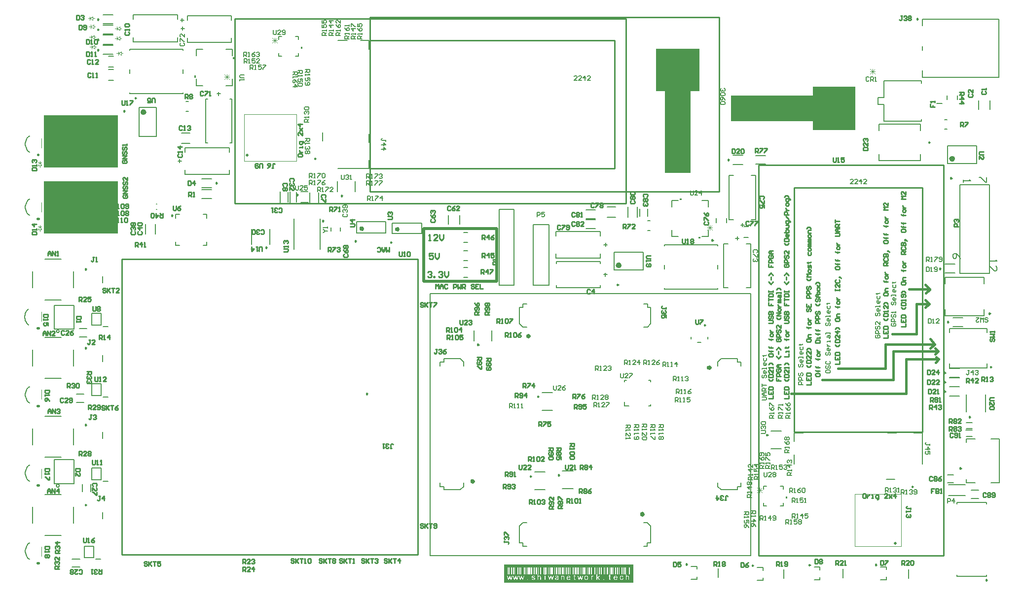
<source format=gto>
G04*
G04 #@! TF.GenerationSoftware,Altium Limited,Altium Designer,21.6.4 (81)*
G04*
G04 Layer_Color=65535*
%FSAX25Y25*%
%MOIN*%
G70*
G04*
G04 #@! TF.SameCoordinates,04CDB6BB-DAA2-47D8-8ED5-A57D7073F3AE*
G04*
G04*
G04 #@! TF.FilePolarity,Positive*
G04*
G01*
G75*
%ADD10C,0.00984*%
%ADD11C,0.02000*%
%ADD12C,0.01968*%
%ADD13C,0.01575*%
%ADD14C,0.01575*%
%ADD15C,0.00787*%
%ADD16C,0.00500*%
%ADD17C,0.01500*%
%ADD18C,0.01000*%
%ADD19C,0.02000*%
%ADD20C,0.00600*%
%ADD21C,0.00300*%
%ADD22C,0.00100*%
%ADD23C,0.00591*%
%ADD24C,0.00394*%
%ADD25C,0.00800*%
%ADD26C,0.00900*%
%ADD27R,0.29528X0.28543*%
%ADD28R,0.17717X0.59055*%
%ADD29R,0.28543X0.29528*%
%ADD30R,0.50197X0.35236*%
%ADD31R,0.59055X0.17717*%
G36*
X0088157Y-0020829D02*
Y-0019329D01*
X0087157D01*
Y-0020829D01*
X0088157D01*
D02*
G37*
G36*
X0112958Y-0008230D02*
Y-0006730D01*
X0113958D01*
Y-0008230D01*
X0112958D01*
D02*
G37*
G36*
X0159087Y0000159D02*
X0160087D01*
Y-0001341D01*
X0159087D01*
Y0000159D01*
D02*
G37*
G36*
X0486647Y-0304171D02*
X0487646D01*
Y-0305671D01*
X0486647D01*
Y-0304171D01*
D02*
G37*
G36*
X0427597Y-0128443D02*
X0429097D01*
Y-0129443D01*
X0427597D01*
Y-0128443D01*
D02*
G37*
G36*
X0414998Y-0103643D02*
X0416498D01*
Y-0102643D01*
X0414998D01*
Y-0103643D01*
D02*
G37*
G36*
X0383742Y-0362598D02*
X0296376D01*
Y-0350078D01*
X0383742D01*
Y-0362598D01*
D02*
G37*
%LPC*%
G36*
X0381742Y-0352078D02*
X0381573D01*
Y-0356760D01*
X0381742D01*
Y-0352078D01*
D02*
G37*
G36*
X0381404D02*
X0381066D01*
Y-0356760D01*
X0381404D01*
Y-0352078D01*
D02*
G37*
G36*
X0380897D02*
X0380559D01*
Y-0356760D01*
X0380897D01*
Y-0352078D01*
D02*
G37*
G36*
X0380389D02*
X0380220D01*
Y-0356760D01*
X0380389D01*
Y-0352078D01*
D02*
G37*
G36*
X0379882D02*
X0379713D01*
Y-0356760D01*
X0379882D01*
Y-0352078D01*
D02*
G37*
G36*
X0379544D02*
X0379375D01*
Y-0356760D01*
X0379544D01*
Y-0352078D01*
D02*
G37*
G36*
X0379206D02*
X0379037D01*
Y-0356760D01*
X0379206D01*
Y-0352078D01*
D02*
G37*
G36*
X0378698D02*
X0378529D01*
Y-0356760D01*
X0378698D01*
Y-0352078D01*
D02*
G37*
G36*
X0378360D02*
X0378022D01*
Y-0356760D01*
X0378360D01*
Y-0352078D01*
D02*
G37*
G36*
X0377853D02*
X0377515D01*
Y-0356760D01*
X0377853D01*
Y-0352078D01*
D02*
G37*
G36*
X0377346D02*
X0377177D01*
Y-0356760D01*
X0377346D01*
Y-0352078D01*
D02*
G37*
G36*
X0376838D02*
X0376669D01*
Y-0356760D01*
X0376838D01*
Y-0352078D01*
D02*
G37*
G36*
X0376331D02*
X0376162D01*
Y-0356760D01*
X0376331D01*
Y-0352078D01*
D02*
G37*
G36*
X0375993D02*
X0375824D01*
Y-0356760D01*
X0375993D01*
Y-0352078D01*
D02*
G37*
G36*
X0375486D02*
X0375317D01*
Y-0356760D01*
X0375486D01*
Y-0352078D01*
D02*
G37*
G36*
X0375147D02*
X0374978D01*
Y-0356760D01*
X0375147D01*
Y-0352078D01*
D02*
G37*
G36*
X0374809D02*
X0374640D01*
Y-0356760D01*
X0374809D01*
Y-0352078D01*
D02*
G37*
G36*
X0374302D02*
X0373964D01*
Y-0356760D01*
X0374302D01*
Y-0352078D01*
D02*
G37*
G36*
X0373795D02*
X0373625D01*
Y-0356760D01*
X0373795D01*
Y-0352078D01*
D02*
G37*
G36*
X0373456D02*
X0373118D01*
Y-0356760D01*
X0373456D01*
Y-0352078D01*
D02*
G37*
G36*
X0372949D02*
X0372780D01*
Y-0356760D01*
X0372949D01*
Y-0352078D01*
D02*
G37*
G36*
X0372442D02*
X0372273D01*
Y-0356760D01*
X0372442D01*
Y-0352078D01*
D02*
G37*
G36*
X0371935D02*
X0371765D01*
Y-0356760D01*
X0371935D01*
Y-0352078D01*
D02*
G37*
G36*
X0371596D02*
X0371427D01*
Y-0356760D01*
X0371596D01*
Y-0352078D01*
D02*
G37*
G36*
X0371089D02*
X0370920D01*
Y-0356760D01*
X0371089D01*
Y-0352078D01*
D02*
G37*
G36*
X0370751D02*
X0370582D01*
Y-0356760D01*
X0370751D01*
Y-0352078D01*
D02*
G37*
G36*
X0370244D02*
X0369905D01*
Y-0356760D01*
X0370244D01*
Y-0352078D01*
D02*
G37*
G36*
X0369736D02*
X0369398D01*
Y-0356760D01*
X0369736D01*
Y-0352078D01*
D02*
G37*
G36*
X0369229D02*
X0369060D01*
Y-0356760D01*
X0369229D01*
Y-0352078D01*
D02*
G37*
G36*
X0368891D02*
X0368722D01*
Y-0356760D01*
X0368891D01*
Y-0352078D01*
D02*
G37*
G36*
X0368552D02*
X0368383D01*
Y-0356760D01*
X0368552D01*
Y-0352078D01*
D02*
G37*
G36*
X0368045D02*
X0367876D01*
Y-0356760D01*
X0368045D01*
Y-0352078D01*
D02*
G37*
G36*
X0367538D02*
X0367369D01*
Y-0356760D01*
X0367538D01*
Y-0352078D01*
D02*
G37*
G36*
X0367200D02*
X0367031D01*
Y-0356760D01*
X0367200D01*
Y-0352078D01*
D02*
G37*
G36*
X0366692D02*
X0366523D01*
Y-0356760D01*
X0366692D01*
Y-0352078D01*
D02*
G37*
G36*
X0366354D02*
X0366185D01*
Y-0356760D01*
X0366354D01*
Y-0352078D01*
D02*
G37*
G36*
X0366016D02*
X0365678D01*
Y-0356760D01*
X0366016D01*
Y-0352078D01*
D02*
G37*
G36*
X0365509D02*
X0365340D01*
Y-0356760D01*
X0365509D01*
Y-0352078D01*
D02*
G37*
G36*
X0365171D02*
X0365001D01*
Y-0356760D01*
X0365171D01*
Y-0352078D01*
D02*
G37*
G36*
X0364663D02*
X0364325D01*
Y-0356760D01*
X0364663D01*
Y-0352078D01*
D02*
G37*
G36*
X0364156D02*
X0363818D01*
Y-0356760D01*
X0364156D01*
Y-0352078D01*
D02*
G37*
G36*
X0363479D02*
X0363310D01*
Y-0356760D01*
X0363479D01*
Y-0352078D01*
D02*
G37*
G36*
X0363141D02*
X0362972D01*
Y-0356760D01*
X0363141D01*
Y-0352078D01*
D02*
G37*
G36*
X0362803D02*
X0362634D01*
Y-0356760D01*
X0362803D01*
Y-0352078D01*
D02*
G37*
G36*
X0362465D02*
X0362127D01*
Y-0356760D01*
X0362465D01*
Y-0352078D01*
D02*
G37*
G36*
X0361958D02*
X0361789D01*
Y-0356760D01*
X0361958D01*
Y-0352078D01*
D02*
G37*
G36*
X0361450D02*
X0361281D01*
Y-0356760D01*
X0361450D01*
Y-0352078D01*
D02*
G37*
G36*
X0360943D02*
X0360774D01*
Y-0356760D01*
X0360943D01*
Y-0352078D01*
D02*
G37*
G36*
X0360605D02*
X0360436D01*
Y-0356760D01*
X0360605D01*
Y-0352078D01*
D02*
G37*
G36*
X0360098D02*
X0359928D01*
Y-0356760D01*
X0360098D01*
Y-0352078D01*
D02*
G37*
G36*
X0359759D02*
X0359590D01*
Y-0356760D01*
X0359759D01*
Y-0352078D01*
D02*
G37*
G36*
X0359252D02*
X0358914D01*
Y-0356760D01*
X0359252D01*
Y-0352078D01*
D02*
G37*
G36*
X0358745D02*
X0358576D01*
Y-0356760D01*
X0358745D01*
Y-0352078D01*
D02*
G37*
G36*
X0358406D02*
X0358237D01*
Y-0356760D01*
X0358406D01*
Y-0352078D01*
D02*
G37*
G36*
X0358068D02*
X0357730D01*
Y-0356760D01*
X0358068D01*
Y-0352078D01*
D02*
G37*
G36*
X0357561D02*
X0357392D01*
Y-0356760D01*
X0357561D01*
Y-0352078D01*
D02*
G37*
G36*
X0357054D02*
X0356885D01*
Y-0356760D01*
X0357054D01*
Y-0352078D01*
D02*
G37*
G36*
X0356546D02*
X0356377D01*
Y-0356760D01*
X0356546D01*
Y-0352078D01*
D02*
G37*
G36*
X0356208D02*
X0356039D01*
Y-0356760D01*
X0356208D01*
Y-0352078D01*
D02*
G37*
G36*
X0355701D02*
X0355532D01*
Y-0356760D01*
X0355701D01*
Y-0352078D01*
D02*
G37*
G36*
X0355363D02*
X0355194D01*
Y-0356760D01*
X0355363D01*
Y-0352078D01*
D02*
G37*
G36*
X0354855D02*
X0354686D01*
Y-0356760D01*
X0354855D01*
Y-0352078D01*
D02*
G37*
G36*
X0354517D02*
X0354179D01*
Y-0356760D01*
X0354517D01*
Y-0352078D01*
D02*
G37*
G36*
X0354010D02*
X0353841D01*
Y-0356760D01*
X0354010D01*
Y-0352078D01*
D02*
G37*
G36*
X0353672D02*
X0353333D01*
Y-0356760D01*
X0353672D01*
Y-0352078D01*
D02*
G37*
G36*
X0353164D02*
X0352995D01*
Y-0356760D01*
X0353164D01*
Y-0352078D01*
D02*
G37*
G36*
X0352657D02*
X0352488D01*
Y-0356760D01*
X0352657D01*
Y-0352078D01*
D02*
G37*
G36*
X0352150D02*
X0351981D01*
Y-0356760D01*
X0352150D01*
Y-0352078D01*
D02*
G37*
G36*
X0351812D02*
X0351642D01*
Y-0356760D01*
X0351812D01*
Y-0352078D01*
D02*
G37*
G36*
X0351304D02*
X0351135D01*
Y-0356760D01*
X0351304D01*
Y-0352078D01*
D02*
G37*
G36*
X0350966D02*
X0350797D01*
Y-0356760D01*
X0350966D01*
Y-0352078D01*
D02*
G37*
G36*
X0350628D02*
X0350459D01*
Y-0356760D01*
X0350628D01*
Y-0352078D01*
D02*
G37*
G36*
X0350290D02*
X0350121D01*
Y-0356760D01*
X0350290D01*
Y-0352078D01*
D02*
G37*
G36*
X0349952D02*
X0349613D01*
Y-0356760D01*
X0349952D01*
Y-0352078D01*
D02*
G37*
G36*
X0349275D02*
X0348937D01*
Y-0356760D01*
X0349275D01*
Y-0352078D01*
D02*
G37*
G36*
X0348768D02*
X0348599D01*
Y-0356760D01*
X0348768D01*
Y-0352078D01*
D02*
G37*
G36*
X0348260D02*
X0348091D01*
Y-0356760D01*
X0348260D01*
Y-0352078D01*
D02*
G37*
G36*
X0347753D02*
X0347584D01*
Y-0356760D01*
X0347753D01*
Y-0352078D01*
D02*
G37*
G36*
X0347415D02*
X0347246D01*
Y-0356760D01*
X0347415D01*
Y-0352078D01*
D02*
G37*
G36*
X0346908D02*
X0346739D01*
Y-0356760D01*
X0346908D01*
Y-0352078D01*
D02*
G37*
G36*
X0346569D02*
X0346400D01*
Y-0356760D01*
X0346569D01*
Y-0352078D01*
D02*
G37*
G36*
X0346062D02*
X0345724D01*
Y-0356760D01*
X0346062D01*
Y-0352078D01*
D02*
G37*
G36*
X0345555D02*
X0345217D01*
Y-0356760D01*
X0345555D01*
Y-0352078D01*
D02*
G37*
G36*
X0345048D02*
X0344879D01*
Y-0356760D01*
X0345048D01*
Y-0352078D01*
D02*
G37*
G36*
X0344709D02*
X0344540D01*
Y-0356760D01*
X0344709D01*
Y-0352078D01*
D02*
G37*
G36*
X0344371D02*
X0344202D01*
Y-0356760D01*
X0344371D01*
Y-0352078D01*
D02*
G37*
G36*
X0343864D02*
X0343695D01*
Y-0356760D01*
X0343864D01*
Y-0352078D01*
D02*
G37*
G36*
X0343357D02*
X0343187D01*
Y-0356760D01*
X0343357D01*
Y-0352078D01*
D02*
G37*
G36*
X0343018D02*
X0342849D01*
Y-0356760D01*
X0343018D01*
Y-0352078D01*
D02*
G37*
G36*
X0342511D02*
X0342342D01*
Y-0356760D01*
X0342511D01*
Y-0352078D01*
D02*
G37*
G36*
X0342173D02*
X0342004D01*
Y-0356760D01*
X0342173D01*
Y-0352078D01*
D02*
G37*
G36*
X0341835D02*
X0341666D01*
Y-0356760D01*
X0341835D01*
Y-0352078D01*
D02*
G37*
G36*
X0341327D02*
X0340989D01*
Y-0356760D01*
X0341327D01*
Y-0352078D01*
D02*
G37*
G36*
X0340820D02*
X0340651D01*
Y-0356760D01*
X0340820D01*
Y-0352078D01*
D02*
G37*
G36*
X0340482D02*
X0340144D01*
Y-0356760D01*
X0340482D01*
Y-0352078D01*
D02*
G37*
G36*
X0339975D02*
X0339806D01*
Y-0356760D01*
X0339975D01*
Y-0352078D01*
D02*
G37*
G36*
X0339467D02*
X0339298D01*
Y-0356760D01*
X0339467D01*
Y-0352078D01*
D02*
G37*
G36*
X0338960D02*
X0338791D01*
Y-0356760D01*
X0338960D01*
Y-0352078D01*
D02*
G37*
G36*
X0338622D02*
X0338453D01*
Y-0356760D01*
X0338622D01*
Y-0352078D01*
D02*
G37*
G36*
X0338115D02*
X0337945D01*
Y-0356760D01*
X0338115D01*
Y-0352078D01*
D02*
G37*
G36*
X0337776D02*
X0337438D01*
Y-0356760D01*
X0337776D01*
Y-0352078D01*
D02*
G37*
G36*
X0337100D02*
X0336931D01*
Y-0356760D01*
X0337100D01*
Y-0352078D01*
D02*
G37*
G36*
X0336762D02*
X0336423D01*
Y-0356760D01*
X0336762D01*
Y-0352078D01*
D02*
G37*
G36*
X0336254D02*
X0336085D01*
Y-0356760D01*
X0336254D01*
Y-0352078D01*
D02*
G37*
G36*
X0335916D02*
X0335747D01*
Y-0356760D01*
X0335916D01*
Y-0352078D01*
D02*
G37*
G36*
X0335578D02*
X0335409D01*
Y-0356760D01*
X0335578D01*
Y-0352078D01*
D02*
G37*
G36*
X0335071D02*
X0334902D01*
Y-0356760D01*
X0335071D01*
Y-0352078D01*
D02*
G37*
G36*
X0334563D02*
X0334394D01*
Y-0356760D01*
X0334563D01*
Y-0352078D01*
D02*
G37*
G36*
X0334225D02*
X0334056D01*
Y-0356760D01*
X0334225D01*
Y-0352078D01*
D02*
G37*
G36*
X0333718D02*
X0333549D01*
Y-0356760D01*
X0333718D01*
Y-0352078D01*
D02*
G37*
G36*
X0333380D02*
X0333042D01*
Y-0356760D01*
X0333380D01*
Y-0352078D01*
D02*
G37*
G36*
X0332872D02*
X0332703D01*
Y-0356760D01*
X0332872D01*
Y-0352078D01*
D02*
G37*
G36*
X0332365D02*
X0332196D01*
Y-0356760D01*
X0332365D01*
Y-0352078D01*
D02*
G37*
G36*
X0332027D02*
X0331858D01*
Y-0356760D01*
X0332027D01*
Y-0352078D01*
D02*
G37*
G36*
X0331689D02*
X0331350D01*
Y-0356760D01*
X0331689D01*
Y-0352078D01*
D02*
G37*
G36*
X0331181D02*
X0331012D01*
Y-0356760D01*
X0331181D01*
Y-0352078D01*
D02*
G37*
G36*
X0330674D02*
X0330505D01*
Y-0356760D01*
X0330674D01*
Y-0352078D01*
D02*
G37*
G36*
X0330167D02*
X0329998D01*
Y-0356760D01*
X0330167D01*
Y-0352078D01*
D02*
G37*
G36*
X0329829D02*
X0329660D01*
Y-0356760D01*
X0329829D01*
Y-0352078D01*
D02*
G37*
G36*
X0329321D02*
X0329152D01*
Y-0356760D01*
X0329321D01*
Y-0352078D01*
D02*
G37*
G36*
X0328983D02*
X0328814D01*
Y-0356760D01*
X0328983D01*
Y-0352078D01*
D02*
G37*
G36*
X0328645D02*
X0328476D01*
Y-0356760D01*
X0328645D01*
Y-0352078D01*
D02*
G37*
G36*
X0328307D02*
X0328138D01*
Y-0356760D01*
X0328307D01*
Y-0352078D01*
D02*
G37*
G36*
X0327969D02*
X0327630D01*
Y-0356760D01*
X0327969D01*
Y-0352078D01*
D02*
G37*
G36*
X0327292D02*
X0326954D01*
Y-0356760D01*
X0327292D01*
Y-0352078D01*
D02*
G37*
G36*
X0326785D02*
X0326616D01*
Y-0356760D01*
X0326785D01*
Y-0352078D01*
D02*
G37*
G36*
X0326277D02*
X0326108D01*
Y-0356760D01*
X0326277D01*
Y-0352078D01*
D02*
G37*
G36*
X0325770D02*
X0325601D01*
Y-0356760D01*
X0325770D01*
Y-0352078D01*
D02*
G37*
G36*
X0325432D02*
X0325263D01*
Y-0356760D01*
X0325432D01*
Y-0352078D01*
D02*
G37*
G36*
X0324925D02*
X0324756D01*
Y-0356760D01*
X0324925D01*
Y-0352078D01*
D02*
G37*
G36*
X0324587D02*
X0324417D01*
Y-0356760D01*
X0324587D01*
Y-0352078D01*
D02*
G37*
G36*
X0324248D02*
X0323910D01*
Y-0356760D01*
X0324248D01*
Y-0352078D01*
D02*
G37*
G36*
X0323572D02*
X0323403D01*
Y-0356760D01*
X0323572D01*
Y-0352078D01*
D02*
G37*
G36*
X0323234D02*
X0322896D01*
Y-0356760D01*
X0323234D01*
Y-0352078D01*
D02*
G37*
G36*
X0322726D02*
X0322557D01*
Y-0356760D01*
X0322726D01*
Y-0352078D01*
D02*
G37*
G36*
X0322388D02*
X0322219D01*
Y-0356760D01*
X0322388D01*
Y-0352078D01*
D02*
G37*
G36*
X0321881D02*
X0321712D01*
Y-0356760D01*
X0321881D01*
Y-0352078D01*
D02*
G37*
G36*
X0321374D02*
X0321204D01*
Y-0356760D01*
X0321374D01*
Y-0352078D01*
D02*
G37*
G36*
X0321035D02*
X0320866D01*
Y-0356760D01*
X0321035D01*
Y-0352078D01*
D02*
G37*
G36*
X0320528D02*
X0320359D01*
Y-0356760D01*
X0320528D01*
Y-0352078D01*
D02*
G37*
G36*
X0320190D02*
X0320021D01*
Y-0356760D01*
X0320190D01*
Y-0352078D01*
D02*
G37*
G36*
X0319683D02*
X0319344D01*
Y-0356760D01*
X0319683D01*
Y-0352078D01*
D02*
G37*
G36*
X0319175D02*
X0319006D01*
Y-0356760D01*
X0319175D01*
Y-0352078D01*
D02*
G37*
G36*
X0318837D02*
X0318499D01*
Y-0356760D01*
X0318837D01*
Y-0352078D01*
D02*
G37*
G36*
X0318330D02*
X0318161D01*
Y-0356760D01*
X0318330D01*
Y-0352078D01*
D02*
G37*
G36*
X0317992D02*
X0317823D01*
Y-0356760D01*
X0317992D01*
Y-0352078D01*
D02*
G37*
G36*
X0317484D02*
X0317315D01*
Y-0356760D01*
X0317484D01*
Y-0352078D01*
D02*
G37*
G36*
X0316977D02*
X0316808D01*
Y-0356760D01*
X0316977D01*
Y-0352078D01*
D02*
G37*
G36*
X0316639D02*
X0316470D01*
Y-0356760D01*
X0316639D01*
Y-0352078D01*
D02*
G37*
G36*
X0316131D02*
X0315962D01*
Y-0356760D01*
X0316131D01*
Y-0352078D01*
D02*
G37*
G36*
X0315793D02*
X0315624D01*
Y-0356760D01*
X0315793D01*
Y-0352078D01*
D02*
G37*
G36*
X0315455D02*
X0315117D01*
Y-0356760D01*
X0315455D01*
Y-0352078D01*
D02*
G37*
G36*
X0314948D02*
X0314779D01*
Y-0356760D01*
X0314948D01*
Y-0352078D01*
D02*
G37*
G36*
X0314610D02*
X0314440D01*
Y-0356760D01*
X0314610D01*
Y-0352078D01*
D02*
G37*
G36*
X0314102D02*
X0313764D01*
Y-0356760D01*
X0314102D01*
Y-0352078D01*
D02*
G37*
G36*
X0313595D02*
X0313426D01*
Y-0356760D01*
X0313595D01*
Y-0352078D01*
D02*
G37*
G36*
X0313257D02*
X0313088D01*
Y-0356760D01*
X0313257D01*
Y-0352078D01*
D02*
G37*
G36*
X0312919D02*
X0312750D01*
Y-0356760D01*
X0312919D01*
Y-0352078D01*
D02*
G37*
G36*
X0312580D02*
X0312242D01*
Y-0356760D01*
X0312580D01*
Y-0352078D01*
D02*
G37*
G36*
X0311904D02*
X0311566D01*
Y-0356760D01*
X0311904D01*
Y-0352078D01*
D02*
G37*
G36*
X0311397D02*
X0311228D01*
Y-0356760D01*
X0311397D01*
Y-0352078D01*
D02*
G37*
G36*
X0310889D02*
X0310720D01*
Y-0356760D01*
X0310889D01*
Y-0352078D01*
D02*
G37*
G36*
X0310382D02*
X0310213D01*
Y-0356760D01*
X0310382D01*
Y-0352078D01*
D02*
G37*
G36*
X0310044D02*
X0309875D01*
Y-0356760D01*
X0310044D01*
Y-0352078D01*
D02*
G37*
G36*
X0309537D02*
X0309367D01*
Y-0356760D01*
X0309537D01*
Y-0352078D01*
D02*
G37*
G36*
X0309198D02*
X0309029D01*
Y-0356760D01*
X0309198D01*
Y-0352078D01*
D02*
G37*
G36*
X0308860D02*
X0308691D01*
Y-0356760D01*
X0308860D01*
Y-0352078D01*
D02*
G37*
G36*
X0308522D02*
X0308353D01*
Y-0356760D01*
X0308522D01*
Y-0352078D01*
D02*
G37*
G36*
X0308184D02*
X0307846D01*
Y-0356760D01*
X0308184D01*
Y-0352078D01*
D02*
G37*
G36*
X0307507D02*
X0307169D01*
Y-0356760D01*
X0307507D01*
Y-0352078D01*
D02*
G37*
G36*
X0307000D02*
X0306831D01*
Y-0356760D01*
X0307000D01*
Y-0352078D01*
D02*
G37*
G36*
X0306493D02*
X0306324D01*
Y-0356760D01*
X0306493D01*
Y-0352078D01*
D02*
G37*
G36*
X0305985D02*
X0305816D01*
Y-0356760D01*
X0305985D01*
Y-0352078D01*
D02*
G37*
G36*
X0305647D02*
X0305478D01*
Y-0356760D01*
X0305647D01*
Y-0352078D01*
D02*
G37*
G36*
X0305140D02*
X0304971D01*
Y-0356760D01*
X0305140D01*
Y-0352078D01*
D02*
G37*
G36*
X0304802D02*
X0304633D01*
Y-0356760D01*
X0304802D01*
Y-0352078D01*
D02*
G37*
G36*
X0304464D02*
X0304294D01*
Y-0356760D01*
X0304464D01*
Y-0352078D01*
D02*
G37*
G36*
X0304125D02*
X0303956D01*
Y-0356760D01*
X0304125D01*
Y-0352078D01*
D02*
G37*
G36*
X0303787D02*
X0303449D01*
Y-0356760D01*
X0303787D01*
Y-0352078D01*
D02*
G37*
G36*
X0303111D02*
X0302773D01*
Y-0356760D01*
X0303111D01*
Y-0352078D01*
D02*
G37*
G36*
X0302604D02*
X0302434D01*
Y-0356760D01*
X0302604D01*
Y-0352078D01*
D02*
G37*
G36*
X0302096D02*
X0301927D01*
Y-0356760D01*
X0302096D01*
Y-0352078D01*
D02*
G37*
G36*
X0301589D02*
X0301420D01*
Y-0356760D01*
X0301589D01*
Y-0352078D01*
D02*
G37*
G36*
X0301251D02*
X0301082D01*
Y-0356760D01*
X0301251D01*
Y-0352078D01*
D02*
G37*
G36*
X0300743D02*
X0300574D01*
Y-0356760D01*
X0300743D01*
Y-0352078D01*
D02*
G37*
G36*
X0300405D02*
X0300236D01*
Y-0356760D01*
X0300405D01*
Y-0352078D01*
D02*
G37*
G36*
X0300067D02*
X0299729D01*
Y-0356760D01*
X0300067D01*
Y-0352078D01*
D02*
G37*
G36*
X0299560D02*
X0299221D01*
Y-0356760D01*
X0299560D01*
Y-0352078D01*
D02*
G37*
G36*
X0299052D02*
X0298883D01*
Y-0356760D01*
X0299052D01*
Y-0352078D01*
D02*
G37*
G36*
X0298545D02*
X0298376D01*
Y-0356760D01*
X0298545D01*
Y-0352078D01*
D02*
G37*
G36*
X0324322Y-0356820D02*
X0323858D01*
Y-0357350D01*
X0324322D01*
Y-0356820D01*
D02*
G37*
G36*
X0336212Y-0357797D02*
X0336169D01*
X0336065Y-0357803D01*
X0335966Y-0357819D01*
X0335879Y-0357841D01*
X0335792Y-0357868D01*
X0335715Y-0357901D01*
X0335644Y-0357939D01*
X0335579Y-0357983D01*
X0335524Y-0358021D01*
X0335470Y-0358065D01*
X0335426Y-0358109D01*
X0335388Y-0358147D01*
X0335355Y-0358180D01*
X0335333Y-0358207D01*
X0335317Y-0358229D01*
X0335306Y-0358245D01*
X0335300Y-0358251D01*
Y-0357857D01*
X0334885D01*
Y-0360598D01*
X0335349D01*
Y-0359108D01*
Y-0359015D01*
X0335360Y-0358922D01*
X0335371Y-0358846D01*
X0335382Y-0358775D01*
X0335399Y-0358709D01*
X0335415Y-0358649D01*
X0335437Y-0358595D01*
X0335459Y-0358551D01*
X0335475Y-0358513D01*
X0335497Y-0358480D01*
X0335513Y-0358453D01*
X0335530Y-0358431D01*
X0335552Y-0358403D01*
X0335562Y-0358393D01*
X0335644Y-0358327D01*
X0335732Y-0358283D01*
X0335819Y-0358251D01*
X0335895Y-0358223D01*
X0335966Y-0358212D01*
X0336021Y-0358207D01*
X0336043Y-0358202D01*
X0336070D01*
X0336136Y-0358207D01*
X0336201Y-0358212D01*
X0336256Y-0358229D01*
X0336299Y-0358245D01*
X0336338Y-0358261D01*
X0336370Y-0358273D01*
X0336387Y-0358283D01*
X0336392Y-0358289D01*
X0336441Y-0358322D01*
X0336485Y-0358360D01*
X0336518Y-0358398D01*
X0336545Y-0358431D01*
X0336562Y-0358464D01*
X0336578Y-0358491D01*
X0336589Y-0358507D01*
Y-0358513D01*
X0336605Y-0358573D01*
X0336622Y-0358638D01*
X0336633Y-0358709D01*
X0336638Y-0358780D01*
X0336644Y-0358840D01*
Y-0358889D01*
Y-0358928D01*
Y-0358933D01*
Y-0358939D01*
Y-0360598D01*
X0337108D01*
Y-0358917D01*
Y-0358802D01*
X0337102Y-0358709D01*
X0337097Y-0358633D01*
Y-0358567D01*
X0337091Y-0358524D01*
X0337086Y-0358491D01*
X0337080Y-0358469D01*
Y-0358464D01*
X0337064Y-0358393D01*
X0337037Y-0358327D01*
X0337015Y-0358273D01*
X0336993Y-0358218D01*
X0336966Y-0358180D01*
X0336949Y-0358152D01*
X0336938Y-0358131D01*
X0336933Y-0358125D01*
X0336889Y-0358070D01*
X0336840Y-0358027D01*
X0336791Y-0357983D01*
X0336736Y-0357950D01*
X0336693Y-0357923D01*
X0336654Y-0357907D01*
X0336633Y-0357896D01*
X0336622Y-0357890D01*
X0336545Y-0357857D01*
X0336463Y-0357836D01*
X0336387Y-0357819D01*
X0336316Y-0357808D01*
X0336256Y-0357803D01*
X0336212Y-0357797D01*
D02*
G37*
G36*
X0356367D02*
X0356329D01*
X0356269Y-0357803D01*
X0356214Y-0357814D01*
X0356159Y-0357830D01*
X0356116Y-0357847D01*
X0356083Y-0357863D01*
X0356050Y-0357879D01*
X0356034Y-0357890D01*
X0356028Y-0357896D01*
X0355979Y-0357939D01*
X0355930Y-0357994D01*
X0355881Y-0358060D01*
X0355837Y-0358120D01*
X0355794Y-0358180D01*
X0355766Y-0358229D01*
X0355745Y-0358267D01*
X0355739Y-0358273D01*
Y-0357857D01*
X0355319D01*
Y-0360598D01*
X0355783D01*
Y-0359168D01*
X0355788Y-0359059D01*
X0355794Y-0358960D01*
X0355805Y-0358868D01*
X0355821Y-0358786D01*
X0355837Y-0358720D01*
X0355848Y-0358671D01*
X0355854Y-0358638D01*
X0355859Y-0358627D01*
X0355881Y-0358567D01*
X0355908Y-0358518D01*
X0355936Y-0358474D01*
X0355963Y-0358436D01*
X0355990Y-0358409D01*
X0356007Y-0358387D01*
X0356023Y-0358376D01*
X0356028Y-0358371D01*
X0356072Y-0358338D01*
X0356121Y-0358316D01*
X0356170Y-0358300D01*
X0356209Y-0358289D01*
X0356247Y-0358283D01*
X0356274Y-0358278D01*
X0356301D01*
X0356362Y-0358283D01*
X0356422Y-0358294D01*
X0356482Y-0358311D01*
X0356531Y-0358327D01*
X0356574Y-0358343D01*
X0356607Y-0358360D01*
X0356629Y-0358371D01*
X0356634Y-0358376D01*
X0356804Y-0357950D01*
X0356711Y-0357901D01*
X0356624Y-0357863D01*
X0356547Y-0357836D01*
X0356476Y-0357814D01*
X0356416Y-0357803D01*
X0356367Y-0357797D01*
D02*
G37*
G36*
X0316134D02*
X0316003D01*
X0315926Y-0357808D01*
X0315861Y-0357814D01*
X0315801Y-0357825D01*
X0315752Y-0357836D01*
X0315713Y-0357847D01*
X0315691Y-0357852D01*
X0315681Y-0357857D01*
X0315615Y-0357879D01*
X0315555Y-0357901D01*
X0315506Y-0357923D01*
X0315462Y-0357945D01*
X0315429Y-0357961D01*
X0315408Y-0357978D01*
X0315391Y-0357983D01*
X0315386Y-0357989D01*
X0315331Y-0358027D01*
X0315287Y-0358070D01*
X0315249Y-0358120D01*
X0315216Y-0358158D01*
X0315189Y-0358196D01*
X0315173Y-0358223D01*
X0315162Y-0358245D01*
X0315156Y-0358251D01*
X0315129Y-0358311D01*
X0315107Y-0358365D01*
X0315096Y-0358425D01*
X0315086Y-0358474D01*
X0315080Y-0358524D01*
X0315074Y-0358556D01*
Y-0358578D01*
Y-0358589D01*
X0315080Y-0358666D01*
X0315091Y-0358731D01*
X0315107Y-0358797D01*
X0315124Y-0358851D01*
X0315140Y-0358895D01*
X0315156Y-0358933D01*
X0315167Y-0358955D01*
X0315173Y-0358960D01*
X0315216Y-0359020D01*
X0315266Y-0359070D01*
X0315315Y-0359113D01*
X0315364Y-0359152D01*
X0315408Y-0359179D01*
X0315440Y-0359201D01*
X0315462Y-0359212D01*
X0315473Y-0359217D01*
X0315511Y-0359233D01*
X0315561Y-0359255D01*
X0315670Y-0359294D01*
X0315784Y-0359326D01*
X0315904Y-0359365D01*
X0316008Y-0359392D01*
X0316057Y-0359408D01*
X0316101Y-0359419D01*
X0316134Y-0359430D01*
X0316161Y-0359435D01*
X0316178Y-0359441D01*
X0316183D01*
X0316254Y-0359457D01*
X0316314Y-0359474D01*
X0316369Y-0359490D01*
X0316418Y-0359506D01*
X0316461Y-0359517D01*
X0316500Y-0359534D01*
X0316565Y-0359556D01*
X0316609Y-0359572D01*
X0316636Y-0359588D01*
X0316652Y-0359594D01*
X0316658Y-0359599D01*
X0316707Y-0359632D01*
X0316740Y-0359676D01*
X0316767Y-0359714D01*
X0316783Y-0359752D01*
X0316794Y-0359790D01*
X0316800Y-0359818D01*
Y-0359840D01*
Y-0359845D01*
X0316794Y-0359910D01*
X0316778Y-0359965D01*
X0316751Y-0360020D01*
X0316723Y-0360063D01*
X0316691Y-0360102D01*
X0316669Y-0360129D01*
X0316647Y-0360145D01*
X0316642Y-0360151D01*
X0316576Y-0360194D01*
X0316505Y-0360222D01*
X0316423Y-0360244D01*
X0316347Y-0360260D01*
X0316276Y-0360271D01*
X0316221Y-0360276D01*
X0316166D01*
X0316052Y-0360271D01*
X0315954Y-0360254D01*
X0315872Y-0360233D01*
X0315801Y-0360205D01*
X0315746Y-0360178D01*
X0315702Y-0360156D01*
X0315681Y-0360140D01*
X0315670Y-0360134D01*
X0315610Y-0360074D01*
X0315561Y-0360003D01*
X0315528Y-0359932D01*
X0315500Y-0359867D01*
X0315479Y-0359807D01*
X0315468Y-0359752D01*
X0315457Y-0359719D01*
Y-0359714D01*
Y-0359708D01*
X0314998Y-0359779D01*
X0315036Y-0359932D01*
X0315086Y-0360069D01*
X0315145Y-0360178D01*
X0315206Y-0360271D01*
X0315260Y-0360347D01*
X0315309Y-0360396D01*
X0315342Y-0360429D01*
X0315348Y-0360435D01*
X0315353Y-0360440D01*
X0315408Y-0360478D01*
X0315468Y-0360511D01*
X0315599Y-0360566D01*
X0315735Y-0360604D01*
X0315866Y-0360631D01*
X0315926Y-0360642D01*
X0315981Y-0360648D01*
X0316036Y-0360653D01*
X0316079D01*
X0316117Y-0360659D01*
X0316166D01*
X0316287Y-0360653D01*
X0316390Y-0360642D01*
X0316489Y-0360626D01*
X0316576Y-0360604D01*
X0316647Y-0360582D01*
X0316702Y-0360566D01*
X0316734Y-0360555D01*
X0316740Y-0360549D01*
X0316745D01*
X0316838Y-0360500D01*
X0316915Y-0360451D01*
X0316980Y-0360396D01*
X0317040Y-0360347D01*
X0317084Y-0360304D01*
X0317111Y-0360265D01*
X0317133Y-0360244D01*
X0317138Y-0360233D01*
X0317182Y-0360156D01*
X0317215Y-0360074D01*
X0317242Y-0360003D01*
X0317259Y-0359938D01*
X0317269Y-0359878D01*
X0317275Y-0359834D01*
Y-0359807D01*
Y-0359796D01*
X0317269Y-0359708D01*
X0317259Y-0359632D01*
X0317237Y-0359566D01*
X0317220Y-0359506D01*
X0317198Y-0359457D01*
X0317177Y-0359424D01*
X0317166Y-0359403D01*
X0317160Y-0359397D01*
X0317117Y-0359343D01*
X0317067Y-0359294D01*
X0317018Y-0359250D01*
X0316969Y-0359217D01*
X0316920Y-0359190D01*
X0316887Y-0359173D01*
X0316865Y-0359162D01*
X0316855Y-0359157D01*
X0316816Y-0359141D01*
X0316773Y-0359124D01*
X0316669Y-0359086D01*
X0316554Y-0359048D01*
X0316440Y-0359015D01*
X0316336Y-0358982D01*
X0316287Y-0358971D01*
X0316248Y-0358960D01*
X0316216Y-0358949D01*
X0316188Y-0358944D01*
X0316172Y-0358939D01*
X0316166D01*
X0316107Y-0358922D01*
X0316052Y-0358906D01*
X0316003Y-0358895D01*
X0315959Y-0358878D01*
X0315888Y-0358862D01*
X0315833Y-0358846D01*
X0315795Y-0358829D01*
X0315773Y-0358824D01*
X0315762Y-0358819D01*
X0315757D01*
X0315713Y-0358797D01*
X0315675Y-0358780D01*
X0315642Y-0358758D01*
X0315620Y-0358742D01*
X0315599Y-0358726D01*
X0315588Y-0358709D01*
X0315582Y-0358704D01*
X0315577Y-0358698D01*
X0315544Y-0358644D01*
X0315528Y-0358589D01*
Y-0358567D01*
X0315522Y-0358551D01*
Y-0358540D01*
Y-0358535D01*
X0315528Y-0358485D01*
X0315544Y-0358436D01*
X0315566Y-0358393D01*
X0315593Y-0358360D01*
X0315615Y-0358327D01*
X0315637Y-0358305D01*
X0315653Y-0358294D01*
X0315659Y-0358289D01*
X0315719Y-0358251D01*
X0315790Y-0358223D01*
X0315866Y-0358207D01*
X0315937Y-0358191D01*
X0316008Y-0358185D01*
X0316063Y-0358180D01*
X0316117D01*
X0316210Y-0358185D01*
X0316298Y-0358196D01*
X0316369Y-0358218D01*
X0316423Y-0358240D01*
X0316472Y-0358261D01*
X0316505Y-0358283D01*
X0316527Y-0358294D01*
X0316532Y-0358300D01*
X0316587Y-0358349D01*
X0316625Y-0358403D01*
X0316658Y-0358458D01*
X0316685Y-0358507D01*
X0316702Y-0358556D01*
X0316712Y-0358595D01*
X0316718Y-0358616D01*
Y-0358627D01*
X0317171Y-0358567D01*
X0317149Y-0358474D01*
X0317127Y-0358393D01*
X0317100Y-0358322D01*
X0317073Y-0358256D01*
X0317046Y-0358212D01*
X0317024Y-0358174D01*
X0317013Y-0358152D01*
X0317007Y-0358147D01*
X0316958Y-0358092D01*
X0316904Y-0358043D01*
X0316844Y-0357999D01*
X0316783Y-0357961D01*
X0316729Y-0357934D01*
X0316685Y-0357912D01*
X0316658Y-0357901D01*
X0316652Y-0357896D01*
X0316647D01*
X0316554Y-0357863D01*
X0316456Y-0357841D01*
X0316363Y-0357819D01*
X0316276Y-0357808D01*
X0316194Y-0357803D01*
X0316134Y-0357797D01*
D02*
G37*
G36*
X0375883D02*
X0375839D01*
X0375708Y-0357803D01*
X0375588Y-0357825D01*
X0375473Y-0357852D01*
X0375381Y-0357879D01*
X0375299Y-0357912D01*
X0375266Y-0357928D01*
X0375239Y-0357939D01*
X0375217Y-0357950D01*
X0375201Y-0357961D01*
X0375189Y-0357967D01*
X0375184D01*
X0375080Y-0358032D01*
X0374988Y-0358114D01*
X0374911Y-0358196D01*
X0374846Y-0358278D01*
X0374796Y-0358349D01*
X0374764Y-0358409D01*
X0374753Y-0358431D01*
X0374742Y-0358447D01*
X0374736Y-0358458D01*
Y-0358464D01*
X0374687Y-0358595D01*
X0374654Y-0358726D01*
X0374627Y-0358857D01*
X0374611Y-0358977D01*
X0374605Y-0359031D01*
X0374600Y-0359081D01*
Y-0359124D01*
X0374594Y-0359162D01*
Y-0359195D01*
Y-0359217D01*
Y-0359233D01*
Y-0359239D01*
X0374600Y-0359365D01*
X0374611Y-0359479D01*
X0374627Y-0359594D01*
X0374649Y-0359692D01*
X0374671Y-0359790D01*
X0374704Y-0359872D01*
X0374731Y-0359954D01*
X0374764Y-0360025D01*
X0374796Y-0360085D01*
X0374824Y-0360140D01*
X0374856Y-0360189D01*
X0374878Y-0360227D01*
X0374900Y-0360254D01*
X0374917Y-0360276D01*
X0374927Y-0360287D01*
X0374933Y-0360293D01*
X0374998Y-0360358D01*
X0375069Y-0360413D01*
X0375140Y-0360462D01*
X0375217Y-0360506D01*
X0375293Y-0360538D01*
X0375364Y-0360571D01*
X0375512Y-0360615D01*
X0375577Y-0360626D01*
X0375637Y-0360637D01*
X0375692Y-0360648D01*
X0375741Y-0360653D01*
X0375779Y-0360659D01*
X0375834D01*
X0375916Y-0360653D01*
X0375998Y-0360648D01*
X0376140Y-0360615D01*
X0376271Y-0360577D01*
X0376380Y-0360527D01*
X0376424Y-0360500D01*
X0376467Y-0360478D01*
X0376505Y-0360456D01*
X0376533Y-0360435D01*
X0376554Y-0360418D01*
X0376571Y-0360407D01*
X0376582Y-0360402D01*
X0376587Y-0360396D01*
X0376642Y-0360342D01*
X0376691Y-0360287D01*
X0376778Y-0360167D01*
X0376849Y-0360041D01*
X0376899Y-0359927D01*
X0376937Y-0359818D01*
X0376948Y-0359774D01*
X0376959Y-0359730D01*
X0376964Y-0359698D01*
X0376970Y-0359676D01*
X0376975Y-0359659D01*
Y-0359654D01*
X0376516Y-0359594D01*
X0376495Y-0359714D01*
X0376462Y-0359823D01*
X0376418Y-0359910D01*
X0376380Y-0359981D01*
X0376342Y-0360041D01*
X0376309Y-0360080D01*
X0376292Y-0360107D01*
X0376281Y-0360113D01*
X0376211Y-0360167D01*
X0376134Y-0360205D01*
X0376058Y-0360238D01*
X0375987Y-0360254D01*
X0375927Y-0360265D01*
X0375872Y-0360271D01*
X0375839Y-0360276D01*
X0375828D01*
X0375768Y-0360271D01*
X0375708Y-0360265D01*
X0375599Y-0360238D01*
X0375506Y-0360200D01*
X0375424Y-0360151D01*
X0375364Y-0360107D01*
X0375315Y-0360069D01*
X0375288Y-0360041D01*
X0375277Y-0360031D01*
X0375239Y-0359981D01*
X0375206Y-0359921D01*
X0375157Y-0359801D01*
X0375119Y-0359665D01*
X0375097Y-0359534D01*
X0375080Y-0359414D01*
X0375075Y-0359365D01*
Y-0359315D01*
X0375069Y-0359283D01*
Y-0359250D01*
Y-0359233D01*
Y-0359228D01*
Y-0359130D01*
X0375080Y-0359037D01*
X0375091Y-0358949D01*
X0375102Y-0358873D01*
X0375119Y-0358802D01*
X0375140Y-0358737D01*
X0375157Y-0358677D01*
X0375179Y-0358622D01*
X0375201Y-0358578D01*
X0375217Y-0358540D01*
X0375239Y-0358507D01*
X0375255Y-0358480D01*
X0375266Y-0358458D01*
X0375277Y-0358442D01*
X0375288Y-0358436D01*
Y-0358431D01*
X0375331Y-0358387D01*
X0375375Y-0358349D01*
X0375468Y-0358283D01*
X0375566Y-0358240D01*
X0375654Y-0358212D01*
X0375735Y-0358191D01*
X0375796Y-0358185D01*
X0375823Y-0358180D01*
X0375856D01*
X0375938Y-0358185D01*
X0376014Y-0358202D01*
X0376080Y-0358223D01*
X0376140Y-0358251D01*
X0376183Y-0358278D01*
X0376221Y-0358300D01*
X0376243Y-0358316D01*
X0376249Y-0358322D01*
X0376303Y-0358376D01*
X0376353Y-0358442D01*
X0376396Y-0358513D01*
X0376424Y-0358578D01*
X0376451Y-0358638D01*
X0376467Y-0358687D01*
X0376473Y-0358720D01*
X0376478Y-0358726D01*
Y-0358731D01*
X0376931Y-0358660D01*
X0376893Y-0358513D01*
X0376838Y-0358387D01*
X0376778Y-0358278D01*
X0376718Y-0358191D01*
X0376658Y-0358120D01*
X0376609Y-0358070D01*
X0376576Y-0358038D01*
X0376571Y-0358027D01*
X0376566D01*
X0376451Y-0357950D01*
X0376331Y-0357896D01*
X0376211Y-0357852D01*
X0376096Y-0357825D01*
X0375992Y-0357808D01*
X0375949Y-0357803D01*
X0375916D01*
X0375883Y-0357797D01*
D02*
G37*
G36*
X0349776Y-0357857D02*
X0349323D01*
X0348853Y-0359446D01*
X0348695Y-0359976D01*
X0348558Y-0359452D01*
X0348149Y-0357857D01*
X0347674D01*
X0347237Y-0359468D01*
X0347215Y-0359561D01*
X0347193Y-0359643D01*
X0347177Y-0359714D01*
X0347161Y-0359774D01*
X0347144Y-0359829D01*
X0347133Y-0359872D01*
X0347122Y-0359910D01*
X0347117Y-0359943D01*
X0347112Y-0359970D01*
X0347106Y-0359987D01*
X0347101Y-0360014D01*
X0347095Y-0360025D01*
Y-0360031D01*
X0346942Y-0359441D01*
X0346505Y-0357857D01*
X0346020D01*
X0346849Y-0360598D01*
X0347341D01*
X0347892Y-0358491D01*
X0348002Y-0358960D01*
X0348438Y-0360598D01*
X0348913D01*
X0349776Y-0357857D01*
D02*
G37*
G36*
X0329927D02*
X0329474D01*
X0329004Y-0359446D01*
X0328846Y-0359976D01*
X0328709Y-0359452D01*
X0328300Y-0357857D01*
X0327825D01*
X0327388Y-0359468D01*
X0327366Y-0359561D01*
X0327344Y-0359643D01*
X0327328Y-0359714D01*
X0327312Y-0359774D01*
X0327295Y-0359829D01*
X0327284Y-0359872D01*
X0327273Y-0359910D01*
X0327268Y-0359943D01*
X0327262Y-0359970D01*
X0327257Y-0359987D01*
X0327252Y-0360014D01*
X0327246Y-0360025D01*
Y-0360031D01*
X0327093Y-0359441D01*
X0326656Y-0357857D01*
X0326170D01*
X0327000Y-0360598D01*
X0327492D01*
X0328043Y-0358491D01*
X0328152Y-0358960D01*
X0328589Y-0360598D01*
X0329064D01*
X0329927Y-0357857D01*
D02*
G37*
G36*
X0310078D02*
X0309625D01*
X0309155Y-0359446D01*
X0308997Y-0359976D01*
X0308860Y-0359452D01*
X0308451Y-0357857D01*
X0307976D01*
X0307539Y-0359468D01*
X0307517Y-0359561D01*
X0307495Y-0359643D01*
X0307479Y-0359714D01*
X0307463Y-0359774D01*
X0307446Y-0359829D01*
X0307435Y-0359872D01*
X0307424Y-0359910D01*
X0307419Y-0359943D01*
X0307413Y-0359970D01*
X0307408Y-0359987D01*
X0307402Y-0360014D01*
X0307397Y-0360025D01*
Y-0360031D01*
X0307244Y-0359441D01*
X0306807Y-0357857D01*
X0306321D01*
X0307151Y-0360598D01*
X0307643D01*
X0308194Y-0358491D01*
X0308303Y-0358960D01*
X0308740Y-0360598D01*
X0309215D01*
X0310078Y-0357857D01*
D02*
G37*
G36*
X0306108D02*
X0305655D01*
X0305185Y-0359446D01*
X0305027Y-0359976D01*
X0304890Y-0359452D01*
X0304481Y-0357857D01*
X0304006D01*
X0303569Y-0359468D01*
X0303547Y-0359561D01*
X0303525Y-0359643D01*
X0303509Y-0359714D01*
X0303493Y-0359774D01*
X0303476Y-0359829D01*
X0303465Y-0359872D01*
X0303454Y-0359910D01*
X0303449Y-0359943D01*
X0303444Y-0359970D01*
X0303438Y-0359987D01*
X0303433Y-0360014D01*
X0303427Y-0360025D01*
Y-0360031D01*
X0303274Y-0359441D01*
X0302837Y-0357857D01*
X0302352D01*
X0303182Y-0360598D01*
X0303673D01*
X0304224Y-0358491D01*
X0304334Y-0358960D01*
X0304770Y-0360598D01*
X0305245D01*
X0306108Y-0357857D01*
D02*
G37*
G36*
X0302138D02*
X0301685D01*
X0301216Y-0359446D01*
X0301057Y-0359976D01*
X0300921Y-0359452D01*
X0300511Y-0357857D01*
X0300036D01*
X0299599Y-0359468D01*
X0299577Y-0359561D01*
X0299556Y-0359643D01*
X0299539Y-0359714D01*
X0299523Y-0359774D01*
X0299506Y-0359829D01*
X0299496Y-0359872D01*
X0299485Y-0359910D01*
X0299479Y-0359943D01*
X0299474Y-0359970D01*
X0299468Y-0359987D01*
X0299463Y-0360014D01*
X0299457Y-0360025D01*
Y-0360031D01*
X0299305Y-0359441D01*
X0298868Y-0357857D01*
X0298382D01*
X0299212Y-0360598D01*
X0299703D01*
X0300255Y-0358491D01*
X0300364Y-0358960D01*
X0300800Y-0360598D01*
X0301276D01*
X0302138Y-0357857D01*
D02*
G37*
G36*
X0379017Y-0356820D02*
X0378553D01*
Y-0360598D01*
X0379017D01*
Y-0359102D01*
X0379023Y-0358988D01*
X0379028Y-0358889D01*
X0379039Y-0358802D01*
X0379056Y-0358731D01*
X0379072Y-0358677D01*
X0379083Y-0358633D01*
X0379088Y-0358611D01*
X0379094Y-0358600D01*
X0379127Y-0358535D01*
X0379165Y-0358474D01*
X0379208Y-0358425D01*
X0379252Y-0358382D01*
X0379290Y-0358349D01*
X0379323Y-0358327D01*
X0379345Y-0358311D01*
X0379350Y-0358305D01*
X0379421Y-0358267D01*
X0379487Y-0358240D01*
X0379553Y-0358223D01*
X0379607Y-0358207D01*
X0379662Y-0358202D01*
X0379700Y-0358196D01*
X0379733D01*
X0379831Y-0358202D01*
X0379918Y-0358223D01*
X0379989Y-0358245D01*
X0380049Y-0358278D01*
X0380099Y-0358305D01*
X0380131Y-0358332D01*
X0380153Y-0358354D01*
X0380158Y-0358360D01*
X0380208Y-0358425D01*
X0380246Y-0358507D01*
X0380273Y-0358589D01*
X0380295Y-0358671D01*
X0380306Y-0358748D01*
X0380311Y-0358807D01*
Y-0358829D01*
Y-0358846D01*
Y-0358857D01*
Y-0358862D01*
Y-0360598D01*
X0380775D01*
Y-0358868D01*
X0380770Y-0358726D01*
X0380759Y-0358600D01*
X0380743Y-0358496D01*
X0380726Y-0358409D01*
X0380710Y-0358338D01*
X0380694Y-0358289D01*
X0380683Y-0358261D01*
X0380677Y-0358251D01*
X0380633Y-0358174D01*
X0380584Y-0358109D01*
X0380530Y-0358054D01*
X0380481Y-0358005D01*
X0380432Y-0357967D01*
X0380393Y-0357939D01*
X0380366Y-0357923D01*
X0380355Y-0357918D01*
X0380268Y-0357879D01*
X0380180Y-0357847D01*
X0380093Y-0357825D01*
X0380011Y-0357814D01*
X0379940Y-0357803D01*
X0379880Y-0357797D01*
X0379831D01*
X0379744Y-0357803D01*
X0379656Y-0357814D01*
X0379574Y-0357830D01*
X0379498Y-0357857D01*
X0379356Y-0357918D01*
X0379296Y-0357950D01*
X0379241Y-0357983D01*
X0379192Y-0358021D01*
X0379143Y-0358054D01*
X0379105Y-0358087D01*
X0379077Y-0358114D01*
X0379050Y-0358141D01*
X0379034Y-0358158D01*
X0379023Y-0358169D01*
X0379017Y-0358174D01*
Y-0356820D01*
D02*
G37*
G36*
X0364069Y-0360069D02*
X0363539D01*
Y-0360598D01*
X0364069D01*
Y-0360069D01*
D02*
G37*
G36*
X0359316Y-0356820D02*
X0358852D01*
Y-0360598D01*
X0359316D01*
Y-0359512D01*
X0359638Y-0359201D01*
X0360550Y-0360598D01*
X0361123D01*
X0359965Y-0358878D01*
X0361019Y-0357857D01*
X0360413D01*
X0359316Y-0358977D01*
Y-0356820D01*
D02*
G37*
G36*
X0332133Y-0357797D02*
X0332073D01*
X0331942Y-0357803D01*
X0331827Y-0357814D01*
X0331718Y-0357830D01*
X0331631Y-0357847D01*
X0331554Y-0357863D01*
X0331500Y-0357879D01*
X0331478Y-0357885D01*
X0331462Y-0357890D01*
X0331456Y-0357896D01*
X0331451D01*
X0331358Y-0357934D01*
X0331276Y-0357983D01*
X0331205Y-0358027D01*
X0331145Y-0358070D01*
X0331101Y-0358114D01*
X0331068Y-0358147D01*
X0331047Y-0358169D01*
X0331041Y-0358174D01*
X0330992Y-0358245D01*
X0330948Y-0358322D01*
X0330916Y-0358398D01*
X0330888Y-0358469D01*
X0330866Y-0358540D01*
X0330850Y-0358589D01*
X0330845Y-0358611D01*
Y-0358627D01*
X0330839Y-0358633D01*
Y-0358638D01*
X0331292Y-0358698D01*
X0331325Y-0358600D01*
X0331358Y-0358513D01*
X0331396Y-0358442D01*
X0331429Y-0358387D01*
X0331462Y-0358343D01*
X0331489Y-0358316D01*
X0331511Y-0358300D01*
X0331516Y-0358294D01*
X0331582Y-0358256D01*
X0331658Y-0358229D01*
X0331740Y-0358207D01*
X0331817Y-0358196D01*
X0331893Y-0358185D01*
X0331947Y-0358180D01*
X0332002D01*
X0332128Y-0358185D01*
X0332237Y-0358202D01*
X0332324Y-0358229D01*
X0332401Y-0358256D01*
X0332455Y-0358289D01*
X0332499Y-0358311D01*
X0332526Y-0358332D01*
X0332532Y-0358338D01*
X0332575Y-0358387D01*
X0332608Y-0358447D01*
X0332635Y-0358513D01*
X0332652Y-0358578D01*
X0332663Y-0358638D01*
X0332668Y-0358693D01*
Y-0358726D01*
Y-0358731D01*
Y-0358737D01*
Y-0358748D01*
Y-0358769D01*
Y-0358807D01*
X0332663Y-0358840D01*
Y-0358851D01*
Y-0358857D01*
X0332608Y-0358873D01*
X0332548Y-0358889D01*
X0332422Y-0358922D01*
X0332281Y-0358949D01*
X0332150Y-0358977D01*
X0332084Y-0358988D01*
X0332024Y-0358993D01*
X0331969Y-0359004D01*
X0331926Y-0359010D01*
X0331887Y-0359015D01*
X0331860D01*
X0331838Y-0359020D01*
X0331833D01*
X0331735Y-0359031D01*
X0331653Y-0359048D01*
X0331582Y-0359059D01*
X0331527Y-0359070D01*
X0331483Y-0359075D01*
X0331451Y-0359086D01*
X0331429Y-0359091D01*
X0331423D01*
X0331352Y-0359113D01*
X0331292Y-0359135D01*
X0331232Y-0359162D01*
X0331183Y-0359184D01*
X0331139Y-0359206D01*
X0331112Y-0359228D01*
X0331090Y-0359239D01*
X0331085Y-0359244D01*
X0331030Y-0359283D01*
X0330986Y-0359326D01*
X0330943Y-0359370D01*
X0330910Y-0359414D01*
X0330883Y-0359452D01*
X0330861Y-0359485D01*
X0330850Y-0359506D01*
X0330845Y-0359512D01*
X0330817Y-0359572D01*
X0330795Y-0359637D01*
X0330779Y-0359698D01*
X0330768Y-0359758D01*
X0330763Y-0359807D01*
X0330757Y-0359845D01*
Y-0359867D01*
Y-0359878D01*
X0330763Y-0359943D01*
X0330768Y-0359998D01*
X0330795Y-0360113D01*
X0330834Y-0360205D01*
X0330877Y-0360287D01*
X0330921Y-0360353D01*
X0330959Y-0360402D01*
X0330986Y-0360429D01*
X0330997Y-0360440D01*
X0331096Y-0360511D01*
X0331205Y-0360566D01*
X0331325Y-0360604D01*
X0331434Y-0360631D01*
X0331533Y-0360648D01*
X0331576Y-0360653D01*
X0331614D01*
X0331647Y-0360659D01*
X0331691D01*
X0331789Y-0360653D01*
X0331887Y-0360642D01*
X0331975Y-0360631D01*
X0332051Y-0360615D01*
X0332111Y-0360598D01*
X0332160Y-0360582D01*
X0332193Y-0360577D01*
X0332204Y-0360571D01*
X0332297Y-0360533D01*
X0332384Y-0360484D01*
X0332466Y-0360429D01*
X0332548Y-0360380D01*
X0332614Y-0360331D01*
X0332663Y-0360293D01*
X0332696Y-0360265D01*
X0332701Y-0360254D01*
X0332706D01*
X0332717Y-0360325D01*
X0332728Y-0360391D01*
X0332739Y-0360451D01*
X0332756Y-0360500D01*
X0332772Y-0360544D01*
X0332783Y-0360571D01*
X0332788Y-0360593D01*
X0332794Y-0360598D01*
X0333280D01*
X0333252Y-0360538D01*
X0333225Y-0360478D01*
X0333203Y-0360424D01*
X0333192Y-0360375D01*
X0333176Y-0360331D01*
X0333171Y-0360298D01*
X0333165Y-0360276D01*
Y-0360271D01*
X0333160Y-0360233D01*
X0333154Y-0360184D01*
Y-0360129D01*
X0333149Y-0360069D01*
X0333143Y-0359932D01*
Y-0359796D01*
X0333138Y-0359665D01*
Y-0359605D01*
Y-0359556D01*
Y-0359512D01*
Y-0359479D01*
Y-0359457D01*
Y-0359452D01*
Y-0358829D01*
Y-0358726D01*
X0333132Y-0358633D01*
X0333127Y-0358562D01*
Y-0358502D01*
X0333121Y-0358458D01*
X0333116Y-0358425D01*
X0333110Y-0358409D01*
Y-0358403D01*
X0333094Y-0358332D01*
X0333072Y-0358273D01*
X0333050Y-0358223D01*
X0333023Y-0358174D01*
X0333001Y-0358141D01*
X0332985Y-0358114D01*
X0332974Y-0358098D01*
X0332968Y-0358092D01*
X0332925Y-0358049D01*
X0332876Y-0358005D01*
X0332821Y-0357972D01*
X0332767Y-0357939D01*
X0332717Y-0357918D01*
X0332679Y-0357901D01*
X0332652Y-0357890D01*
X0332641Y-0357885D01*
X0332554Y-0357857D01*
X0332461Y-0357836D01*
X0332368Y-0357819D01*
X0332275Y-0357808D01*
X0332193Y-0357803D01*
X0332133Y-0357797D01*
D02*
G37*
G36*
X0324322Y-0357857D02*
X0323858D01*
Y-0360598D01*
X0324322D01*
Y-0357857D01*
D02*
G37*
G36*
X0319470Y-0356820D02*
X0319006D01*
Y-0360598D01*
X0319470D01*
Y-0359102D01*
X0319476Y-0358988D01*
X0319481Y-0358889D01*
X0319492Y-0358802D01*
X0319508Y-0358731D01*
X0319525Y-0358677D01*
X0319536Y-0358633D01*
X0319541Y-0358611D01*
X0319547Y-0358600D01*
X0319579Y-0358535D01*
X0319618Y-0358474D01*
X0319661Y-0358425D01*
X0319705Y-0358382D01*
X0319743Y-0358349D01*
X0319776Y-0358327D01*
X0319798Y-0358311D01*
X0319803Y-0358305D01*
X0319874Y-0358267D01*
X0319940Y-0358240D01*
X0320005Y-0358223D01*
X0320060Y-0358207D01*
X0320114Y-0358202D01*
X0320153Y-0358196D01*
X0320185D01*
X0320284Y-0358202D01*
X0320371Y-0358223D01*
X0320442Y-0358245D01*
X0320502Y-0358278D01*
X0320551Y-0358305D01*
X0320584Y-0358332D01*
X0320606Y-0358354D01*
X0320611Y-0358360D01*
X0320660Y-0358425D01*
X0320699Y-0358507D01*
X0320726Y-0358589D01*
X0320748Y-0358671D01*
X0320759Y-0358748D01*
X0320764Y-0358807D01*
Y-0358829D01*
Y-0358846D01*
Y-0358857D01*
Y-0358862D01*
Y-0360598D01*
X0321228D01*
Y-0358868D01*
X0321223Y-0358726D01*
X0321212Y-0358600D01*
X0321196Y-0358496D01*
X0321179Y-0358409D01*
X0321163Y-0358338D01*
X0321146Y-0358289D01*
X0321135Y-0358261D01*
X0321130Y-0358251D01*
X0321086Y-0358174D01*
X0321037Y-0358109D01*
X0320983Y-0358054D01*
X0320934Y-0358005D01*
X0320884Y-0357967D01*
X0320846Y-0357939D01*
X0320819Y-0357923D01*
X0320808Y-0357918D01*
X0320721Y-0357879D01*
X0320633Y-0357847D01*
X0320546Y-0357825D01*
X0320464Y-0357814D01*
X0320393Y-0357803D01*
X0320333Y-0357797D01*
X0320284D01*
X0320196Y-0357803D01*
X0320109Y-0357814D01*
X0320027Y-0357830D01*
X0319951Y-0357857D01*
X0319809Y-0357918D01*
X0319749Y-0357950D01*
X0319694Y-0357983D01*
X0319645Y-0358021D01*
X0319596Y-0358054D01*
X0319558Y-0358087D01*
X0319530Y-0358114D01*
X0319503Y-0358141D01*
X0319487Y-0358158D01*
X0319476Y-0358169D01*
X0319470Y-0358174D01*
Y-0356820D01*
D02*
G37*
G36*
X0312461Y-0360069D02*
X0311932D01*
Y-0360598D01*
X0312461D01*
Y-0360069D01*
D02*
G37*
G36*
X0367919Y-0356902D02*
X0367455Y-0357181D01*
Y-0357857D01*
X0367111D01*
Y-0358218D01*
X0367455D01*
Y-0359801D01*
Y-0359878D01*
Y-0359943D01*
X0367460Y-0360003D01*
X0367466Y-0360063D01*
Y-0360113D01*
X0367471Y-0360156D01*
X0367482Y-0360227D01*
X0367493Y-0360282D01*
X0367498Y-0360320D01*
X0367509Y-0360342D01*
Y-0360347D01*
X0367531Y-0360396D01*
X0367564Y-0360435D01*
X0367597Y-0360473D01*
X0367624Y-0360500D01*
X0367657Y-0360527D01*
X0367678Y-0360544D01*
X0367695Y-0360555D01*
X0367700Y-0360560D01*
X0367760Y-0360588D01*
X0367821Y-0360604D01*
X0367886Y-0360620D01*
X0367951Y-0360626D01*
X0368006Y-0360631D01*
X0368050Y-0360637D01*
X0368093D01*
X0368214Y-0360631D01*
X0368274Y-0360626D01*
X0368328Y-0360615D01*
X0368377Y-0360609D01*
X0368416Y-0360604D01*
X0368438Y-0360598D01*
X0368448D01*
X0368388Y-0360189D01*
X0368345Y-0360194D01*
X0368301Y-0360200D01*
X0368263D01*
X0368235Y-0360205D01*
X0368181D01*
X0368110Y-0360200D01*
X0368061Y-0360189D01*
X0368033Y-0360178D01*
X0368022Y-0360173D01*
X0367984Y-0360145D01*
X0367962Y-0360118D01*
X0367946Y-0360096D01*
X0367941Y-0360085D01*
X0367935Y-0360058D01*
X0367930Y-0360020D01*
X0367924Y-0359932D01*
X0367919Y-0359894D01*
Y-0359861D01*
Y-0359840D01*
Y-0359829D01*
Y-0358218D01*
X0368388D01*
Y-0357857D01*
X0367919D01*
Y-0356902D01*
D02*
G37*
G36*
X0344100D02*
X0343636Y-0357181D01*
Y-0357857D01*
X0343292D01*
Y-0358218D01*
X0343636D01*
Y-0359801D01*
Y-0359878D01*
Y-0359943D01*
X0343641Y-0360003D01*
X0343647Y-0360063D01*
Y-0360113D01*
X0343652Y-0360156D01*
X0343663Y-0360227D01*
X0343674Y-0360282D01*
X0343679Y-0360320D01*
X0343690Y-0360342D01*
Y-0360347D01*
X0343712Y-0360396D01*
X0343745Y-0360435D01*
X0343778Y-0360473D01*
X0343805Y-0360500D01*
X0343838Y-0360527D01*
X0343860Y-0360544D01*
X0343876Y-0360555D01*
X0343882Y-0360560D01*
X0343942Y-0360588D01*
X0344002Y-0360604D01*
X0344067Y-0360620D01*
X0344133Y-0360626D01*
X0344187Y-0360631D01*
X0344231Y-0360637D01*
X0344275D01*
X0344395Y-0360631D01*
X0344455Y-0360626D01*
X0344509Y-0360615D01*
X0344559Y-0360609D01*
X0344597Y-0360604D01*
X0344619Y-0360598D01*
X0344630D01*
X0344569Y-0360189D01*
X0344526Y-0360194D01*
X0344482Y-0360200D01*
X0344444D01*
X0344417Y-0360205D01*
X0344362D01*
X0344291Y-0360200D01*
X0344242Y-0360189D01*
X0344215Y-0360178D01*
X0344204Y-0360173D01*
X0344165Y-0360145D01*
X0344144Y-0360118D01*
X0344127Y-0360096D01*
X0344122Y-0360085D01*
X0344116Y-0360058D01*
X0344111Y-0360020D01*
X0344105Y-0359932D01*
X0344100Y-0359894D01*
Y-0359861D01*
Y-0359840D01*
Y-0359829D01*
Y-0358218D01*
X0344569D01*
Y-0357857D01*
X0344100D01*
Y-0356902D01*
D02*
G37*
G36*
X0371788Y-0357797D02*
X0371733D01*
X0371629Y-0357803D01*
X0371531Y-0357814D01*
X0371438Y-0357830D01*
X0371351Y-0357857D01*
X0371269Y-0357885D01*
X0371192Y-0357918D01*
X0371121Y-0357950D01*
X0371061Y-0357989D01*
X0371001Y-0358021D01*
X0370952Y-0358060D01*
X0370908Y-0358092D01*
X0370876Y-0358120D01*
X0370848Y-0358147D01*
X0370827Y-0358163D01*
X0370816Y-0358174D01*
X0370810Y-0358180D01*
X0370750Y-0358256D01*
X0370696Y-0358338D01*
X0370646Y-0358420D01*
X0370603Y-0358507D01*
X0370570Y-0358600D01*
X0370543Y-0358687D01*
X0370499Y-0358862D01*
X0370483Y-0358939D01*
X0370472Y-0359015D01*
X0370466Y-0359081D01*
X0370461Y-0359141D01*
X0370455Y-0359190D01*
Y-0359223D01*
Y-0359250D01*
Y-0359255D01*
X0370461Y-0359375D01*
X0370472Y-0359490D01*
X0370488Y-0359599D01*
X0370510Y-0359698D01*
X0370537Y-0359790D01*
X0370565Y-0359878D01*
X0370597Y-0359954D01*
X0370630Y-0360025D01*
X0370663Y-0360085D01*
X0370696Y-0360140D01*
X0370723Y-0360184D01*
X0370750Y-0360222D01*
X0370772Y-0360254D01*
X0370788Y-0360276D01*
X0370799Y-0360287D01*
X0370805Y-0360293D01*
X0370876Y-0360358D01*
X0370947Y-0360413D01*
X0371023Y-0360462D01*
X0371105Y-0360506D01*
X0371182Y-0360538D01*
X0371263Y-0360571D01*
X0371416Y-0360615D01*
X0371487Y-0360626D01*
X0371553Y-0360637D01*
X0371613Y-0360648D01*
X0371662Y-0360653D01*
X0371700Y-0360659D01*
X0371760D01*
X0371930Y-0360648D01*
X0372082Y-0360620D01*
X0372219Y-0360588D01*
X0372273Y-0360566D01*
X0372328Y-0360544D01*
X0372377Y-0360522D01*
X0372421Y-0360500D01*
X0372454Y-0360484D01*
X0372486Y-0360467D01*
X0372508Y-0360451D01*
X0372525Y-0360440D01*
X0372536Y-0360429D01*
X0372541D01*
X0372650Y-0360331D01*
X0372738Y-0360227D01*
X0372814Y-0360118D01*
X0372869Y-0360014D01*
X0372912Y-0359921D01*
X0372929Y-0359878D01*
X0372945Y-0359845D01*
X0372956Y-0359812D01*
X0372961Y-0359790D01*
X0372967Y-0359779D01*
Y-0359774D01*
X0372486Y-0359714D01*
X0372443Y-0359818D01*
X0372394Y-0359905D01*
X0372344Y-0359981D01*
X0372301Y-0360041D01*
X0372263Y-0360085D01*
X0372230Y-0360118D01*
X0372202Y-0360140D01*
X0372197Y-0360145D01*
X0372126Y-0360189D01*
X0372055Y-0360222D01*
X0371979Y-0360244D01*
X0371913Y-0360260D01*
X0371853Y-0360271D01*
X0371804Y-0360276D01*
X0371760D01*
X0371695Y-0360271D01*
X0371635Y-0360265D01*
X0371526Y-0360238D01*
X0371427Y-0360200D01*
X0371340Y-0360156D01*
X0371274Y-0360118D01*
X0371225Y-0360080D01*
X0371192Y-0360052D01*
X0371187Y-0360041D01*
X0371182D01*
X0371105Y-0359943D01*
X0371045Y-0359834D01*
X0371001Y-0359714D01*
X0370969Y-0359605D01*
X0370952Y-0359506D01*
X0370941Y-0359463D01*
X0370936Y-0359424D01*
Y-0359392D01*
X0370930Y-0359370D01*
Y-0359353D01*
Y-0359348D01*
X0372978D01*
X0372983Y-0359294D01*
Y-0359255D01*
Y-0359233D01*
Y-0359228D01*
X0372978Y-0359102D01*
X0372967Y-0358988D01*
X0372951Y-0358878D01*
X0372929Y-0358775D01*
X0372901Y-0358682D01*
X0372874Y-0358595D01*
X0372841Y-0358518D01*
X0372809Y-0358447D01*
X0372776Y-0358382D01*
X0372743Y-0358327D01*
X0372716Y-0358283D01*
X0372689Y-0358245D01*
X0372667Y-0358212D01*
X0372650Y-0358191D01*
X0372639Y-0358180D01*
X0372634Y-0358174D01*
X0372568Y-0358109D01*
X0372497Y-0358049D01*
X0372421Y-0357999D01*
X0372344Y-0357956D01*
X0372268Y-0357918D01*
X0372197Y-0357890D01*
X0372121Y-0357863D01*
X0372055Y-0357847D01*
X0371984Y-0357830D01*
X0371924Y-0357819D01*
X0371869Y-0357808D01*
X0371826Y-0357803D01*
X0371788Y-0357797D01*
D02*
G37*
G36*
X0351928D02*
X0351873D01*
X0351780Y-0357803D01*
X0351693Y-0357808D01*
X0351523Y-0357847D01*
X0351376Y-0357896D01*
X0351311Y-0357923D01*
X0351251Y-0357950D01*
X0351196Y-0357978D01*
X0351152Y-0358005D01*
X0351109Y-0358032D01*
X0351076Y-0358054D01*
X0351048Y-0358076D01*
X0351027Y-0358092D01*
X0351016Y-0358098D01*
X0351010Y-0358103D01*
X0350934Y-0358174D01*
X0350874Y-0358256D01*
X0350814Y-0358343D01*
X0350770Y-0358431D01*
X0350726Y-0358524D01*
X0350694Y-0358622D01*
X0350666Y-0358715D01*
X0350644Y-0358802D01*
X0350623Y-0358889D01*
X0350612Y-0358966D01*
X0350601Y-0359042D01*
X0350595Y-0359102D01*
Y-0359157D01*
X0350590Y-0359195D01*
Y-0359217D01*
Y-0359228D01*
X0350595Y-0359353D01*
X0350606Y-0359474D01*
X0350623Y-0359583D01*
X0350644Y-0359687D01*
X0350672Y-0359779D01*
X0350699Y-0359867D01*
X0350732Y-0359949D01*
X0350765Y-0360020D01*
X0350797Y-0360085D01*
X0350830Y-0360140D01*
X0350857Y-0360184D01*
X0350885Y-0360222D01*
X0350907Y-0360254D01*
X0350923Y-0360276D01*
X0350934Y-0360287D01*
X0350939Y-0360293D01*
X0351010Y-0360358D01*
X0351081Y-0360413D01*
X0351158Y-0360462D01*
X0351234Y-0360506D01*
X0351311Y-0360538D01*
X0351393Y-0360571D01*
X0351540Y-0360615D01*
X0351606Y-0360626D01*
X0351671Y-0360637D01*
X0351726Y-0360648D01*
X0351775Y-0360653D01*
X0351818Y-0360659D01*
X0351873D01*
X0352004Y-0360653D01*
X0352124Y-0360631D01*
X0352239Y-0360604D01*
X0352332Y-0360577D01*
X0352414Y-0360544D01*
X0352446Y-0360533D01*
X0352474Y-0360522D01*
X0352501Y-0360511D01*
X0352517Y-0360500D01*
X0352523Y-0360495D01*
X0352528D01*
X0352637Y-0360424D01*
X0352730Y-0360347D01*
X0352812Y-0360271D01*
X0352878Y-0360194D01*
X0352927Y-0360129D01*
X0352965Y-0360074D01*
X0352976Y-0360052D01*
X0352987Y-0360036D01*
X0352992Y-0360031D01*
Y-0360025D01*
X0353047Y-0359899D01*
X0353085Y-0359763D01*
X0353118Y-0359627D01*
X0353134Y-0359490D01*
X0353145Y-0359430D01*
Y-0359375D01*
X0353151Y-0359321D01*
X0353156Y-0359277D01*
Y-0359239D01*
Y-0359212D01*
Y-0359195D01*
Y-0359190D01*
X0353151Y-0359070D01*
X0353140Y-0358960D01*
X0353123Y-0358857D01*
X0353101Y-0358758D01*
X0353074Y-0358666D01*
X0353041Y-0358584D01*
X0353009Y-0358502D01*
X0352976Y-0358436D01*
X0352943Y-0358376D01*
X0352910Y-0358322D01*
X0352878Y-0358273D01*
X0352850Y-0358234D01*
X0352829Y-0358207D01*
X0352812Y-0358185D01*
X0352801Y-0358174D01*
X0352796Y-0358169D01*
X0352725Y-0358103D01*
X0352654Y-0358049D01*
X0352577Y-0357994D01*
X0352501Y-0357956D01*
X0352424Y-0357918D01*
X0352348Y-0357890D01*
X0352201Y-0357841D01*
X0352130Y-0357830D01*
X0352069Y-0357819D01*
X0352015Y-0357808D01*
X0351966Y-0357803D01*
X0351928Y-0357797D01*
D02*
G37*
G36*
X0340029D02*
X0339974D01*
X0339871Y-0357803D01*
X0339773Y-0357814D01*
X0339680Y-0357830D01*
X0339592Y-0357857D01*
X0339510Y-0357885D01*
X0339434Y-0357918D01*
X0339363Y-0357950D01*
X0339303Y-0357989D01*
X0339243Y-0358021D01*
X0339194Y-0358060D01*
X0339150Y-0358092D01*
X0339117Y-0358120D01*
X0339090Y-0358147D01*
X0339068Y-0358163D01*
X0339057Y-0358174D01*
X0339052Y-0358180D01*
X0338992Y-0358256D01*
X0338937Y-0358338D01*
X0338888Y-0358420D01*
X0338844Y-0358507D01*
X0338811Y-0358600D01*
X0338784Y-0358687D01*
X0338740Y-0358862D01*
X0338724Y-0358939D01*
X0338713Y-0359015D01*
X0338708Y-0359081D01*
X0338702Y-0359141D01*
X0338697Y-0359190D01*
Y-0359223D01*
Y-0359250D01*
Y-0359255D01*
X0338702Y-0359375D01*
X0338713Y-0359490D01*
X0338730Y-0359599D01*
X0338751Y-0359698D01*
X0338779Y-0359790D01*
X0338806Y-0359878D01*
X0338839Y-0359954D01*
X0338872Y-0360025D01*
X0338904Y-0360085D01*
X0338937Y-0360140D01*
X0338964Y-0360184D01*
X0338992Y-0360222D01*
X0339014Y-0360254D01*
X0339030Y-0360276D01*
X0339041Y-0360287D01*
X0339046Y-0360293D01*
X0339117Y-0360358D01*
X0339188Y-0360413D01*
X0339265Y-0360462D01*
X0339347Y-0360506D01*
X0339423Y-0360538D01*
X0339505Y-0360571D01*
X0339658Y-0360615D01*
X0339729Y-0360626D01*
X0339794Y-0360637D01*
X0339854Y-0360648D01*
X0339903Y-0360653D01*
X0339942Y-0360659D01*
X0340002D01*
X0340171Y-0360648D01*
X0340324Y-0360620D01*
X0340460Y-0360588D01*
X0340515Y-0360566D01*
X0340570Y-0360544D01*
X0340619Y-0360522D01*
X0340662Y-0360500D01*
X0340695Y-0360484D01*
X0340728Y-0360467D01*
X0340750Y-0360451D01*
X0340766Y-0360440D01*
X0340777Y-0360429D01*
X0340783D01*
X0340892Y-0360331D01*
X0340979Y-0360227D01*
X0341056Y-0360118D01*
X0341110Y-0360014D01*
X0341154Y-0359921D01*
X0341170Y-0359878D01*
X0341187Y-0359845D01*
X0341197Y-0359812D01*
X0341203Y-0359790D01*
X0341208Y-0359779D01*
Y-0359774D01*
X0340728Y-0359714D01*
X0340684Y-0359818D01*
X0340635Y-0359905D01*
X0340586Y-0359981D01*
X0340542Y-0360041D01*
X0340504Y-0360085D01*
X0340471Y-0360118D01*
X0340444Y-0360140D01*
X0340439Y-0360145D01*
X0340368Y-0360189D01*
X0340297Y-0360222D01*
X0340220Y-0360244D01*
X0340155Y-0360260D01*
X0340095Y-0360271D01*
X0340045Y-0360276D01*
X0340002D01*
X0339936Y-0360271D01*
X0339876Y-0360265D01*
X0339767Y-0360238D01*
X0339669Y-0360200D01*
X0339581Y-0360156D01*
X0339516Y-0360118D01*
X0339467Y-0360080D01*
X0339434Y-0360052D01*
X0339428Y-0360041D01*
X0339423D01*
X0339347Y-0359943D01*
X0339286Y-0359834D01*
X0339243Y-0359714D01*
X0339210Y-0359605D01*
X0339194Y-0359506D01*
X0339183Y-0359463D01*
X0339177Y-0359424D01*
Y-0359392D01*
X0339172Y-0359370D01*
Y-0359353D01*
Y-0359348D01*
X0341219D01*
X0341225Y-0359294D01*
Y-0359255D01*
Y-0359233D01*
Y-0359228D01*
X0341219Y-0359102D01*
X0341208Y-0358988D01*
X0341192Y-0358878D01*
X0341170Y-0358775D01*
X0341143Y-0358682D01*
X0341116Y-0358595D01*
X0341083Y-0358518D01*
X0341050Y-0358447D01*
X0341017Y-0358382D01*
X0340985Y-0358327D01*
X0340957Y-0358283D01*
X0340930Y-0358245D01*
X0340908Y-0358212D01*
X0340892Y-0358191D01*
X0340881Y-0358180D01*
X0340875Y-0358174D01*
X0340810Y-0358109D01*
X0340739Y-0358049D01*
X0340662Y-0357999D01*
X0340586Y-0357956D01*
X0340510Y-0357918D01*
X0340439Y-0357890D01*
X0340362Y-0357863D01*
X0340297Y-0357847D01*
X0340226Y-0357830D01*
X0340166Y-0357819D01*
X0340111Y-0357808D01*
X0340067Y-0357803D01*
X0340029Y-0357797D01*
D02*
G37*
%LPD*%
G36*
X0332663Y-0359397D02*
X0332657Y-0359506D01*
X0332652Y-0359599D01*
X0332641Y-0359676D01*
X0332625Y-0359741D01*
X0332608Y-0359790D01*
X0332597Y-0359829D01*
X0332592Y-0359850D01*
X0332586Y-0359856D01*
X0332543Y-0359927D01*
X0332499Y-0359992D01*
X0332444Y-0360047D01*
X0332395Y-0360091D01*
X0332351Y-0360129D01*
X0332313Y-0360156D01*
X0332292Y-0360173D01*
X0332281Y-0360178D01*
X0332199Y-0360216D01*
X0332117Y-0360244D01*
X0332040Y-0360265D01*
X0331964Y-0360276D01*
X0331904Y-0360287D01*
X0331849Y-0360293D01*
X0331805D01*
X0331707Y-0360287D01*
X0331625Y-0360276D01*
X0331554Y-0360254D01*
X0331494Y-0360233D01*
X0331451Y-0360211D01*
X0331418Y-0360189D01*
X0331396Y-0360178D01*
X0331391Y-0360173D01*
X0331347Y-0360123D01*
X0331314Y-0360069D01*
X0331287Y-0360020D01*
X0331271Y-0359970D01*
X0331259Y-0359927D01*
X0331254Y-0359894D01*
Y-0359867D01*
Y-0359861D01*
X0331259Y-0359818D01*
X0331265Y-0359774D01*
X0331276Y-0359741D01*
X0331287Y-0359708D01*
X0331298Y-0359681D01*
X0331303Y-0359659D01*
X0331314Y-0359648D01*
Y-0359643D01*
X0331369Y-0359577D01*
X0331434Y-0359534D01*
X0331456Y-0359517D01*
X0331478Y-0359506D01*
X0331494Y-0359495D01*
X0331500D01*
X0331554Y-0359474D01*
X0331614Y-0359457D01*
X0331680Y-0359441D01*
X0331746Y-0359430D01*
X0331805Y-0359419D01*
X0331860Y-0359408D01*
X0331893Y-0359403D01*
X0331904D01*
X0331997Y-0359386D01*
X0332084Y-0359375D01*
X0332160Y-0359359D01*
X0332237Y-0359343D01*
X0332308Y-0359326D01*
X0332368Y-0359310D01*
X0332428Y-0359299D01*
X0332477Y-0359283D01*
X0332521Y-0359272D01*
X0332559Y-0359261D01*
X0332592Y-0359250D01*
X0332619Y-0359239D01*
X0332641Y-0359233D01*
X0332657Y-0359228D01*
X0332663Y-0359223D01*
X0332668D01*
X0332663Y-0359397D01*
D02*
G37*
G36*
X0371804Y-0358185D02*
X0371864Y-0358191D01*
X0371979Y-0358223D01*
X0372077Y-0358267D01*
X0372159Y-0358316D01*
X0372224Y-0358365D01*
X0372273Y-0358409D01*
X0372301Y-0358442D01*
X0372312Y-0358447D01*
Y-0358453D01*
X0372361Y-0358524D01*
X0372405Y-0358606D01*
X0372432Y-0358687D01*
X0372459Y-0358775D01*
X0372476Y-0358846D01*
X0372486Y-0358911D01*
Y-0358933D01*
X0372492Y-0358949D01*
Y-0358960D01*
Y-0358966D01*
X0370958D01*
X0370974Y-0358840D01*
X0371007Y-0358726D01*
X0371045Y-0358627D01*
X0371089Y-0358551D01*
X0371127Y-0358485D01*
X0371165Y-0358436D01*
X0371187Y-0358409D01*
X0371198Y-0358398D01*
X0371285Y-0358327D01*
X0371373Y-0358273D01*
X0371465Y-0358234D01*
X0371553Y-0358207D01*
X0371624Y-0358191D01*
X0371684Y-0358185D01*
X0371706Y-0358180D01*
X0371738D01*
X0371804Y-0358185D01*
D02*
G37*
G36*
X0351939D02*
X0351999Y-0358191D01*
X0352108Y-0358218D01*
X0352206Y-0358261D01*
X0352288Y-0358311D01*
X0352354Y-0358360D01*
X0352403Y-0358398D01*
X0352435Y-0358431D01*
X0352446Y-0358436D01*
Y-0358442D01*
X0352490Y-0358491D01*
X0352523Y-0358551D01*
X0352583Y-0358671D01*
X0352626Y-0358802D01*
X0352654Y-0358922D01*
X0352670Y-0359037D01*
X0352676Y-0359086D01*
Y-0359130D01*
X0352681Y-0359162D01*
Y-0359190D01*
Y-0359206D01*
Y-0359212D01*
Y-0359310D01*
X0352670Y-0359403D01*
X0352659Y-0359485D01*
X0352643Y-0359566D01*
X0352626Y-0359637D01*
X0352605Y-0359703D01*
X0352588Y-0359763D01*
X0352566Y-0359818D01*
X0352545Y-0359861D01*
X0352523Y-0359905D01*
X0352501Y-0359938D01*
X0352484Y-0359965D01*
X0352468Y-0359987D01*
X0352457Y-0360003D01*
X0352452Y-0360009D01*
X0352446Y-0360014D01*
X0352403Y-0360058D01*
X0352354Y-0360102D01*
X0352261Y-0360167D01*
X0352162Y-0360211D01*
X0352075Y-0360244D01*
X0351993Y-0360260D01*
X0351933Y-0360271D01*
X0351906Y-0360276D01*
X0351873D01*
X0351807Y-0360271D01*
X0351747Y-0360265D01*
X0351633Y-0360238D01*
X0351535Y-0360194D01*
X0351453Y-0360145D01*
X0351387Y-0360102D01*
X0351338Y-0360058D01*
X0351305Y-0360031D01*
X0351300Y-0360020D01*
X0351294D01*
X0351256Y-0359965D01*
X0351218Y-0359910D01*
X0351163Y-0359785D01*
X0351119Y-0359654D01*
X0351092Y-0359523D01*
X0351076Y-0359408D01*
X0351070Y-0359359D01*
Y-0359315D01*
X0351065Y-0359277D01*
Y-0359250D01*
Y-0359233D01*
Y-0359228D01*
X0351070Y-0359135D01*
X0351076Y-0359042D01*
X0351087Y-0358960D01*
X0351103Y-0358884D01*
X0351119Y-0358813D01*
X0351136Y-0358748D01*
X0351158Y-0358693D01*
X0351180Y-0358638D01*
X0351201Y-0358595D01*
X0351223Y-0358551D01*
X0351240Y-0358518D01*
X0351256Y-0358491D01*
X0351272Y-0358469D01*
X0351283Y-0358453D01*
X0351294Y-0358447D01*
Y-0358442D01*
X0351338Y-0358398D01*
X0351387Y-0358354D01*
X0351480Y-0358289D01*
X0351578Y-0358245D01*
X0351671Y-0358212D01*
X0351753Y-0358191D01*
X0351813Y-0358185D01*
X0351840Y-0358180D01*
X0351873D01*
X0351939Y-0358185D01*
D02*
G37*
G36*
X0340045D02*
X0340106Y-0358191D01*
X0340220Y-0358223D01*
X0340318Y-0358267D01*
X0340400Y-0358316D01*
X0340466Y-0358365D01*
X0340515Y-0358409D01*
X0340542Y-0358442D01*
X0340553Y-0358447D01*
Y-0358453D01*
X0340602Y-0358524D01*
X0340646Y-0358606D01*
X0340673Y-0358687D01*
X0340701Y-0358775D01*
X0340717Y-0358846D01*
X0340728Y-0358911D01*
Y-0358933D01*
X0340733Y-0358949D01*
Y-0358960D01*
Y-0358966D01*
X0339199D01*
X0339215Y-0358840D01*
X0339248Y-0358726D01*
X0339286Y-0358627D01*
X0339330Y-0358551D01*
X0339368Y-0358485D01*
X0339407Y-0358436D01*
X0339428Y-0358409D01*
X0339439Y-0358398D01*
X0339527Y-0358327D01*
X0339614Y-0358273D01*
X0339707Y-0358234D01*
X0339794Y-0358207D01*
X0339865Y-0358191D01*
X0339925Y-0358185D01*
X0339947Y-0358180D01*
X0339980D01*
X0340045Y-0358185D01*
D02*
G37*
G54D10*
X0072481Y-0113967D02*
X0071743Y-0113540D01*
Y-0114393D01*
X0072481Y-0113967D01*
X0576083Y0018898D02*
X0575345Y0019324D01*
Y0018471D01*
X0576083Y0018898D01*
X0437598Y-0130807D02*
X0436860Y-0130381D01*
Y-0131233D01*
X0437598Y-0130807D01*
X0157087Y-0099990D02*
X0156348Y-0099564D01*
Y-0100416D01*
X0157087Y-0099990D01*
X0605217Y-0285138D02*
X0604478Y-0284712D01*
Y-0285564D01*
X0605217Y-0285138D01*
X0594587Y-0233071D02*
X0593848Y-0232645D01*
Y-0233497D01*
X0594587Y-0233071D01*
X0596752Y-0186107D02*
X0596014Y-0185681D01*
Y-0186533D01*
X0596752Y-0186107D01*
X0625689Y-0216535D02*
X0624951Y-0216109D01*
Y-0216962D01*
X0625689Y-0216535D01*
X0624902Y-0180315D02*
X0624163Y-0179889D01*
Y-0180741D01*
X0624902Y-0180315D01*
X0591437Y-0150000D02*
X0590699Y-0149574D01*
Y-0150426D01*
X0591437Y-0150000D01*
X0474606Y-0262598D02*
X0473868Y-0262172D01*
Y-0263025D01*
X0474606Y-0262598D01*
X0187106Y-0100689D02*
X0186368Y-0100263D01*
Y-0101115D01*
X0187106Y-0100689D01*
X0169193Y-0075492D02*
X0168455Y-0075066D01*
Y-0075918D01*
X0169193Y-0075492D01*
X0572835Y-0297539D02*
X0572096Y-0297113D01*
Y-0297966D01*
X0572835Y-0297539D01*
X0174544Y-0117717D02*
X0173806Y-0117290D01*
Y-0118143D01*
X0174544Y-0117717D01*
X0432533Y-0188148D02*
X0431794Y-0187722D01*
Y-0188574D01*
X0432533Y-0188148D01*
X0373575Y-0160827D02*
X0372836Y-0160401D01*
Y-0161253D01*
X0373575Y-0160827D01*
X0040020Y-0043355D02*
X0039281Y-0042929D01*
Y-0043782D01*
X0040020Y-0043355D01*
X0047638Y-0034547D02*
X0046900Y-0034121D01*
Y-0034973D01*
X0047638Y-0034547D01*
X0448327Y-0076378D02*
X0447589Y-0075952D01*
Y-0076804D01*
X0448327Y-0076378D01*
X0102461Y-0092126D02*
X0101722Y-0091700D01*
Y-0092552D01*
X0102461Y-0092126D01*
X0594587Y-0220472D02*
X0593848Y-0220046D01*
Y-0220899D01*
X0594587Y-0220472D01*
X0279232Y-0201476D02*
X0278494Y-0201050D01*
Y-0201903D01*
X0279232Y-0201476D01*
X0220354Y-0132283D02*
X0219616Y-0131857D01*
Y-0132710D01*
X0220354Y-0132283D01*
X0196339Y-0131299D02*
X0195600Y-0130873D01*
Y-0131725D01*
X0196339Y-0131299D01*
X0420024Y-0350124D02*
X0419285Y-0349697D01*
Y-0350550D01*
X0420024Y-0350124D01*
X0464807Y-0350911D02*
X0464069Y-0350485D01*
Y-0351337D01*
X0464807Y-0350911D01*
X0503228Y-0350588D02*
X0502490Y-0350161D01*
Y-0351014D01*
X0503228Y-0350588D01*
X0548209Y-0350391D02*
X0547471Y-0349965D01*
Y-0350817D01*
X0548209Y-0350391D01*
X0594587Y-0226772D02*
X0593848Y-0226345D01*
Y-0227198D01*
X0594587Y-0226772D01*
X0013973Y-0203630D02*
X0013234Y-0203204D01*
Y-0204056D01*
X0013973Y-0203630D01*
X0319882Y-0236614D02*
X0319144Y-0236188D01*
Y-0237040D01*
X0319882Y-0236614D01*
X0622795Y-0360807D02*
X0622057Y-0360381D01*
Y-0361233D01*
X0622795Y-0360807D01*
X0022539Y-0001969D02*
X0021801Y-0001542D01*
Y-0002395D01*
X0022539Y-0001969D01*
Y0004921D02*
X0021801Y0005347D01*
Y0004495D01*
X0022539Y0004921D01*
Y0011811D02*
X0021801Y0012237D01*
Y0011385D01*
X0022539Y0011811D01*
Y0018701D02*
X0021801Y0019127D01*
Y0018275D01*
X0022539Y0018701D01*
X0611319Y-0250397D02*
X0610581Y-0249971D01*
Y-0250823D01*
X0611319Y-0250397D01*
X0333661Y-0289764D02*
X0332923Y-0289338D01*
Y-0290190D01*
X0333661Y-0289764D01*
X0314764Y-0290551D02*
X0314026Y-0290125D01*
Y-0290977D01*
X0314764Y-0290551D01*
X0584154Y-0064567D02*
X0583415Y-0064141D01*
Y-0064993D01*
X0584154Y-0064567D01*
X0598898Y-0088779D02*
X0598160Y-0088353D01*
Y-0089206D01*
X0598898Y-0088779D01*
X0013973Y-0255795D02*
X0013234Y-0255369D01*
Y-0256222D01*
X0013973Y-0255795D01*
X0013973Y-0150332D02*
X0013234Y-0149906D01*
Y-0150759D01*
X0013973Y-0150332D01*
X0013973Y-0309929D02*
X0013234Y-0309503D01*
Y-0310355D01*
X0013973Y-0309929D01*
X0136150Y-0135633D02*
X0135412Y-0135207D01*
Y-0136060D01*
X0136150Y-0135633D01*
G54D11*
X0122649Y-0073277D02*
D03*
X0560878Y-0335915D02*
D03*
G54D12*
X0374776Y-0147736D02*
X0374283Y-0146884D01*
X0373299D01*
X0372807Y-0147736D01*
X0373299Y-0148589D01*
X0374283D01*
X0374776Y-0147736D01*
X0053602Y-0044064D02*
X0053110Y-0043212D01*
X0052126D01*
X0051634Y-0044064D01*
X0052126Y-0044916D01*
X0053110D01*
X0053602Y-0044064D01*
X0600098Y-0075689D02*
X0599606Y-0074837D01*
X0598622D01*
X0598130Y-0075689D01*
X0598622Y-0076541D01*
X0599606D01*
X0600098Y-0075689D01*
G54D13*
X0313394Y-0195569D02*
X0312849Y-0194820D01*
X0311968Y-0195106D01*
Y-0196032D01*
X0312849Y-0196318D01*
X0313394Y-0195569D01*
X0390356Y-0316090D02*
X0389812Y-0315340D01*
X0388931Y-0315627D01*
Y-0316553D01*
X0389812Y-0316839D01*
X0390356Y-0316090D01*
X0275670Y-0293818D02*
X0275125Y-0293069D01*
X0274244Y-0293355D01*
Y-0294282D01*
X0275125Y-0294568D01*
X0275670Y-0293818D01*
X0435561Y-0216856D02*
X0435016Y-0216107D01*
X0434135Y-0216393D01*
Y-0217319D01*
X0435016Y-0217606D01*
X0435561Y-0216856D01*
G54D14*
X0224803Y-0123228D02*
X0224259Y-0122479D01*
X0223379Y-0122766D01*
Y-0123691D01*
X0224259Y-0123977D01*
X0224803Y-0123228D01*
X0200787Y-0122835D02*
X0200243Y-0122086D01*
X0199363Y-0122372D01*
Y-0123298D01*
X0200243Y-0123583D01*
X0200787Y-0122835D01*
G54D15*
X-0004216Y-0192339D02*
X-0004716Y-0191473D01*
X-0005717D01*
X-0006216Y-0192339D01*
X-0005717Y-0193205D01*
X-0004716D01*
X-0004216Y-0192339D01*
X-0004216Y-0296866D02*
X-0004716Y-0296000D01*
X-0005717D01*
X-0006216Y-0296866D01*
X-0005717Y-0297732D01*
X-0004716D01*
X-0004216Y-0296866D01*
X-0013898Y-0143553D02*
X-0003032D01*
X0005315Y-0162765D02*
Y-0151899D01*
X-0022244Y-0162765D02*
Y-0151899D01*
X-0013898Y-0171112D02*
X-0003032D01*
X0074548Y-0134242D02*
X0076911D01*
X0074548D02*
Y-0131880D01*
X0093052Y-0134242D02*
X0095414D01*
Y-0131880D01*
Y-0115738D02*
Y-0113376D01*
X0093052D02*
X0095414D01*
X0074548D02*
X0076911D01*
X0074548Y-0115738D02*
Y-0113376D01*
X0060670Y-0126663D02*
Y-0119774D01*
X0054174Y-0126663D02*
Y-0119774D01*
X0061458Y-0106289D02*
X0061655D01*
X0061458Y-0109833D02*
X0061655D01*
X0293032Y-0161260D02*
Y-0109764D01*
Y-0161260D02*
X0303031D01*
Y-0109764D01*
X0293032D02*
X0303031D01*
X0326555Y-0161260D02*
Y-0120079D01*
X0315965Y-0161260D02*
X0326555D01*
X0315965D02*
Y-0120079D01*
X0326555D01*
X0268898Y-0125591D02*
X0271654D01*
X0268898Y-0132283D02*
X0271654D01*
X0268898Y-0144488D02*
X0271654D01*
X0268898Y-0137795D02*
X0271654D01*
X0268898Y-0155905D02*
X0271654D01*
X0268898Y-0149213D02*
X0271654D01*
X0579109Y-0020555D02*
Y-0015945D01*
Y-0002165D02*
Y0000555D01*
Y0014335D02*
Y0018945D01*
X0630610D01*
Y-0020555D02*
Y0018945D01*
X0579109Y-0020555D02*
X0630610D01*
X0440846Y-0134547D02*
Y-0133760D01*
Y-0150098D02*
Y-0147539D01*
Y-0163878D02*
Y-0163091D01*
X0404823Y-0163878D02*
X0440846D01*
X0404823Y-0134547D02*
Y-0133760D01*
Y-0150098D02*
Y-0147539D01*
Y-0163878D02*
Y-0163091D01*
Y-0133760D02*
X0440846D01*
X0158957Y-0097923D02*
X0163878D01*
X0158996Y-0105206D02*
X0163917D01*
X0077559Y0018205D02*
X0079921D01*
X0082284Y0003150D02*
X0112205D01*
X0082284Y0018268D02*
Y0021260D01*
Y0003150D02*
Y0006142D01*
Y0021260D02*
X0112205D01*
Y0018268D02*
Y0021260D01*
Y0003150D02*
Y0006142D01*
X0078740Y0017024D02*
Y0019386D01*
X0395374Y-0243012D02*
Y-0241831D01*
X0394193Y-0243012D02*
X0395374D01*
Y-0226673D02*
Y-0225492D01*
X0394193D02*
X0395374D01*
X0377854D02*
X0379035D01*
X0377854Y-0226673D02*
Y-0225492D01*
Y-0243012D02*
Y-0240256D01*
Y-0243012D02*
X0380610D01*
X0608858Y-0294783D02*
Y-0292618D01*
Y-0294783D02*
X0614764D01*
X0625394D02*
X0630905D01*
X0625394Y-0265256D02*
X0630905D01*
X0608858D02*
X0614764D01*
X0608858Y-0267421D02*
Y-0265256D01*
X0630905Y-0294783D02*
Y-0265256D01*
X0597441Y-0230020D02*
X0604134D01*
X0597441Y-0236122D02*
X0604134D01*
X0599606Y-0189158D02*
X0606299D01*
X0599606Y-0183056D02*
X0606299D01*
X0597281Y-0217062D02*
X0622674D01*
Y-0193381D02*
Y-0190645D01*
Y-0217062D02*
Y-0214326D01*
X0597281Y-0190645D02*
X0622674D01*
X0597281Y-0193381D02*
Y-0190645D01*
Y-0217062D02*
Y-0214326D01*
X0594280Y-0160121D02*
Y-0155998D01*
X0620680Y-0160121D02*
Y-0155998D01*
X0594280Y-0181798D02*
Y-0177674D01*
X0620680Y-0181798D02*
Y-0177674D01*
X0594280Y-0181798D02*
X0620680D01*
X0594280Y-0155998D02*
X0620680D01*
X0594291Y-0153051D02*
X0600984D01*
X0594291Y-0146949D02*
X0600984D01*
X0476772Y-0271752D02*
X0483858D01*
X0476772Y-0259744D02*
X0483858D01*
X0195768Y-0098032D02*
Y-0090945D01*
X0183760Y-0098032D02*
Y-0090945D01*
X0184055Y-0082284D02*
X0205118D01*
Y-0001476D02*
Y0004331D01*
Y-0064468D02*
Y-0058760D01*
Y-0082284D02*
Y-0076476D01*
X0184055Y0004331D02*
X0190256D01*
X0199508D02*
X0205118D01*
X0173819Y-0063484D02*
Y-0057776D01*
X0579134Y-0282185D02*
Y-0261122D01*
X0492520D02*
X0498327D01*
X0555610D02*
X0561319D01*
X0573327D02*
X0579134D01*
X0492520Y-0282185D02*
Y-0275984D01*
Y-0266732D02*
Y-0261122D01*
X0554626Y-0292421D02*
X0560335D01*
X0154367Y-0137008D02*
Y-0116142D01*
X0172083Y-0137008D02*
Y-0116142D01*
X0453937Y-0130709D02*
Y-0128347D01*
X0452756Y-0129528D02*
X0455118D01*
X0444882Y-0162992D02*
X0447874D01*
X0460000D02*
X0462992D01*
Y-0133071D01*
X0444882D02*
X0447874D01*
X0460000D02*
X0462992D01*
X0444882Y-0162992D02*
Y-0133071D01*
X0466535Y-0116929D02*
Y-0087008D01*
X0448425Y-0116929D02*
X0451417D01*
X0463543D02*
X0466535D01*
X0448425D02*
Y-0087008D01*
X0451417D01*
X0463543D02*
X0466535D01*
X0456299Y-0120472D02*
X0458661D01*
X0457480Y-0121653D02*
Y-0119291D01*
X0351574Y-0116983D02*
X0358159D01*
X0351574Y-0122781D02*
X0358159D01*
X0393410Y-0114573D02*
Y-0109407D01*
X0387898Y-0114573D02*
Y-0109407D01*
X0351574Y-0116088D02*
X0358159D01*
X0351574Y-0110290D02*
X0358159D01*
X0380020Y-0115354D02*
Y-0108268D01*
X0386516Y-0115354D02*
Y-0108268D01*
X0434009Y-0197528D02*
Y-0196173D01*
X0427084Y-0200000D02*
X0429517D01*
X0422591Y-0197528D02*
Y-0196173D01*
X0077953Y0012598D02*
X0080315D01*
X0079134Y0011417D02*
Y0013780D01*
X0045669Y0018661D02*
Y0021654D01*
Y0003543D02*
Y0006535D01*
Y0003543D02*
X0075590D01*
Y0018661D02*
Y0021654D01*
Y0003543D02*
Y0006535D01*
X0045669Y0021654D02*
X0075590D01*
X0370740Y-0150787D02*
Y-0138976D01*
X0390425D01*
Y-0150787D02*
Y-0138976D01*
X0370740Y-0150787D02*
X0390425D01*
X0393406Y-0124114D02*
X0394980D01*
X0393406Y-0117618D02*
X0394980D01*
X0049567Y-0060698D02*
Y-0041013D01*
Y-0060698D02*
X0061378D01*
Y-0041013D01*
X0049567D02*
X0061378D01*
X0029140Y-0022441D02*
X0032277D01*
X0029140Y-0015354D02*
X0032277D01*
X0439764Y-0118892D02*
Y-0115754D01*
X0446850Y-0118892D02*
Y-0115754D01*
X0458369Y-0121653D02*
X0461507D01*
X0458369Y-0128740D02*
X0461507D01*
X0366043Y-0108268D02*
X0371752D01*
X0366043Y-0115354D02*
X0371752D01*
X0331693Y-0145079D02*
X0361221D01*
Y-0162795D02*
Y-0161319D01*
Y-0146555D02*
Y-0145079D01*
X0331693Y-0162795D02*
X0361221D01*
X0331693D02*
Y-0161319D01*
Y-0146555D02*
Y-0145079D01*
X0364862Y-0155118D02*
Y-0152756D01*
X0363681Y-0153937D02*
X0366043D01*
X0331457Y-0124803D02*
X0361378D01*
Y-0142913D02*
Y-0139921D01*
Y-0127795D02*
Y-0124803D01*
X0331457Y-0142913D02*
X0361378D01*
X0331457D02*
Y-0139921D01*
Y-0127795D02*
Y-0124803D01*
X0364921Y-0135039D02*
Y-0132677D01*
X0363740Y-0133858D02*
X0366102D01*
X0043406Y-0031594D02*
Y-0030807D01*
Y-0017815D02*
Y-0015256D01*
Y-0002264D02*
Y-0001476D01*
X0079429D01*
Y-0031594D02*
Y-0030807D01*
Y-0017815D02*
Y-0015256D01*
Y-0002264D02*
Y-0001476D01*
X0043406Y-0031594D02*
X0079429D01*
X0081496Y-0036909D02*
X0083071D01*
X0081496Y-0043406D02*
X0083071D01*
X0075984Y-0077165D02*
X0078347D01*
X0077165Y-0078347D02*
Y-0075984D01*
X0110630Y-0086221D02*
Y-0083228D01*
Y-0071102D02*
Y-0068110D01*
X0080709D02*
X0110630D01*
X0080709Y-0086221D02*
Y-0083228D01*
Y-0071102D02*
Y-0068110D01*
Y-0086221D02*
X0110630D01*
X0094685Y-0064764D02*
Y-0035236D01*
X0110925D02*
X0112402D01*
X0094685D02*
X0096161D01*
X0112402Y-0064764D02*
Y-0035236D01*
X0110925Y-0064764D02*
X0112402D01*
X0094685D02*
X0096161D01*
X0102362Y-0031594D02*
X0104724D01*
X0103543Y-0032776D02*
Y-0030413D01*
X0078257Y-0058179D02*
X0083966D01*
X0078257Y-0065266D02*
X0083966D01*
X0451181Y-0079429D02*
X0457874D01*
X0451181Y-0073327D02*
X0457874D01*
X0091929Y-0089075D02*
X0098622D01*
X0091929Y-0095177D02*
X0098622D01*
X0091983Y-0102505D02*
X0098568D01*
X0091983Y-0096708D02*
X0098568D01*
X0466393Y-0073479D02*
X0472977D01*
X0466393Y-0079277D02*
X0472977D01*
X0029140Y-0013386D02*
X0032277D01*
X0029140Y-0006299D02*
X0032277D01*
X0597441Y-0217421D02*
X0604134D01*
X0597441Y-0223524D02*
X0604134D01*
X0275886Y-0198819D02*
Y-0191732D01*
X0287894Y-0198819D02*
Y-0191732D01*
X0240551Y-0126378D02*
Y-0119291D01*
X0220866Y-0126378D02*
Y-0119291D01*
X0240551D01*
X0220866Y-0126378D02*
X0240551D01*
X0216535Y-0125984D02*
Y-0118110D01*
X0196850Y-0125984D02*
Y-0118110D01*
X0216535D01*
X0196850Y-0125984D02*
X0216535D01*
X0179367Y-0124705D02*
Y-0122146D01*
X0185666Y-0124705D02*
Y-0122146D01*
X0165212Y-0105261D02*
Y-0098676D01*
X0171009Y-0105261D02*
Y-0098676D01*
X0426618Y-0360163D02*
Y-0358391D01*
X0422681Y-0360163D02*
X0426618D01*
Y-0353273D02*
Y-0351502D01*
X0422681D02*
X0426618D01*
X0471402Y-0360950D02*
Y-0359179D01*
X0467465Y-0360950D02*
X0471402D01*
Y-0354061D02*
Y-0352289D01*
X0467465D02*
X0471402D01*
X0509823Y-0360627D02*
Y-0358855D01*
X0505886Y-0360627D02*
X0509823D01*
Y-0353737D02*
Y-0351966D01*
X0505886D02*
X0509823D01*
X0554803Y-0360430D02*
Y-0358659D01*
X0550866Y-0360430D02*
X0554803D01*
Y-0353540D02*
Y-0351769D01*
X0550866D02*
X0554803D01*
X0597441Y-0223721D02*
X0604134D01*
X0597441Y-0229823D02*
X0604134D01*
X0025095Y-0212795D02*
Y-0208465D01*
X0007260Y-0240551D02*
X0012426D01*
X0007260Y-0235039D02*
X0012426D01*
X0004504Y-0351969D02*
X0009669D01*
X0004504Y-0346457D02*
X0009669D01*
X0016929Y-0301008D02*
Y-0295842D01*
X0011417Y-0301008D02*
Y-0295842D01*
X0009228Y-0196063D02*
X0014394D01*
X0009228Y-0190551D02*
X0014394D01*
X-0007677Y-0190945D02*
X0005610D01*
X-0007677D02*
Y-0174803D01*
X0005709Y-0190945D02*
Y-0174803D01*
X-0007677D02*
X0005709D01*
X0322047Y-0245768D02*
X0329134D01*
X0322047Y-0233760D02*
X0329134D01*
X0602303Y-0309232D02*
Y-0308307D01*
X0622303Y-0309232D02*
Y-0308307D01*
X0602303D02*
X0622303D01*
X0602303Y-0358307D02*
X0622303D01*
Y-0357382D01*
X0602303Y-0358307D02*
Y-0357382D01*
X0025394Y-0005020D02*
X0032087D01*
X0025394Y0001083D02*
X0032087D01*
X0025394Y0001870D02*
X0032087D01*
X0025394Y0007972D02*
X0032087D01*
X0025394Y0008760D02*
X0032087D01*
X0025394Y0014862D02*
X0032087D01*
X0025394Y0015650D02*
X0032087D01*
X0025394Y0021752D02*
X0032087D01*
X0145177Y-0105123D02*
Y-0098036D01*
X0151673Y-0105123D02*
Y-0098036D01*
X0156048Y-0104867D02*
Y-0098282D01*
X0150251Y-0104867D02*
Y-0098282D01*
X0608547Y-0259197D02*
X0612681D01*
X0608563Y-0254134D02*
X0612697D01*
X0621654Y-0246911D02*
Y-0235100D01*
X0608858Y-0246911D02*
Y-0235100D01*
X0596736Y-0296342D02*
X0607989D01*
X0596736Y-0303658D02*
X0607989D01*
X0611984Y-0300000D02*
X0617150D01*
X0611984Y-0305512D02*
X0617150D01*
X0595986Y-0289446D02*
X0600119D01*
X0595965Y-0294783D02*
X0600098D01*
X0608584Y-0258344D02*
X0612718D01*
X0608563Y-0263681D02*
X0612697D01*
X0335827Y-0298917D02*
X0342913D01*
X0335827Y-0286910D02*
X0342913D01*
X0316929Y-0299705D02*
X0324016D01*
X0316929Y-0287697D02*
X0324016D01*
X0577776Y-0076811D02*
Y-0072539D01*
Y-0056595D02*
Y-0052323D01*
X0549784D02*
X0577776D01*
X0549784Y-0076811D02*
Y-0072539D01*
Y-0056595D02*
Y-0052323D01*
Y-0076811D02*
X0577776D01*
X0596063Y-0078740D02*
X0615748D01*
Y-0066929D01*
X0596063D02*
X0615748D01*
X0596063Y-0078740D02*
Y-0066929D01*
X0594193Y-0049114D02*
X0595768D01*
X0594193Y-0055610D02*
X0595768D01*
X0602559Y-0035630D02*
Y-0032874D01*
X0595866Y-0035630D02*
Y-0032874D01*
X-0013898Y-0330561D02*
X-0003032D01*
X-0022244Y-0322214D02*
Y-0311348D01*
X0005315Y-0322214D02*
Y-0311348D01*
X-0013898Y-0303002D02*
X-0003032D01*
X-0013898Y-0277410D02*
X-0003032D01*
X-0022244Y-0269063D02*
Y-0258197D01*
X0005315Y-0269063D02*
Y-0258197D01*
X-0013898Y-0249850D02*
X-0003032D01*
X-0013898Y-0224260D02*
X-0003032D01*
X-0022244Y-0215913D02*
Y-0205047D01*
X0005315Y-0215913D02*
Y-0205047D01*
X-0013898Y-0196701D02*
X-0003032D01*
X0017717Y-0235827D02*
X0024016D01*
X0017717D02*
Y-0227953D01*
X0024016D01*
Y-0235827D02*
Y-0227953D01*
X0025394Y-0236811D02*
X0028740D01*
X0017717Y-0188189D02*
X0024016D01*
X0017717D02*
Y-0180315D01*
X0024016D01*
Y-0188189D02*
Y-0180315D01*
X0025394Y-0189173D02*
X0028740D01*
X0017717Y-0292913D02*
X0024016D01*
X0017717D02*
Y-0285039D01*
X0024016D01*
Y-0292913D02*
Y-0285039D01*
X0025394Y-0293898D02*
X0028740D01*
X0025095Y-0264961D02*
Y-0260630D01*
X0025095Y-0159498D02*
Y-0155167D01*
X0012598Y-0345669D02*
X0018898D01*
X0012598D02*
Y-0337795D01*
X0018898D01*
Y-0345669D02*
Y-0337795D01*
X0020276Y-0346654D02*
X0023622D01*
X0025095Y-0319094D02*
Y-0314764D01*
X0624449Y-0153189D02*
Y-0093189D01*
X0604449D02*
X0624449D01*
X0604449Y-0153189D02*
Y-0093189D01*
Y-0153189D02*
X0624449D01*
X-0007677Y-0279331D02*
X0005709D01*
Y-0295472D02*
Y-0279331D01*
X-0007677Y-0295472D02*
Y-0279331D01*
Y-0295472D02*
X0005610D01*
X0137922Y-0133468D02*
Y-0123232D01*
X0125717Y-0133468D02*
Y-0123232D01*
G54D16*
X-0024400Y-0335681D02*
X-0025144Y-0336323D01*
X-0025789Y-0337065D01*
X-0026322Y-0337891D01*
X-0026731Y-0338785D01*
X-0027009Y-0339728D01*
X-0027149Y-0340701D01*
Y-0341685D01*
X-0027009Y-0342658D01*
X-0026731Y-0343601D01*
X-0026322Y-0344495D01*
X-0025789Y-0345321D01*
X-0025144Y-0346063D01*
X-0024400Y-0346705D01*
X-0024400Y-0282925D02*
X-0025144Y-0283568D01*
X-0025789Y-0284309D01*
X-0026322Y-0285136D01*
X-0026731Y-0286029D01*
X-0027009Y-0286972D01*
X-0027149Y-0287946D01*
Y-0288929D01*
X-0027009Y-0289902D01*
X-0026731Y-0290845D01*
X-0026322Y-0291739D01*
X-0025789Y-0292565D01*
X-0025144Y-0293307D01*
X-0024400Y-0293949D01*
X-0024400Y-0229776D02*
X-0025144Y-0230418D01*
X-0025789Y-0231160D01*
X-0026322Y-0231986D01*
X-0026731Y-0232880D01*
X-0027009Y-0233823D01*
X-0027149Y-0234796D01*
Y-0235779D01*
X-0027009Y-0236752D01*
X-0026731Y-0237695D01*
X-0026322Y-0238589D01*
X-0025789Y-0239415D01*
X-0025144Y-0240157D01*
X-0024400Y-0240799D01*
X-0024400Y-0060091D02*
X-0025144Y-0060733D01*
X-0025789Y-0061475D01*
X-0026322Y-0062301D01*
X-0026731Y-0063195D01*
X-0027009Y-0064138D01*
X-0027149Y-0065111D01*
Y-0066094D01*
X-0027009Y-0067067D01*
X-0026731Y-0068010D01*
X-0026322Y-0068904D01*
X-0025789Y-0069730D01*
X-0025144Y-0070472D01*
X-0024400Y-0071114D01*
X-0024400Y-0103004D02*
X-0025144Y-0103646D01*
X-0025789Y-0104388D01*
X-0026322Y-0105214D01*
X-0026731Y-0106108D01*
X-0027009Y-0107051D01*
X-0027149Y-0108024D01*
Y-0109007D01*
X-0027009Y-0109980D01*
X-0026731Y-0110924D01*
X-0026322Y-0111817D01*
X-0025789Y-0112644D01*
X-0025144Y-0113385D01*
X-0024400Y-0114028D01*
X-0024803Y-0177165D02*
X-0025548Y-0177807D01*
X-0026193Y-0178549D01*
X-0026725Y-0179376D01*
X-0027135Y-0180270D01*
X-0027413Y-0181213D01*
X-0027553Y-0182186D01*
Y-0183169D01*
X-0027413Y-0184142D01*
X-0027135Y-0185085D01*
X-0026725Y-0185979D01*
X-0026193Y-0186805D01*
X-0025548Y-0187547D01*
X-0024803Y-0188189D01*
X0463018Y-0344132D02*
Y-0166966D01*
X0246482Y-0344132D02*
X0463018D01*
X0246482Y-0166966D02*
X0463018D01*
X0246482Y-0344132D02*
Y-0166966D01*
G54D17*
X-0018406Y-0190157D02*
X-0018799D01*
X-0018406D01*
X-0018502Y-0073032D02*
X-0018702D01*
X-0018502D01*
X-0018799Y-0242913D02*
X-0018406D01*
X-0018799D01*
Y-0296457D02*
X-0018406D01*
X-0018799D01*
Y-0349213D02*
X-0018406D01*
X-0018799D01*
X-0018802Y-0116339D02*
X-0018402D01*
X-0018802D01*
X0581496Y-0166535D02*
X0583975Y-0164057D01*
Y-0163896D01*
X0581102Y-0161024D02*
X0583976Y-0163898D01*
X0584196D01*
X0570079Y-0163779D02*
X0584196Y-0163898D01*
X0581102Y-0176378D02*
X0583651Y-0173898D01*
X0581102Y-0171260D02*
X0583651Y-0173898D01*
X0575197D02*
X0583651D01*
X0575197Y-0194095D02*
Y-0173898D01*
X0558661Y-0194095D02*
X0575197D01*
X0588189Y-0213386D02*
X0590190Y-0211385D01*
Y-0211353D01*
X0588399Y-0209732D02*
X0590021Y-0211353D01*
X0590190D01*
X0584252Y-0197638D02*
X0587402Y-0201118D01*
X0584252Y-0203937D02*
X0587402Y-0201118D01*
X0587795Y-0207874D02*
X0589764Y-0205906D01*
Y-0205906D01*
X0587795Y-0203937D02*
X0589764Y-0205906D01*
X0586614D02*
X0589764D01*
X0553937Y-0201118D02*
X0587402D01*
X0553937Y-0217717D02*
Y-0201181D01*
X0522047Y-0217717D02*
X0553937D01*
X0559449Y-0205906D02*
X0586614D01*
X0559449Y-0225197D02*
Y-0205906D01*
X0511417Y-0225197D02*
X0559449D01*
X0568110Y-0211353D02*
X0590190D01*
X0568110Y-0234646D02*
Y-0211353D01*
X0490459Y-0234711D02*
X0568110Y-0234646D01*
G54D18*
X0204102Y-0234680D02*
X0203352Y-0234247D01*
Y-0235113D01*
X0204102Y-0234680D01*
X0203352Y-0234247D01*
Y-0235113D01*
X0204102Y-0234680D01*
X0579134Y-0260633D02*
Y-0095279D01*
X0492520Y-0260633D02*
Y-0095279D01*
X0579134D01*
X0492520Y-0260633D02*
X0579134D01*
X0205607Y-0082284D02*
X0370961D01*
X0205607Y0004331D02*
X0370961D01*
Y-0082284D02*
Y0004331D01*
X0205607Y-0082284D02*
Y0004331D01*
X0205607Y-0098032D02*
X0441828D01*
X0205607Y0020079D02*
X0441828D01*
Y-0098032D02*
Y0020079D01*
X0205607Y-0098032D02*
Y0020079D01*
X0114242Y0019124D02*
X0378730D01*
Y-0105876D02*
Y0019124D01*
X0114242Y-0105876D02*
X0378730D01*
X0114242D02*
Y0019124D01*
X0468376Y-0344222D02*
X0593376D01*
Y-0079734D01*
X0468376D02*
X0593376D01*
X0468376Y-0344222D02*
Y-0079734D01*
X0038189Y-0343701D02*
Y-0143701D01*
X0238189D01*
Y-0343701D02*
Y-0143701D01*
X0038189Y-0343701D02*
X0238189D01*
X0485553Y-0237976D02*
X0488552D01*
Y-0235977D01*
X0485553Y-0232978D02*
Y-0234977D01*
X0488552D01*
Y-0232978D01*
X0487052Y-0234977D02*
Y-0233978D01*
X0485553Y-0231978D02*
X0488552D01*
Y-0230479D01*
X0488052Y-0229979D01*
X0486052D01*
X0485553Y-0230479D01*
Y-0231978D01*
X0488552Y-0224981D02*
X0487552Y-0225980D01*
X0486552D01*
X0485553Y-0224981D01*
Y-0223481D02*
X0488552D01*
Y-0221982D01*
X0488052Y-0221482D01*
X0486052D01*
X0485553Y-0221982D01*
Y-0223481D01*
X0488552Y-0218483D02*
Y-0220482D01*
X0486552Y-0218483D01*
X0486052D01*
X0485553Y-0218983D01*
Y-0219982D01*
X0486052Y-0220482D01*
X0488552Y-0217483D02*
Y-0216483D01*
Y-0216983D01*
X0485553D01*
X0486052Y-0217483D01*
X0488552Y-0214984D02*
X0487552Y-0213984D01*
X0486552D01*
X0485553Y-0214984D01*
Y-0209486D02*
X0488552D01*
Y-0207486D01*
Y-0206487D02*
Y-0205487D01*
Y-0205987D01*
X0486552D01*
Y-0206487D01*
X0486052Y-0203487D02*
X0486552D01*
Y-0203987D01*
Y-0202988D01*
Y-0203487D01*
X0488052D01*
X0488552Y-0202988D01*
Y-0197989D02*
X0486052D01*
X0487052D01*
Y-0198489D01*
Y-0197490D01*
Y-0197989D01*
X0486052D01*
X0485553Y-0197490D01*
X0488552Y-0195490D02*
Y-0194491D01*
X0488052Y-0193991D01*
X0487052D01*
X0486552Y-0194491D01*
Y-0195490D01*
X0487052Y-0195990D01*
X0488052D01*
X0488552Y-0195490D01*
X0486552Y-0192991D02*
X0488552D01*
X0487552D01*
X0487052Y-0192491D01*
X0486552Y-0191991D01*
Y-0191491D01*
X0485553Y-0186993D02*
X0488052D01*
X0488552Y-0186493D01*
Y-0185493D01*
X0488052Y-0184994D01*
X0485553D01*
X0486052Y-0181994D02*
X0485553Y-0182494D01*
Y-0183494D01*
X0486052Y-0183994D01*
X0486552D01*
X0487052Y-0183494D01*
Y-0182494D01*
X0487552Y-0181994D01*
X0488052D01*
X0488552Y-0182494D01*
Y-0183494D01*
X0488052Y-0183994D01*
X0485553Y-0180995D02*
X0488552D01*
Y-0179495D01*
X0488052Y-0178996D01*
X0487552D01*
X0487052Y-0179495D01*
Y-0180995D01*
Y-0179495D01*
X0486552Y-0178996D01*
X0486052D01*
X0485553Y-0179495D01*
Y-0180995D01*
Y-0172997D02*
Y-0174997D01*
X0487052D01*
Y-0173997D01*
Y-0174997D01*
X0488552D01*
X0485553Y-0171998D02*
Y-0169998D01*
Y-0170998D01*
X0488552D01*
X0485553Y-0168999D02*
X0488552D01*
Y-0167499D01*
X0488052Y-0166999D01*
X0486052D01*
X0485553Y-0167499D01*
Y-0168999D01*
Y-0166000D02*
Y-0165000D01*
Y-0165500D01*
X0488552D01*
Y-0166000D01*
Y-0165000D01*
Y-0159002D02*
X0487052Y-0160501D01*
X0485553Y-0159002D01*
X0487052Y-0157502D02*
Y-0155503D01*
X0488552Y-0154503D02*
X0487052Y-0153004D01*
X0485553Y-0154503D01*
X0486052Y-0147006D02*
X0485553Y-0147506D01*
Y-0148505D01*
X0486052Y-0149005D01*
X0488052D01*
X0488552Y-0148505D01*
Y-0147506D01*
X0488052Y-0147006D01*
X0487052D01*
Y-0148005D01*
X0488552Y-0146006D02*
X0485553D01*
Y-0144507D01*
X0486052Y-0144007D01*
X0487052D01*
X0487552Y-0144507D01*
Y-0146006D01*
X0486052Y-0141008D02*
X0485553Y-0141508D01*
Y-0142507D01*
X0486052Y-0143007D01*
X0486552D01*
X0487052Y-0142507D01*
Y-0141508D01*
X0487552Y-0141008D01*
X0488052D01*
X0488552Y-0141508D01*
Y-0142507D01*
X0488052Y-0143007D01*
X0488552Y-0138009D02*
Y-0140008D01*
X0486552Y-0138009D01*
X0486052D01*
X0485553Y-0138509D01*
Y-0139508D01*
X0486052Y-0140008D01*
X0488552Y-0133010D02*
X0487552Y-0134010D01*
X0486552D01*
X0485553Y-0133010D01*
Y-0131511D02*
X0488552D01*
Y-0130011D01*
X0488052Y-0129511D01*
X0486052D01*
X0485553Y-0130011D01*
Y-0131511D01*
X0488552Y-0127012D02*
Y-0128012D01*
X0488052Y-0128512D01*
X0487052D01*
X0486552Y-0128012D01*
Y-0127012D01*
X0487052Y-0126512D01*
X0487552D01*
Y-0128512D01*
X0485553Y-0125513D02*
X0488552D01*
Y-0124013D01*
X0488052Y-0123513D01*
X0487552D01*
X0487052D01*
X0486552Y-0124013D01*
Y-0125513D01*
Y-0122514D02*
X0488052D01*
X0488552Y-0122014D01*
Y-0120514D01*
X0486552D01*
X0489551Y-0118515D02*
Y-0118015D01*
X0489051Y-0117515D01*
X0486552D01*
Y-0119015D01*
X0487052Y-0119515D01*
X0488052D01*
X0488552Y-0119015D01*
Y-0117515D01*
Y-0116516D02*
X0486552Y-0114516D01*
X0488552Y-0113517D02*
X0485553D01*
Y-0112017D01*
X0486052Y-0111517D01*
X0487052D01*
X0487552Y-0112017D01*
Y-0113517D01*
X0486552Y-0110518D02*
X0488552D01*
X0487552D01*
X0487052Y-0110018D01*
X0486552Y-0109518D01*
Y-0109018D01*
X0488552Y-0107019D02*
Y-0106019D01*
X0488052Y-0105519D01*
X0487052D01*
X0486552Y-0106019D01*
Y-0107019D01*
X0487052Y-0107519D01*
X0488052D01*
X0488552Y-0107019D01*
X0489551Y-0103520D02*
Y-0103020D01*
X0489051Y-0102520D01*
X0486552D01*
Y-0104020D01*
X0487052Y-0104520D01*
X0488052D01*
X0488552Y-0104020D01*
Y-0102520D01*
Y-0101521D02*
X0487552Y-0100521D01*
X0486552D01*
X0485553Y-0101521D01*
X0506858Y-0221247D02*
Y-0222247D01*
X0507358Y-0222747D01*
X0509357D01*
X0509857Y-0222247D01*
Y-0221247D01*
X0509357Y-0220747D01*
X0507358D01*
X0506858Y-0221247D01*
X0509857Y-0219248D02*
X0507358D01*
X0508357D01*
Y-0219748D01*
Y-0218748D01*
Y-0219248D01*
X0507358D01*
X0506858Y-0218748D01*
X0509857Y-0216749D02*
X0507358D01*
X0508357D01*
Y-0217248D01*
Y-0216249D01*
Y-0216749D01*
X0507358D01*
X0506858Y-0216249D01*
X0509857Y-0211250D02*
X0507358D01*
X0508357D01*
Y-0211750D01*
Y-0210751D01*
Y-0211250D01*
X0507358D01*
X0506858Y-0210751D01*
X0509857Y-0208751D02*
Y-0207751D01*
X0509357Y-0207252D01*
X0508357D01*
X0507857Y-0207751D01*
Y-0208751D01*
X0508357Y-0209251D01*
X0509357D01*
X0509857Y-0208751D01*
X0507857Y-0206252D02*
X0509857D01*
X0508857D01*
X0508357Y-0205752D01*
X0507857Y-0205252D01*
Y-0204752D01*
X0506858Y-0200254D02*
X0509857D01*
Y-0198754D01*
X0509357Y-0198255D01*
X0507358D01*
X0506858Y-0198754D01*
Y-0200254D01*
X0509857Y-0197255D02*
Y-0196255D01*
Y-0196755D01*
X0507857D01*
Y-0197255D01*
X0509857Y-0194256D02*
X0507358D01*
X0508357D01*
Y-0194756D01*
Y-0193756D01*
Y-0194256D01*
X0507358D01*
X0506858Y-0193756D01*
X0509857Y-0191757D02*
X0507358D01*
X0508357D01*
Y-0192256D01*
Y-0191257D01*
Y-0191757D01*
X0507358D01*
X0506858Y-0191257D01*
X0509857Y-0186758D02*
X0506858D01*
Y-0185259D01*
X0507358Y-0184759D01*
X0508357D01*
X0508857Y-0185259D01*
Y-0186758D01*
X0509857Y-0183759D02*
X0506858D01*
Y-0182260D01*
X0507358Y-0181760D01*
X0508357D01*
X0508857Y-0182260D01*
Y-0183759D01*
X0507358Y-0178761D02*
X0506858Y-0179261D01*
Y-0180260D01*
X0507358Y-0180760D01*
X0507857D01*
X0508357Y-0180260D01*
Y-0179261D01*
X0508857Y-0178761D01*
X0509357D01*
X0509857Y-0179261D01*
Y-0180260D01*
X0509357Y-0180760D01*
X0509857Y-0173763D02*
X0508857Y-0174762D01*
X0507857D01*
X0506858Y-0173763D01*
X0507358Y-0170264D02*
X0506858Y-0170763D01*
Y-0171763D01*
X0507358Y-0172263D01*
X0507857D01*
X0508357Y-0171763D01*
Y-0170763D01*
X0508857Y-0170264D01*
X0509357D01*
X0509857Y-0170763D01*
Y-0171763D01*
X0509357Y-0172263D01*
X0509857Y-0169264D02*
X0507857D01*
X0506858Y-0168264D01*
X0507857Y-0167265D01*
X0509857D01*
X0508357D01*
Y-0169264D01*
X0507857Y-0166265D02*
X0509857Y-0164266D01*
X0508857Y-0165265D01*
X0507857Y-0164266D01*
X0509857Y-0166265D01*
X0507857Y-0163266D02*
X0509857Y-0161267D01*
X0508857Y-0162266D01*
X0507857Y-0161267D01*
X0509857Y-0163266D01*
Y-0160267D02*
X0508857Y-0159267D01*
X0507857D01*
X0506858Y-0160267D01*
X0475135Y-0237976D02*
X0478134D01*
Y-0235977D01*
X0475135Y-0232978D02*
Y-0234977D01*
X0478134D01*
Y-0232978D01*
X0476634Y-0234977D02*
Y-0233978D01*
X0475135Y-0231978D02*
X0478134D01*
Y-0230479D01*
X0477634Y-0229979D01*
X0475635D01*
X0475135Y-0230479D01*
Y-0231978D01*
X0478134Y-0224981D02*
X0477134Y-0225980D01*
X0476134D01*
X0475135Y-0224981D01*
Y-0223481D02*
X0478134D01*
Y-0221982D01*
X0477634Y-0221482D01*
X0475635D01*
X0475135Y-0221982D01*
Y-0223481D01*
X0478134Y-0218483D02*
Y-0220482D01*
X0476134Y-0218483D01*
X0475635D01*
X0475135Y-0218983D01*
Y-0219982D01*
X0475635Y-0220482D01*
X0478134Y-0217483D02*
Y-0216483D01*
Y-0216983D01*
X0475135D01*
X0475635Y-0217483D01*
X0478134Y-0214984D02*
X0477134Y-0213984D01*
X0476134D01*
X0475135Y-0214984D01*
Y-0207986D02*
Y-0208986D01*
X0475635Y-0209486D01*
X0477634D01*
X0478134Y-0208986D01*
Y-0207986D01*
X0477634Y-0207486D01*
X0475635D01*
X0475135Y-0207986D01*
X0478134Y-0205987D02*
X0475635D01*
X0476634D01*
Y-0206487D01*
Y-0205487D01*
Y-0205987D01*
X0475635D01*
X0475135Y-0205487D01*
X0478134Y-0203487D02*
X0475635D01*
X0476634D01*
Y-0203987D01*
Y-0202988D01*
Y-0203487D01*
X0475635D01*
X0475135Y-0202988D01*
X0478134Y-0197989D02*
X0475635D01*
X0476634D01*
Y-0198489D01*
Y-0197490D01*
Y-0197989D01*
X0475635D01*
X0475135Y-0197490D01*
X0478134Y-0195490D02*
Y-0194490D01*
X0477634Y-0193991D01*
X0476634D01*
X0476134Y-0194490D01*
Y-0195490D01*
X0476634Y-0195990D01*
X0477634D01*
X0478134Y-0195490D01*
X0476134Y-0192991D02*
X0478134D01*
X0477134D01*
X0476634Y-0192491D01*
X0476134Y-0191991D01*
Y-0191491D01*
X0475135Y-0186993D02*
X0477634D01*
X0478134Y-0186493D01*
Y-0185493D01*
X0477634Y-0184994D01*
X0475135D01*
X0475635Y-0181994D02*
X0475135Y-0182494D01*
Y-0183494D01*
X0475635Y-0183994D01*
X0476134D01*
X0476634Y-0183494D01*
Y-0182494D01*
X0477134Y-0181994D01*
X0477634D01*
X0478134Y-0182494D01*
Y-0183494D01*
X0477634Y-0183994D01*
X0475135Y-0180995D02*
X0478134D01*
Y-0179495D01*
X0477634Y-0178996D01*
X0477134D01*
X0476634Y-0179495D01*
Y-0180995D01*
Y-0179495D01*
X0476134Y-0178996D01*
X0475635D01*
X0475135Y-0179495D01*
Y-0180995D01*
Y-0172997D02*
Y-0174997D01*
X0476634D01*
Y-0173997D01*
Y-0174997D01*
X0478134D01*
X0475135Y-0171998D02*
Y-0169998D01*
Y-0170998D01*
X0478134D01*
X0475135Y-0168999D02*
X0478134D01*
Y-0167499D01*
X0477634Y-0166999D01*
X0475635D01*
X0475135Y-0167499D01*
Y-0168999D01*
Y-0166000D02*
Y-0165000D01*
Y-0165500D01*
X0478134D01*
Y-0166000D01*
Y-0165000D01*
Y-0159002D02*
X0476634Y-0160501D01*
X0475135Y-0159002D01*
X0476634Y-0157502D02*
Y-0155503D01*
X0478134Y-0154503D02*
X0476634Y-0153004D01*
X0475135Y-0154503D01*
Y-0147006D02*
Y-0149005D01*
X0476634D01*
Y-0148005D01*
Y-0149005D01*
X0478134D01*
Y-0146006D02*
X0475135D01*
Y-0144507D01*
X0475635Y-0144007D01*
X0476634D01*
X0477134Y-0144507D01*
Y-0146006D01*
X0475635Y-0141008D02*
X0475135Y-0141508D01*
Y-0142507D01*
X0475635Y-0143007D01*
X0477634D01*
X0478134Y-0142507D01*
Y-0141508D01*
X0477634Y-0141008D01*
X0476634D01*
Y-0142007D01*
X0478134Y-0140008D02*
X0476134D01*
X0475135Y-0139008D01*
X0476134Y-0138009D01*
X0478134D01*
X0476634D01*
Y-0140008D01*
X0500581Y-0228414D02*
X0503580D01*
Y-0226415D01*
X0500581Y-0223416D02*
Y-0225415D01*
X0503580D01*
Y-0223416D01*
X0502080Y-0225415D02*
Y-0224416D01*
X0500581Y-0222416D02*
X0503580D01*
Y-0220917D01*
X0503080Y-0220417D01*
X0501080D01*
X0500581Y-0220917D01*
Y-0222416D01*
X0503580Y-0215419D02*
X0502580Y-0216418D01*
X0501580D01*
X0500581Y-0215419D01*
Y-0213919D02*
X0503580D01*
Y-0212420D01*
X0503080Y-0211920D01*
X0501080D01*
X0500581Y-0212420D01*
Y-0213919D01*
X0503580Y-0208921D02*
Y-0210920D01*
X0501580Y-0208921D01*
X0501080D01*
X0500581Y-0209420D01*
Y-0210420D01*
X0501080Y-0210920D01*
X0503580Y-0205922D02*
Y-0207921D01*
X0501580Y-0205922D01*
X0501080D01*
X0500581Y-0206421D01*
Y-0207421D01*
X0501080Y-0207921D01*
X0503580Y-0204922D02*
X0502580Y-0203922D01*
X0501580D01*
X0500581Y-0204922D01*
Y-0197924D02*
Y-0198924D01*
X0501080Y-0199424D01*
X0503080D01*
X0503580Y-0198924D01*
Y-0197924D01*
X0503080Y-0197424D01*
X0501080D01*
X0500581Y-0197924D01*
X0503580Y-0196425D02*
X0501580D01*
Y-0194925D01*
X0502080Y-0194425D01*
X0503580D01*
Y-0189927D02*
X0501080D01*
X0502080D01*
Y-0190427D01*
Y-0189427D01*
Y-0189927D01*
X0501080D01*
X0500581Y-0189427D01*
X0503580Y-0187427D02*
Y-0186428D01*
X0503080Y-0185928D01*
X0502080D01*
X0501580Y-0186428D01*
Y-0187427D01*
X0502080Y-0187927D01*
X0503080D01*
X0503580Y-0187427D01*
X0501580Y-0184928D02*
X0503580D01*
X0502580D01*
X0502080Y-0184429D01*
X0501580Y-0183929D01*
Y-0183429D01*
X0501080Y-0176931D02*
X0500581Y-0177431D01*
Y-0178430D01*
X0501080Y-0178930D01*
X0501580D01*
X0502080Y-0178430D01*
Y-0177431D01*
X0502580Y-0176931D01*
X0503080D01*
X0503580Y-0177431D01*
Y-0178430D01*
X0503080Y-0178930D01*
X0500581Y-0173932D02*
Y-0175931D01*
X0503580D01*
Y-0173932D01*
X0502080Y-0175931D02*
Y-0174932D01*
X0503580Y-0169933D02*
X0500581D01*
Y-0168434D01*
X0501080Y-0167934D01*
X0502080D01*
X0502580Y-0168434D01*
Y-0169933D01*
X0503580Y-0166934D02*
X0500581D01*
Y-0165435D01*
X0501080Y-0164935D01*
X0502080D01*
X0502580Y-0165435D01*
Y-0166934D01*
X0501080Y-0161936D02*
X0500581Y-0162436D01*
Y-0163435D01*
X0501080Y-0163935D01*
X0501580D01*
X0502080Y-0163435D01*
Y-0162436D01*
X0502580Y-0161936D01*
X0503080D01*
X0503580Y-0162436D01*
Y-0163435D01*
X0503080Y-0163935D01*
X0503580Y-0156937D02*
X0502580Y-0157937D01*
X0501580D01*
X0500581Y-0156937D01*
X0503580Y-0155438D02*
X0500581D01*
X0501580Y-0154438D01*
X0500581Y-0153439D01*
X0503580D01*
Y-0151939D02*
Y-0150939D01*
X0503080Y-0150440D01*
X0502080D01*
X0501580Y-0150939D01*
Y-0151939D01*
X0502080Y-0152439D01*
X0503080D01*
X0503580Y-0151939D01*
Y-0149440D02*
Y-0147940D01*
X0503080Y-0147441D01*
X0502580Y-0147940D01*
Y-0148940D01*
X0502080Y-0149440D01*
X0501580Y-0148940D01*
Y-0147441D01*
X0501080Y-0145941D02*
X0501580D01*
Y-0146441D01*
Y-0145441D01*
Y-0145941D01*
X0503080D01*
X0503580Y-0145441D01*
X0501580Y-0138943D02*
Y-0140443D01*
X0502080Y-0140943D01*
X0503080D01*
X0503580Y-0140443D01*
Y-0138943D01*
Y-0137444D02*
Y-0136444D01*
X0503080Y-0135944D01*
X0502080D01*
X0501580Y-0136444D01*
Y-0137444D01*
X0502080Y-0137944D01*
X0503080D01*
X0503580Y-0137444D01*
Y-0134944D02*
X0501580D01*
Y-0134445D01*
X0502080Y-0133945D01*
X0503580D01*
X0502080D01*
X0501580Y-0133445D01*
X0502080Y-0132945D01*
X0503580D01*
Y-0131946D02*
X0501580D01*
Y-0131446D01*
X0502080Y-0130946D01*
X0503580D01*
X0502080D01*
X0501580Y-0130446D01*
X0502080Y-0129946D01*
X0503580D01*
Y-0128447D02*
Y-0127447D01*
X0503080Y-0126947D01*
X0502080D01*
X0501580Y-0127447D01*
Y-0128447D01*
X0502080Y-0128946D01*
X0503080D01*
X0503580Y-0128447D01*
Y-0125947D02*
X0501580D01*
Y-0124448D01*
X0502080Y-0123948D01*
X0503580D01*
Y-0122948D02*
X0502580Y-0121949D01*
X0501580D01*
X0500581Y-0122948D01*
X0480253Y-0223772D02*
Y-0225772D01*
X0481752D01*
Y-0224772D01*
Y-0225772D01*
X0483252D01*
Y-0222773D02*
X0480253D01*
Y-0221273D01*
X0480753Y-0220773D01*
X0481752D01*
X0482252Y-0221273D01*
Y-0222773D01*
X0480753Y-0217774D02*
X0480253Y-0218274D01*
Y-0219274D01*
X0480753Y-0219774D01*
X0482752D01*
X0483252Y-0219274D01*
Y-0218274D01*
X0482752Y-0217774D01*
X0481752D01*
Y-0218774D01*
X0483252Y-0216775D02*
X0481253D01*
X0480253Y-0215775D01*
X0481253Y-0214775D01*
X0483252D01*
X0481752D01*
Y-0216775D01*
X0483252Y-0209277D02*
X0481752Y-0210776D01*
X0480253Y-0209277D01*
X0481752Y-0207778D02*
Y-0205778D01*
X0483252Y-0204778D02*
X0481752Y-0203279D01*
X0480253Y-0204778D01*
X0480753Y-0197281D02*
X0480253Y-0197781D01*
Y-0198780D01*
X0480753Y-0199280D01*
X0482752D01*
X0483252Y-0198780D01*
Y-0197781D01*
X0482752Y-0197281D01*
X0481752D01*
Y-0198281D01*
X0483252Y-0196281D02*
X0480253D01*
Y-0194782D01*
X0480753Y-0194282D01*
X0481752D01*
X0482252Y-0194782D01*
Y-0196281D01*
X0480753Y-0191283D02*
X0480253Y-0191783D01*
Y-0192782D01*
X0480753Y-0193282D01*
X0481253D01*
X0481752Y-0192782D01*
Y-0191783D01*
X0482252Y-0191283D01*
X0482752D01*
X0483252Y-0191783D01*
Y-0192782D01*
X0482752Y-0193282D01*
X0483252Y-0188284D02*
Y-0190283D01*
X0481253Y-0188284D01*
X0480753D01*
X0480253Y-0188784D01*
Y-0189783D01*
X0480753Y-0190283D01*
X0483252Y-0183285D02*
X0482252Y-0184285D01*
X0481253D01*
X0480253Y-0183285D01*
X0483252Y-0181786D02*
X0480253D01*
X0483252Y-0179787D01*
X0480253D01*
X0483252Y-0178287D02*
Y-0177287D01*
X0482752Y-0176787D01*
X0481752D01*
X0481253Y-0177287D01*
Y-0178287D01*
X0481752Y-0178787D01*
X0482752D01*
X0483252Y-0178287D01*
X0481253Y-0175788D02*
X0483252D01*
X0482252D01*
X0481752Y-0175288D01*
X0481253Y-0174788D01*
Y-0174288D01*
X0483252Y-0172789D02*
X0481253D01*
Y-0172289D01*
X0481752Y-0171789D01*
X0483252D01*
X0481752D01*
X0481253Y-0171289D01*
X0481752Y-0170790D01*
X0483252D01*
X0481253Y-0169290D02*
Y-0168290D01*
X0481752Y-0167790D01*
X0483252D01*
Y-0169290D01*
X0482752Y-0169790D01*
X0482252Y-0169290D01*
Y-0167790D01*
X0483252Y-0166791D02*
Y-0165791D01*
Y-0166291D01*
X0480253D01*
Y-0166791D01*
X0483252Y-0164292D02*
X0482252Y-0163292D01*
X0481253D01*
X0480253Y-0164292D01*
X0552810Y-0196856D02*
X0555809D01*
Y-0194857D01*
X0552810Y-0191858D02*
Y-0193857D01*
X0555809D01*
Y-0191858D01*
X0554310Y-0193857D02*
Y-0192857D01*
X0552810Y-0190858D02*
X0555809D01*
Y-0189359D01*
X0555309Y-0188859D01*
X0553310D01*
X0552810Y-0189359D01*
Y-0190858D01*
X0555809Y-0183860D02*
X0554810Y-0184860D01*
X0553810D01*
X0552810Y-0183860D01*
Y-0182361D02*
X0555809D01*
Y-0180861D01*
X0555309Y-0180361D01*
X0553310D01*
X0552810Y-0180861D01*
Y-0182361D01*
X0555809Y-0179362D02*
Y-0178362D01*
Y-0178862D01*
X0552810D01*
X0553310Y-0179362D01*
X0555809Y-0174863D02*
Y-0176863D01*
X0553810Y-0174863D01*
X0553310D01*
X0552810Y-0175363D01*
Y-0176363D01*
X0553310Y-0176863D01*
X0555809Y-0173864D02*
X0554810Y-0172864D01*
X0553810D01*
X0552810Y-0173864D01*
Y-0166866D02*
Y-0167866D01*
X0553310Y-0168365D01*
X0555309D01*
X0555809Y-0167866D01*
Y-0166866D01*
X0555309Y-0166366D01*
X0553310D01*
X0552810Y-0166866D01*
X0555809Y-0165366D02*
X0553810D01*
Y-0163867D01*
X0554310Y-0163367D01*
X0555809D01*
Y-0158869D02*
X0553310D01*
X0554310D01*
Y-0159368D01*
Y-0158369D01*
Y-0158869D01*
X0553310D01*
X0552810Y-0158369D01*
X0555809Y-0156369D02*
Y-0155370D01*
X0555309Y-0154870D01*
X0554310D01*
X0553810Y-0155370D01*
Y-0156369D01*
X0554310Y-0156869D01*
X0555309D01*
X0555809Y-0156369D01*
X0553810Y-0153870D02*
X0555809D01*
X0554810D01*
X0554310Y-0153370D01*
X0553810Y-0152870D01*
Y-0152371D01*
X0555809Y-0147872D02*
X0552810D01*
Y-0146372D01*
X0553310Y-0145873D01*
X0554310D01*
X0554810Y-0146372D01*
Y-0147872D01*
Y-0146872D02*
X0555809Y-0145873D01*
X0553310Y-0142874D02*
X0552810Y-0143374D01*
Y-0144373D01*
X0553310Y-0144873D01*
X0555309D01*
X0555809Y-0144373D01*
Y-0143374D01*
X0555309Y-0142874D01*
X0552810Y-0141874D02*
X0555809D01*
Y-0140374D01*
X0555309Y-0139875D01*
X0554810D01*
X0554310Y-0140374D01*
Y-0141874D01*
Y-0140374D01*
X0553810Y-0139875D01*
X0553310D01*
X0552810Y-0140374D01*
Y-0141874D01*
X0556309Y-0138375D02*
X0555809Y-0137875D01*
X0555309D01*
Y-0138375D01*
X0555809D01*
Y-0137875D01*
X0556309Y-0138375D01*
X0556809Y-0138875D01*
X0552810Y-0131377D02*
Y-0132377D01*
X0553310Y-0132877D01*
X0555309D01*
X0555809Y-0132377D01*
Y-0131377D01*
X0555309Y-0130877D01*
X0553310D01*
X0552810Y-0131377D01*
X0555809Y-0129378D02*
X0553310D01*
X0554310D01*
Y-0129878D01*
Y-0128878D01*
Y-0129378D01*
X0553310D01*
X0552810Y-0128878D01*
X0555809Y-0126879D02*
X0553310D01*
X0554310D01*
Y-0127379D01*
Y-0126379D01*
Y-0126879D01*
X0553310D01*
X0552810Y-0126379D01*
X0555809Y-0121381D02*
X0553310D01*
X0554310D01*
Y-0121880D01*
Y-0120881D01*
Y-0121381D01*
X0553310D01*
X0552810Y-0120881D01*
X0555809Y-0118881D02*
Y-0117882D01*
X0555309Y-0117382D01*
X0554310D01*
X0553810Y-0117882D01*
Y-0118881D01*
X0554310Y-0119381D01*
X0555309D01*
X0555809Y-0118881D01*
X0553810Y-0116382D02*
X0555809D01*
X0554810D01*
X0554310Y-0115882D01*
X0553810Y-0115383D01*
Y-0114883D01*
X0555809Y-0110384D02*
X0552810D01*
X0553810Y-0109385D01*
X0552810Y-0108385D01*
X0555809D01*
Y-0105386D02*
Y-0107385D01*
X0553810Y-0105386D01*
X0553310D01*
X0552810Y-0105886D01*
Y-0106885D01*
X0553310Y-0107385D01*
X0564686Y-0189251D02*
X0567685D01*
Y-0187252D01*
X0564686Y-0184253D02*
Y-0186252D01*
X0567685D01*
Y-0184253D01*
X0566186Y-0186252D02*
Y-0185252D01*
X0564686Y-0183253D02*
X0567685D01*
Y-0181753D01*
X0567185Y-0181254D01*
X0565186D01*
X0564686Y-0181753D01*
Y-0183253D01*
X0567685Y-0176255D02*
X0566686Y-0177255D01*
X0565686D01*
X0564686Y-0176255D01*
Y-0174756D02*
X0567685D01*
Y-0173256D01*
X0567185Y-0172756D01*
X0565186D01*
X0564686Y-0173256D01*
Y-0174756D01*
X0567685Y-0171757D02*
Y-0170757D01*
Y-0171257D01*
X0564686D01*
X0565186Y-0171757D01*
X0567185Y-0169257D02*
X0567685Y-0168758D01*
Y-0167758D01*
X0567185Y-0167258D01*
X0565186D01*
X0564686Y-0167758D01*
Y-0168758D01*
X0565186Y-0169257D01*
X0565686D01*
X0566186Y-0168758D01*
Y-0167258D01*
X0567685Y-0166258D02*
X0566686Y-0165259D01*
X0565686D01*
X0564686Y-0166258D01*
Y-0159261D02*
Y-0160260D01*
X0565186Y-0160760D01*
X0567185D01*
X0567685Y-0160260D01*
Y-0159261D01*
X0567185Y-0158761D01*
X0565186D01*
X0564686Y-0159261D01*
X0567685Y-0157761D02*
X0565686D01*
Y-0156262D01*
X0566186Y-0155762D01*
X0567685D01*
Y-0151263D02*
X0565186D01*
X0566186D01*
Y-0151763D01*
Y-0150763D01*
Y-0151263D01*
X0565186D01*
X0564686Y-0150763D01*
X0567685Y-0148764D02*
Y-0147764D01*
X0567185Y-0147265D01*
X0566186D01*
X0565686Y-0147764D01*
Y-0148764D01*
X0566186Y-0149264D01*
X0567185D01*
X0567685Y-0148764D01*
X0565686Y-0146265D02*
X0567685D01*
X0566686D01*
X0566186Y-0145765D01*
X0565686Y-0145265D01*
Y-0144765D01*
X0567685Y-0140267D02*
X0564686D01*
Y-0138767D01*
X0565186Y-0138268D01*
X0566186D01*
X0566686Y-0138767D01*
Y-0140267D01*
Y-0139267D02*
X0567685Y-0138268D01*
X0565186Y-0135268D02*
X0564686Y-0135768D01*
Y-0136768D01*
X0565186Y-0137268D01*
X0567185D01*
X0567685Y-0136768D01*
Y-0135768D01*
X0567185Y-0135268D01*
X0564686Y-0134269D02*
X0567685D01*
Y-0132769D01*
X0567185Y-0132269D01*
X0566686D01*
X0566186Y-0132769D01*
Y-0134269D01*
Y-0132769D01*
X0565686Y-0132269D01*
X0565186D01*
X0564686Y-0132769D01*
Y-0134269D01*
X0568185Y-0130770D02*
X0567685Y-0130270D01*
X0567185D01*
Y-0130770D01*
X0567685D01*
Y-0130270D01*
X0568185Y-0130770D01*
X0568685Y-0131270D01*
X0564686Y-0123772D02*
Y-0124772D01*
X0565186Y-0125272D01*
X0567185D01*
X0567685Y-0124772D01*
Y-0123772D01*
X0567185Y-0123272D01*
X0565186D01*
X0564686Y-0123772D01*
X0567685Y-0121773D02*
X0565186D01*
X0566186D01*
Y-0122273D01*
Y-0121273D01*
Y-0121773D01*
X0565186D01*
X0564686Y-0121273D01*
X0567685Y-0119274D02*
X0565186D01*
X0566186D01*
Y-0119773D01*
Y-0118774D01*
Y-0119274D01*
X0565186D01*
X0564686Y-0118774D01*
X0567685Y-0113775D02*
X0565186D01*
X0566186D01*
Y-0114275D01*
Y-0113276D01*
Y-0113775D01*
X0565186D01*
X0564686Y-0113276D01*
X0567685Y-0111276D02*
Y-0110276D01*
X0567185Y-0109777D01*
X0566186D01*
X0565686Y-0110276D01*
Y-0111276D01*
X0566186Y-0111776D01*
X0567185D01*
X0567685Y-0111276D01*
X0565686Y-0108777D02*
X0567685D01*
X0566686D01*
X0566186Y-0108277D01*
X0565686Y-0107777D01*
Y-0107278D01*
X0567685Y-0102779D02*
X0564686D01*
X0565686Y-0101779D01*
X0564686Y-0100780D01*
X0567685D01*
Y-0097781D02*
Y-0099780D01*
X0565686Y-0097781D01*
X0565186D01*
X0564686Y-0098280D01*
Y-0099280D01*
X0565186Y-0099780D01*
X0520198Y-0214485D02*
X0523197D01*
Y-0212485D01*
X0520198Y-0209486D02*
Y-0211486D01*
X0523197D01*
Y-0209486D01*
X0521698Y-0211486D02*
Y-0210486D01*
X0520198Y-0208487D02*
X0523197D01*
Y-0206987D01*
X0522697Y-0206487D01*
X0520698D01*
X0520198Y-0206987D01*
Y-0208487D01*
X0523197Y-0201489D02*
X0522197Y-0202488D01*
X0521198D01*
X0520198Y-0201489D01*
Y-0199989D02*
X0523197D01*
Y-0198490D01*
X0522697Y-0197990D01*
X0520698D01*
X0520198Y-0198490D01*
Y-0199989D01*
X0523197Y-0194991D02*
Y-0196990D01*
X0521198Y-0194991D01*
X0520698D01*
X0520198Y-0195491D01*
Y-0196490D01*
X0520698Y-0196990D01*
X0523197Y-0192492D02*
X0520198D01*
X0521698Y-0193991D01*
Y-0191992D01*
X0523197Y-0190992D02*
X0522197Y-0189992D01*
X0521198D01*
X0520198Y-0190992D01*
Y-0183994D02*
Y-0184994D01*
X0520698Y-0185494D01*
X0522697D01*
X0523197Y-0184994D01*
Y-0183994D01*
X0522697Y-0183495D01*
X0520698D01*
X0520198Y-0183994D01*
X0523197Y-0182495D02*
X0521198D01*
Y-0180995D01*
X0521698Y-0180496D01*
X0523197D01*
Y-0175997D02*
X0520698D01*
X0521698D01*
Y-0176497D01*
Y-0175497D01*
Y-0175997D01*
X0520698D01*
X0520198Y-0175497D01*
X0523197Y-0173498D02*
Y-0172498D01*
X0522697Y-0171998D01*
X0521698D01*
X0521198Y-0172498D01*
Y-0173498D01*
X0521698Y-0173998D01*
X0522697D01*
X0523197Y-0173498D01*
X0521198Y-0170999D02*
X0523197D01*
X0522197D01*
X0521698Y-0170499D01*
X0521198Y-0169999D01*
Y-0169499D01*
X0520198Y-0165001D02*
Y-0164001D01*
Y-0164501D01*
X0523197D01*
Y-0165001D01*
Y-0164001D01*
Y-0160502D02*
Y-0162501D01*
X0521198Y-0160502D01*
X0520698D01*
X0520198Y-0161002D01*
Y-0162002D01*
X0520698Y-0162501D01*
Y-0157503D02*
X0520198Y-0158003D01*
Y-0159002D01*
X0520698Y-0159502D01*
X0522697D01*
X0523197Y-0159002D01*
Y-0158003D01*
X0522697Y-0157503D01*
X0523697Y-0156003D02*
X0523197Y-0155504D01*
X0522697D01*
Y-0156003D01*
X0523197D01*
Y-0155504D01*
X0523697Y-0156003D01*
X0524197Y-0156503D01*
X0520198Y-0149006D02*
Y-0150005D01*
X0520698Y-0150505D01*
X0522697D01*
X0523197Y-0150005D01*
Y-0149006D01*
X0522697Y-0148506D01*
X0520698D01*
X0520198Y-0149006D01*
X0523197Y-0147006D02*
X0520698D01*
X0521698D01*
Y-0147506D01*
Y-0146507D01*
Y-0147006D01*
X0520698D01*
X0520198Y-0146507D01*
X0523197Y-0144507D02*
X0520698D01*
X0521698D01*
Y-0145007D01*
Y-0144007D01*
Y-0144507D01*
X0520698D01*
X0520198Y-0144007D01*
X0523197Y-0139009D02*
X0520698D01*
X0521698D01*
Y-0139509D01*
Y-0138509D01*
Y-0139009D01*
X0520698D01*
X0520198Y-0138509D01*
X0523197Y-0136510D02*
Y-0135510D01*
X0522697Y-0135010D01*
X0521698D01*
X0521198Y-0135510D01*
Y-0136510D01*
X0521698Y-0137010D01*
X0522697D01*
X0523197Y-0136510D01*
X0521198Y-0134011D02*
X0523197D01*
X0522197D01*
X0521698Y-0133511D01*
X0521198Y-0133011D01*
Y-0132511D01*
X0520198Y-0128013D02*
X0522697D01*
X0523197Y-0127513D01*
Y-0126513D01*
X0522697Y-0126013D01*
X0520198D01*
X0523197Y-0125013D02*
X0521198D01*
X0520198Y-0124014D01*
X0521198Y-0123014D01*
X0523197D01*
X0521698D01*
Y-0125013D01*
X0523197Y-0122014D02*
X0520198D01*
Y-0120515D01*
X0520698Y-0120015D01*
X0521698D01*
X0522197Y-0120515D01*
Y-0122014D01*
Y-0121015D02*
X0523197Y-0120015D01*
X0520198Y-0119016D02*
Y-0117016D01*
Y-0118016D01*
X0523197D01*
X0092989Y-0030496D02*
X0092489Y-0029996D01*
X0091489D01*
X0090989Y-0030496D01*
Y-0032496D01*
X0091489Y-0032996D01*
X0092489D01*
X0092989Y-0032496D01*
X0093988Y-0029996D02*
X0095988D01*
Y-0030496D01*
X0093988Y-0032496D01*
Y-0032996D01*
X0096987D02*
X0097987D01*
X0097487D01*
Y-0029996D01*
X0096987Y-0030496D01*
G54D19*
X0242126Y-0158661D02*
X0291339D01*
X0242126Y-0122835D02*
X0291339D01*
Y-0158661D02*
Y-0122835D01*
X0242126Y-0158661D02*
Y-0122835D01*
G54D20*
X0266256Y-0119732D02*
Y-0113732D01*
X0258656Y-0119732D02*
Y-0113732D01*
X0484946Y-0299174D02*
Y-0297337D01*
X0483109Y-0310537D02*
X0484946D01*
X0471746D02*
Y-0308700D01*
Y-0299174D02*
Y-0297337D01*
X0483109D02*
X0484946D01*
Y-0310537D02*
Y-0308700D01*
X0471746Y-0310537D02*
X0473584D01*
X0471746Y-0297337D02*
X0473584D01*
X0157387Y0005156D02*
Y0006994D01*
X0155550Y-0006206D02*
X0157387D01*
X0144187D02*
Y-0004369D01*
Y0005156D02*
Y0006994D01*
X0155550D02*
X0157387D01*
Y-0006206D02*
Y-0004369D01*
X0144187Y-0006206D02*
X0146025D01*
X0144187Y0006994D02*
X0146025D01*
X0578448Y-0024454D02*
Y-0022914D01*
X0553048Y-0034364D02*
Y-0022914D01*
X0549048Y-0034364D02*
X0553048D01*
X0549048Y-0038864D02*
Y-0034364D01*
Y-0038864D02*
X0553048D01*
Y-0050314D02*
Y-0038864D01*
Y-0050314D02*
X0578448D01*
Y-0048774D01*
X0553048Y-0022914D02*
X0578448D01*
X0108459Y-0026079D02*
X0112857D01*
X0088257D02*
Y-0021681D01*
Y-0001479D02*
X0092656D01*
X0108459D02*
X0112857D01*
Y-0026079D02*
Y-0021681D01*
X0088257Y-0026079D02*
X0092656D01*
X0088257Y-0005878D02*
Y-0001479D01*
X0112857Y-0005878D02*
Y-0001479D01*
X0409747Y-0128343D02*
Y-0123944D01*
Y-0103743D02*
X0414146D01*
X0434347Y-0108142D02*
Y-0103743D01*
Y-0128343D02*
Y-0123944D01*
X0409747Y-0128343D02*
X0414146D01*
X0409747Y-0108142D02*
Y-0103743D01*
X0429948D02*
X0434347D01*
X0429948Y-0128343D02*
X0434347D01*
X0485378Y-0359620D02*
Y-0353620D01*
X0440890Y-0358832D02*
Y-0352832D01*
X0525276Y-0359296D02*
Y-0353296D01*
X0569764Y-0359690D02*
Y-0353690D01*
X0617066Y-0042370D02*
Y-0036370D01*
X0624666Y-0042370D02*
Y-0036370D01*
X0588583Y-0038189D02*
X0592520D01*
G54D21*
X0016535Y0000000D02*
X0017717D01*
X0019685D02*
X0020866D01*
X0017717Y-0001181D02*
Y0001181D01*
X0019685Y-0001181D02*
Y0001181D01*
X0017717Y0000000D02*
X0019685Y0001181D01*
X0017717Y0000000D02*
X0019685Y-0001181D01*
X0016142Y0006693D02*
X0017323D01*
X0019291D02*
X0020472D01*
X0017323Y0005512D02*
Y0007874D01*
X0019291Y0005512D02*
Y0007874D01*
X0017323Y0006693D02*
X0019291Y0007874D01*
X0017323Y0006693D02*
X0019291Y0005512D01*
X0015748Y0013780D02*
X0016929D01*
X0018898D02*
X0020079D01*
X0016929Y0012598D02*
Y0014961D01*
X0018898Y0012598D02*
Y0014961D01*
X0016929Y0013780D02*
X0018898Y0014961D01*
X0016929Y0013780D02*
X0018898Y0012598D01*
X0015354Y0019291D02*
X0016535D01*
X0018504D02*
X0019685D01*
X0016535Y0018110D02*
Y0020472D01*
X0018504Y0018110D02*
Y0020472D01*
X0016535Y0019291D02*
X0018504Y0020472D01*
X0016535Y0019291D02*
X0018504Y0018110D01*
X0035597Y-0004350D02*
X0037566Y-0005531D01*
X0035597Y-0004350D02*
X0037566Y-0003169D01*
Y-0005531D02*
Y-0003169D01*
X0035597Y-0005531D02*
Y-0003169D01*
X0037566Y-0004350D02*
X0038747D01*
X0034416D02*
X0035597D01*
X0034646Y0005906D02*
X0036614Y0004724D01*
X0034646Y0005906D02*
X0036614Y0007087D01*
Y0004724D02*
Y0007087D01*
X0034646Y0004724D02*
Y0007087D01*
X0036614Y0005906D02*
X0037795D01*
X0033465D02*
X0034646D01*
Y0012598D02*
X0036614Y0011417D01*
X0034646Y0012598D02*
X0036614Y0013780D01*
Y0011417D02*
Y0013780D01*
X0034646Y0011417D02*
Y0013780D01*
X0036614Y0012598D02*
X0037795D01*
X0033465D02*
X0034646D01*
X-0018504Y-0123622D02*
X-0017323Y-0121653D01*
X-0016142Y-0123622D01*
X-0018504D02*
X-0016142D01*
X-0018504Y-0121653D02*
X-0016142D01*
X-0017323Y-0124803D02*
Y-0123622D01*
Y-0121653D02*
Y-0120472D01*
X-0018504Y-0080315D02*
X-0017323Y-0078347D01*
X-0016142Y-0080315D01*
X-0018504D02*
X-0016142D01*
X-0018504Y-0078347D02*
X-0016142D01*
X-0017323Y-0081496D02*
Y-0080315D01*
Y-0078347D02*
Y-0077165D01*
X0467297Y-0298335D02*
X0470629Y-0301667D01*
X0467297D02*
X0470629Y-0298335D01*
X0467297Y-0300001D02*
X0470629D01*
X0468963Y-0301667D02*
Y-0298335D01*
X0139737Y0005996D02*
X0143070Y0002664D01*
X0139737D02*
X0143070Y0005996D01*
X0139737Y0004330D02*
X0143070D01*
X0141403Y0002664D02*
Y0005996D01*
X0547113Y-0014864D02*
X0543781Y-0018196D01*
Y-0014864D02*
X0547113Y-0018196D01*
X0545447Y-0014864D02*
Y-0018196D01*
X0543781Y-0016530D02*
X0547113D01*
X0110628Y-0018504D02*
X0107296Y-0021836D01*
Y-0018504D02*
X0110628Y-0021836D01*
X0108962Y-0018504D02*
Y-0021836D01*
X0107296Y-0020170D02*
X0110628D01*
X0437197Y-0124008D02*
X0433865Y-0120676D01*
X0437197D02*
X0433865Y-0124008D01*
X0437197Y-0122342D02*
X0433865D01*
X0435531Y-0120676D02*
Y-0124008D01*
G54D22*
X0120581Y-0077214D02*
Y-0045718D01*
X0156014Y-0077214D02*
Y-0045718D01*
X0120581D02*
X0156014D01*
X0120581Y-0077214D02*
X0156014D01*
X0533219Y-0337884D02*
X0564715D01*
X0533219Y-0302451D02*
X0564715D01*
X0533219Y-0337884D02*
Y-0302451D01*
X0564715Y-0337884D02*
Y-0302451D01*
G54D23*
X0308966Y-0173895D02*
X0311592D01*
X0308966Y-0176257D02*
Y-0173895D01*
X0306801Y-0176257D02*
X0308966D01*
X0306801Y-0187281D02*
Y-0176257D01*
X0390592Y-0173895D02*
X0393218D01*
Y-0176257D02*
Y-0173895D01*
Y-0176257D02*
X0395383D01*
Y-0187281D02*
Y-0176257D01*
X0390592Y-0189643D02*
X0393218D01*
X0308966D02*
X0311592D01*
X0306801Y-0187281D02*
X0308966Y-0189643D01*
X0393218D02*
X0395383Y-0187281D01*
X0306791Y-0324378D02*
X0308956Y-0322016D01*
X0393208D02*
X0395373Y-0324378D01*
X0390582Y-0322016D02*
X0393208D01*
X0308956D02*
X0311582D01*
X0306791Y-0335402D02*
Y-0324378D01*
Y-0335402D02*
X0308956D01*
Y-0337764D02*
Y-0335402D01*
Y-0337764D02*
X0311582D01*
X0395373Y-0335402D02*
Y-0324378D01*
X0393208Y-0335402D02*
X0395373D01*
X0393208Y-0337764D02*
Y-0335402D01*
X0390582Y-0337764D02*
X0393208D01*
X0266594Y-0211041D02*
X0268956Y-0213206D01*
X0266594Y-0299623D02*
X0268956Y-0297458D01*
Y-0294832D01*
Y-0215832D02*
Y-0213206D01*
X0255570Y-0211041D02*
X0266594D01*
X0255570Y-0213206D02*
Y-0211041D01*
X0253208Y-0213206D02*
X0255570D01*
X0253208Y-0215832D02*
Y-0213206D01*
X0255570Y-0299623D02*
X0266594D01*
X0255570D02*
Y-0297458D01*
X0253208D02*
X0255570D01*
X0253208D02*
Y-0294832D01*
X0440699Y-0297468D02*
X0443061Y-0299633D01*
X0440699Y-0213216D02*
X0443061Y-0211051D01*
X0440699Y-0215842D02*
Y-0213216D01*
Y-0297468D02*
Y-0294842D01*
X0443061Y-0299633D02*
X0454085D01*
Y-0297468D01*
X0456447D01*
Y-0294842D01*
X0443061Y-0211051D02*
X0454085D01*
Y-0213216D02*
Y-0211051D01*
Y-0213216D02*
X0456447D01*
Y-0215842D02*
Y-0213216D01*
G54D24*
X-0016437Y-0185433D02*
Y-0179134D01*
Y-0068307D02*
Y-0062008D01*
Y-0238189D02*
Y-0231890D01*
Y-0291732D02*
Y-0285433D01*
Y-0344488D02*
Y-0338189D01*
Y-0111614D02*
Y-0105315D01*
G54D25*
X0470610Y-0238964D02*
X0473110D01*
X0473609Y-0238464D01*
Y-0237464D01*
X0473110Y-0236964D01*
X0470610D01*
X0473609Y-0235965D02*
X0471610D01*
X0470610Y-0234965D01*
X0471610Y-0233965D01*
X0473609D01*
X0472110D01*
Y-0235965D01*
X0473609Y-0232966D02*
X0470610D01*
Y-0231466D01*
X0471110Y-0230966D01*
X0472110D01*
X0472610Y-0231466D01*
Y-0232966D01*
Y-0231966D02*
X0473609Y-0230966D01*
X0470610Y-0229967D02*
Y-0227967D01*
Y-0228967D01*
X0473609D01*
X0471110Y-0221969D02*
X0470610Y-0222469D01*
Y-0223469D01*
X0471110Y-0223969D01*
X0471610D01*
X0472110Y-0223469D01*
Y-0222469D01*
X0472610Y-0221969D01*
X0473110D01*
X0473609Y-0222469D01*
Y-0223469D01*
X0473110Y-0223969D01*
X0473609Y-0219470D02*
Y-0220470D01*
X0473110Y-0220970D01*
X0472110D01*
X0471610Y-0220470D01*
Y-0219470D01*
X0472110Y-0218970D01*
X0472610D01*
Y-0220970D01*
X0473609Y-0217971D02*
Y-0216971D01*
Y-0217471D01*
X0470610D01*
Y-0217971D01*
X0473609Y-0213972D02*
Y-0214971D01*
X0473110Y-0215471D01*
X0472110D01*
X0471610Y-0214971D01*
Y-0213972D01*
X0472110Y-0213472D01*
X0472610D01*
Y-0215471D01*
X0471610Y-0210473D02*
Y-0211972D01*
X0472110Y-0212472D01*
X0473110D01*
X0473609Y-0211972D01*
Y-0210473D01*
X0471110Y-0208974D02*
X0471610D01*
Y-0209473D01*
Y-0208474D01*
Y-0208974D01*
X0473110D01*
X0473609Y-0208474D01*
X0547720Y-0194937D02*
X0547221Y-0195437D01*
Y-0196436D01*
X0547720Y-0196936D01*
X0549720D01*
X0550220Y-0196436D01*
Y-0195437D01*
X0549720Y-0194937D01*
X0548720D01*
Y-0195937D01*
X0550220Y-0193937D02*
X0547221D01*
Y-0192438D01*
X0547720Y-0191938D01*
X0548720D01*
X0549220Y-0192438D01*
Y-0193937D01*
X0547720Y-0188939D02*
X0547221Y-0189439D01*
Y-0190438D01*
X0547720Y-0190938D01*
X0548220D01*
X0548720Y-0190438D01*
Y-0189439D01*
X0549220Y-0188939D01*
X0549720D01*
X0550220Y-0189439D01*
Y-0190438D01*
X0549720Y-0190938D01*
X0550220Y-0185940D02*
Y-0187939D01*
X0548220Y-0185940D01*
X0547720D01*
X0547221Y-0186440D01*
Y-0187439D01*
X0547720Y-0187939D01*
Y-0179942D02*
X0547221Y-0180441D01*
Y-0181441D01*
X0547720Y-0181941D01*
X0548220D01*
X0548720Y-0181441D01*
Y-0180441D01*
X0549220Y-0179942D01*
X0549720D01*
X0550220Y-0180441D01*
Y-0181441D01*
X0549720Y-0181941D01*
X0550220Y-0177443D02*
Y-0178442D01*
X0549720Y-0178942D01*
X0548720D01*
X0548220Y-0178442D01*
Y-0177443D01*
X0548720Y-0176943D01*
X0549220D01*
Y-0178942D01*
X0550220Y-0175943D02*
Y-0174943D01*
Y-0175443D01*
X0547221D01*
Y-0175943D01*
X0550220Y-0171944D02*
Y-0172944D01*
X0549720Y-0173444D01*
X0548720D01*
X0548220Y-0172944D01*
Y-0171944D01*
X0548720Y-0171444D01*
X0549220D01*
Y-0173444D01*
X0548220Y-0168445D02*
Y-0169945D01*
X0548720Y-0170445D01*
X0549720D01*
X0550220Y-0169945D01*
Y-0168445D01*
X0547720Y-0166946D02*
X0548220D01*
Y-0167446D01*
Y-0166446D01*
Y-0166946D01*
X0549720D01*
X0550220Y-0166446D01*
X0558628Y-0186964D02*
X0558129Y-0187464D01*
Y-0188464D01*
X0558628Y-0188964D01*
X0560628D01*
X0561128Y-0188464D01*
Y-0187464D01*
X0560628Y-0186964D01*
X0559628D01*
Y-0187964D01*
X0561128Y-0185965D02*
X0558129D01*
Y-0184465D01*
X0558628Y-0183965D01*
X0559628D01*
X0560128Y-0184465D01*
Y-0185965D01*
X0558628Y-0180966D02*
X0558129Y-0181466D01*
Y-0182466D01*
X0558628Y-0182966D01*
X0559128D01*
X0559628Y-0182466D01*
Y-0181466D01*
X0560128Y-0180966D01*
X0560628D01*
X0561128Y-0181466D01*
Y-0182466D01*
X0560628Y-0182966D01*
X0561128Y-0179967D02*
Y-0178967D01*
Y-0179467D01*
X0558129D01*
X0558628Y-0179967D01*
Y-0172469D02*
X0558129Y-0172969D01*
Y-0173969D01*
X0558628Y-0174469D01*
X0559128D01*
X0559628Y-0173969D01*
Y-0172969D01*
X0560128Y-0172469D01*
X0560628D01*
X0561128Y-0172969D01*
Y-0173969D01*
X0560628Y-0174469D01*
X0561128Y-0169970D02*
Y-0170970D01*
X0560628Y-0171469D01*
X0559628D01*
X0559128Y-0170970D01*
Y-0169970D01*
X0559628Y-0169470D01*
X0560128D01*
Y-0171469D01*
X0561128Y-0168470D02*
Y-0167471D01*
Y-0167971D01*
X0558129D01*
Y-0168470D01*
X0561128Y-0164472D02*
Y-0165471D01*
X0560628Y-0165971D01*
X0559628D01*
X0559128Y-0165471D01*
Y-0164472D01*
X0559628Y-0163972D01*
X0560128D01*
Y-0165971D01*
X0559128Y-0160973D02*
Y-0162472D01*
X0559628Y-0162972D01*
X0560628D01*
X0561128Y-0162472D01*
Y-0160973D01*
X0558628Y-0159473D02*
X0559128D01*
Y-0159973D01*
Y-0158974D01*
Y-0159473D01*
X0560628D01*
X0561128Y-0158974D01*
X0513721Y-0219122D02*
Y-0220122D01*
X0514221Y-0220621D01*
X0516220D01*
X0516720Y-0220122D01*
Y-0219122D01*
X0516220Y-0218622D01*
X0514221D01*
X0513721Y-0219122D01*
X0514221Y-0215623D02*
X0513721Y-0216123D01*
Y-0217123D01*
X0514221Y-0217622D01*
X0514720D01*
X0515220Y-0217123D01*
Y-0216123D01*
X0515720Y-0215623D01*
X0516220D01*
X0516720Y-0216123D01*
Y-0217123D01*
X0516220Y-0217622D01*
X0514221Y-0212624D02*
X0513721Y-0213124D01*
Y-0214124D01*
X0514221Y-0214623D01*
X0516220D01*
X0516720Y-0214124D01*
Y-0213124D01*
X0516220Y-0212624D01*
X0514221Y-0206626D02*
X0513721Y-0207126D01*
Y-0208125D01*
X0514221Y-0208625D01*
X0514720D01*
X0515220Y-0208125D01*
Y-0207126D01*
X0515720Y-0206626D01*
X0516220D01*
X0516720Y-0207126D01*
Y-0208125D01*
X0516220Y-0208625D01*
X0516720Y-0204127D02*
Y-0205127D01*
X0516220Y-0205626D01*
X0515220D01*
X0514720Y-0205127D01*
Y-0204127D01*
X0515220Y-0203627D01*
X0515720D01*
Y-0205626D01*
X0514720Y-0202627D02*
X0516720D01*
X0515720D01*
X0515220Y-0202127D01*
X0514720Y-0201628D01*
Y-0201128D01*
X0516720Y-0199628D02*
Y-0198629D01*
Y-0199128D01*
X0514720D01*
Y-0199628D01*
Y-0196629D02*
Y-0195630D01*
X0515220Y-0195130D01*
X0516720D01*
Y-0196629D01*
X0516220Y-0197129D01*
X0515720Y-0196629D01*
Y-0195130D01*
X0516720Y-0194130D02*
Y-0193130D01*
Y-0193630D01*
X0513721D01*
Y-0194130D01*
X0514221Y-0186633D02*
X0513721Y-0187132D01*
Y-0188132D01*
X0514221Y-0188632D01*
X0514720D01*
X0515220Y-0188132D01*
Y-0187132D01*
X0515720Y-0186633D01*
X0516220D01*
X0516720Y-0187132D01*
Y-0188132D01*
X0516220Y-0188632D01*
X0516720Y-0184133D02*
Y-0185133D01*
X0516220Y-0185633D01*
X0515220D01*
X0514720Y-0185133D01*
Y-0184133D01*
X0515220Y-0183633D01*
X0515720D01*
Y-0185633D01*
X0516720Y-0182634D02*
Y-0181634D01*
Y-0182134D01*
X0513721D01*
Y-0182634D01*
X0516720Y-0178635D02*
Y-0179635D01*
X0516220Y-0180135D01*
X0515220D01*
X0514720Y-0179635D01*
Y-0178635D01*
X0515220Y-0178135D01*
X0515720D01*
Y-0180135D01*
X0514720Y-0175136D02*
Y-0176636D01*
X0515220Y-0177136D01*
X0516220D01*
X0516720Y-0176636D01*
Y-0175136D01*
X0514221Y-0173637D02*
X0514720D01*
Y-0174136D01*
Y-0173137D01*
Y-0173637D01*
X0516220D01*
X0516720Y-0173137D01*
X0445127Y-0027996D02*
X0445627Y-0028496D01*
Y-0029495D01*
X0445127Y-0029995D01*
X0444627D01*
X0444127Y-0029495D01*
Y-0028996D01*
Y-0029495D01*
X0443627Y-0029995D01*
X0443127D01*
X0442628Y-0029495D01*
Y-0028496D01*
X0443127Y-0027996D01*
X0445127Y-0030995D02*
X0445627Y-0031495D01*
Y-0032495D01*
X0445127Y-0032994D01*
X0443127D01*
X0442628Y-0032495D01*
Y-0031495D01*
X0443127Y-0030995D01*
X0445127D01*
X0445627Y-0035993D02*
X0445127Y-0034994D01*
X0444127Y-0033994D01*
X0443127D01*
X0442628Y-0034494D01*
Y-0035493D01*
X0443127Y-0035993D01*
X0443627D01*
X0444127Y-0035493D01*
Y-0033994D01*
X0445127Y-0036993D02*
X0445627Y-0037493D01*
Y-0038493D01*
X0445127Y-0038992D01*
X0443127D01*
X0442628Y-0038493D01*
Y-0037493D01*
X0443127Y-0036993D01*
X0445127D01*
X0532327Y-0092507D02*
X0530328D01*
X0532327Y-0090508D01*
Y-0090008D01*
X0531827Y-0089508D01*
X0530827D01*
X0530328Y-0090008D01*
X0535326Y-0092507D02*
X0533327D01*
X0535326Y-0090508D01*
Y-0090008D01*
X0534826Y-0089508D01*
X0533826D01*
X0533327Y-0090008D01*
X0537825Y-0092507D02*
Y-0089508D01*
X0536326Y-0091008D01*
X0538325D01*
X0541324Y-0092507D02*
X0539325D01*
X0541324Y-0090508D01*
Y-0090008D01*
X0540824Y-0089508D01*
X0539824D01*
X0539325Y-0090008D01*
X0345713Y-0022428D02*
X0343713D01*
X0345713Y-0020429D01*
Y-0019929D01*
X0345213Y-0019429D01*
X0344213D01*
X0343713Y-0019929D01*
X0348712Y-0022428D02*
X0346712D01*
X0348712Y-0020429D01*
Y-0019929D01*
X0348212Y-0019429D01*
X0347212D01*
X0346712Y-0019929D01*
X0351211Y-0022428D02*
Y-0019429D01*
X0349711Y-0020929D01*
X0351711D01*
X0354710Y-0022428D02*
X0352711D01*
X0354710Y-0020429D01*
Y-0019929D01*
X0354210Y-0019429D01*
X0353210D01*
X0352711Y-0019929D01*
X0498349Y-0228398D02*
X0495350D01*
Y-0226898D01*
X0495850Y-0226398D01*
X0496849D01*
X0497349Y-0226898D01*
Y-0228398D01*
X0498349Y-0225399D02*
X0495350D01*
Y-0223899D01*
X0495850Y-0223399D01*
X0496849D01*
X0497349Y-0223899D01*
Y-0225399D01*
X0495850Y-0220400D02*
X0495350Y-0220900D01*
Y-0221900D01*
X0495850Y-0222400D01*
X0496349D01*
X0496849Y-0221900D01*
Y-0220900D01*
X0497349Y-0220400D01*
X0497849D01*
X0498349Y-0220900D01*
Y-0221900D01*
X0497849Y-0222400D01*
X0495850Y-0214402D02*
X0495350Y-0214902D01*
Y-0215902D01*
X0495850Y-0216402D01*
X0496349D01*
X0496849Y-0215902D01*
Y-0214902D01*
X0497349Y-0214402D01*
X0497849D01*
X0498349Y-0214902D01*
Y-0215902D01*
X0497849Y-0216402D01*
X0498349Y-0211903D02*
Y-0212903D01*
X0497849Y-0213403D01*
X0496849D01*
X0496349Y-0212903D01*
Y-0211903D01*
X0496849Y-0211403D01*
X0497349D01*
Y-0213403D01*
X0498349Y-0210404D02*
Y-0209404D01*
Y-0209904D01*
X0495350D01*
Y-0210404D01*
X0498349Y-0206405D02*
Y-0207405D01*
X0497849Y-0207904D01*
X0496849D01*
X0496349Y-0207405D01*
Y-0206405D01*
X0496849Y-0205905D01*
X0497349D01*
Y-0207904D01*
X0496349Y-0202906D02*
Y-0204406D01*
X0496849Y-0204905D01*
X0497849D01*
X0498349Y-0204406D01*
Y-0202906D01*
X0495850Y-0201407D02*
X0496349D01*
Y-0201906D01*
Y-0200907D01*
Y-0201407D01*
X0497849D01*
X0498349Y-0200907D01*
X0622447Y-0088189D02*
Y-0091521D01*
X0621614D01*
X0618282Y-0088189D01*
X0617449D01*
X0606693Y-0089764D02*
Y-0091430D01*
Y-0090597D01*
X0611691D01*
X0610858Y-0089764D01*
X0604605Y-0143096D02*
X0603772Y-0141430D01*
X0602106Y-0139764D01*
X0600439D01*
X0599606Y-0140597D01*
Y-0142263D01*
X0600439Y-0143096D01*
X0601272D01*
X0602106Y-0142263D01*
Y-0139764D01*
X0624449Y-0144211D02*
Y-0145877D01*
Y-0145044D01*
X0629447D01*
X0628614Y-0144211D01*
X0624449Y-0151708D02*
Y-0148376D01*
X0627781Y-0151708D01*
X0628614D01*
X0629447Y-0150875D01*
Y-0149209D01*
X0628614Y-0148376D01*
X0581760Y-0145200D02*
Y-0142201D01*
X0583259D01*
X0583759Y-0142701D01*
Y-0143701D01*
X0583259Y-0144201D01*
X0581760D01*
X0582759D02*
X0583759Y-0145200D01*
X0584759D02*
X0585758D01*
X0585258D01*
Y-0142201D01*
X0584759Y-0142701D01*
X0587258Y-0142201D02*
X0589257D01*
Y-0142701D01*
X0587258Y-0144701D01*
Y-0145200D01*
X0590257Y-0144701D02*
X0590757Y-0145200D01*
X0591756D01*
X0592256Y-0144701D01*
Y-0142701D01*
X0591756Y-0142201D01*
X0590757D01*
X0590257Y-0142701D01*
Y-0143201D01*
X0590757Y-0143701D01*
X0592256D01*
X0581684Y-0148894D02*
Y-0151893D01*
X0583184D01*
X0583684Y-0151393D01*
Y-0149394D01*
X0583184Y-0148894D01*
X0581684D01*
X0584683Y-0151893D02*
X0585683D01*
X0585183D01*
Y-0148894D01*
X0584683Y-0149394D01*
X0587183Y-0151393D02*
X0587682Y-0151893D01*
X0588682D01*
X0589182Y-0151393D01*
Y-0149394D01*
X0588682Y-0148894D01*
X0587682D01*
X0587183Y-0149394D01*
Y-0149894D01*
X0587682Y-0150394D01*
X0589182D01*
X0583018Y-0183890D02*
Y-0186889D01*
X0584518D01*
X0585018Y-0186389D01*
Y-0184390D01*
X0584518Y-0183890D01*
X0583018D01*
X0586018Y-0186889D02*
X0587017D01*
X0586517D01*
Y-0183890D01*
X0586018Y-0184390D01*
X0590516Y-0186889D02*
X0588517D01*
X0590516Y-0184889D01*
Y-0184390D01*
X0590016Y-0183890D01*
X0589016D01*
X0588517Y-0184390D01*
X0140489Y0011342D02*
Y0008843D01*
X0140989Y0008343D01*
X0141989D01*
X0142489Y0008843D01*
Y0011342D01*
X0145488Y0008343D02*
X0143489D01*
X0145488Y0010342D01*
Y0010842D01*
X0144988Y0011342D01*
X0143988D01*
X0143489Y0010842D01*
X0146488Y0008843D02*
X0146987Y0008343D01*
X0147987D01*
X0148487Y0008843D01*
Y0010842D01*
X0147987Y0011342D01*
X0146987D01*
X0146488Y0010842D01*
Y0010342D01*
X0146987Y0009843D01*
X0148487D01*
X0471995Y-0287789D02*
Y-0290288D01*
X0472495Y-0290788D01*
X0473495D01*
X0473994Y-0290288D01*
Y-0287789D01*
X0476994Y-0290788D02*
X0474994D01*
X0476994Y-0288788D01*
Y-0288288D01*
X0476494Y-0287789D01*
X0475494D01*
X0474994Y-0288288D01*
X0477993D02*
X0478493Y-0287789D01*
X0479493D01*
X0479993Y-0288288D01*
Y-0288788D01*
X0479493Y-0289288D01*
X0479993Y-0289788D01*
Y-0290288D01*
X0479493Y-0290788D01*
X0478493D01*
X0477993Y-0290288D01*
Y-0289788D01*
X0478493Y-0289288D01*
X0477993Y-0288788D01*
Y-0288288D01*
X0478493Y-0289288D02*
X0479493D01*
X0186265Y-0086690D02*
Y-0089189D01*
X0186765Y-0089688D01*
X0187764D01*
X0188264Y-0089189D01*
Y-0086690D01*
X0189264Y-0087189D02*
X0189764Y-0086690D01*
X0190763D01*
X0191263Y-0087189D01*
Y-0087689D01*
X0190763Y-0088189D01*
X0190264D01*
X0190763D01*
X0191263Y-0088689D01*
Y-0089189D01*
X0190763Y-0089688D01*
X0189764D01*
X0189264Y-0089189D01*
X0192263Y-0089688D02*
X0193263D01*
X0192763D01*
Y-0086690D01*
X0192263Y-0087189D01*
X0470203Y-0261430D02*
X0472702D01*
X0473202Y-0260930D01*
Y-0259930D01*
X0472702Y-0259431D01*
X0470203D01*
X0470703Y-0258431D02*
X0470203Y-0257931D01*
Y-0256931D01*
X0470703Y-0256431D01*
X0471203D01*
X0471703Y-0256931D01*
Y-0257431D01*
Y-0256931D01*
X0472203Y-0256431D01*
X0472702D01*
X0473202Y-0256931D01*
Y-0257931D01*
X0472702Y-0258431D01*
X0470703Y-0255432D02*
X0470203Y-0254932D01*
Y-0253932D01*
X0470703Y-0253432D01*
X0472702D01*
X0473202Y-0253932D01*
Y-0254932D01*
X0472702Y-0255432D01*
X0470703D01*
X0203413Y-0093625D02*
Y-0090627D01*
X0204913D01*
X0205413Y-0091126D01*
Y-0092126D01*
X0204913Y-0092626D01*
X0203413D01*
X0204413D02*
X0205413Y-0093625D01*
X0206412D02*
X0207412D01*
X0206912D01*
Y-0090627D01*
X0206412Y-0091126D01*
X0208911Y-0090627D02*
X0210911D01*
Y-0091126D01*
X0208911Y-0093126D01*
Y-0093625D01*
X0211910Y-0090627D02*
X0213910D01*
Y-0091126D01*
X0211910Y-0093126D01*
Y-0093625D01*
X0164830Y-0093232D02*
Y-0090233D01*
X0166330D01*
X0166830Y-0090733D01*
Y-0091732D01*
X0166330Y-0092232D01*
X0164830D01*
X0165830D02*
X0166830Y-0093232D01*
X0167830D02*
X0168829D01*
X0168329D01*
Y-0090233D01*
X0167830Y-0090733D01*
X0170329Y-0090233D02*
X0172328D01*
Y-0090733D01*
X0170329Y-0092732D01*
Y-0093232D01*
X0175327Y-0090233D02*
X0174327Y-0090733D01*
X0173328Y-0091732D01*
Y-0092732D01*
X0173828Y-0093232D01*
X0174827D01*
X0175327Y-0092732D01*
Y-0092232D01*
X0174827Y-0091732D01*
X0173328D01*
X0475909Y-0285170D02*
X0472910D01*
Y-0283670D01*
X0473410Y-0283170D01*
X0474409D01*
X0474909Y-0283670D01*
Y-0285170D01*
Y-0284170D02*
X0475909Y-0283170D01*
Y-0282171D02*
Y-0281171D01*
Y-0281671D01*
X0472910D01*
X0473410Y-0282171D01*
X0472910Y-0279671D02*
Y-0277672D01*
X0473410D01*
X0475409Y-0279671D01*
X0475909D01*
X0472910Y-0274673D02*
Y-0276672D01*
X0474409D01*
X0473910Y-0275673D01*
Y-0275173D01*
X0474409Y-0274673D01*
X0475409D01*
X0475909Y-0275173D01*
Y-0276172D01*
X0475409Y-0276672D01*
X0204013Y-0103852D02*
Y-0100853D01*
X0205513D01*
X0206012Y-0101353D01*
Y-0102353D01*
X0205513Y-0102852D01*
X0204013D01*
X0205013D02*
X0206012Y-0103852D01*
X0207012D02*
X0208012D01*
X0207512D01*
Y-0100853D01*
X0207012Y-0101353D01*
X0209511Y-0100853D02*
X0211511D01*
Y-0101353D01*
X0209511Y-0103352D01*
Y-0103852D01*
X0214010D02*
Y-0100853D01*
X0212510Y-0102353D01*
X0214510D01*
X0203413Y-0088901D02*
Y-0085902D01*
X0204913D01*
X0205413Y-0086402D01*
Y-0087402D01*
X0204913Y-0087901D01*
X0203413D01*
X0204413D02*
X0205413Y-0088901D01*
X0206412D02*
X0207412D01*
X0206912D01*
Y-0085902D01*
X0206412Y-0086402D01*
X0208911Y-0085902D02*
X0210911D01*
Y-0086402D01*
X0208911Y-0088401D01*
Y-0088901D01*
X0211910Y-0086402D02*
X0212410Y-0085902D01*
X0213410D01*
X0213910Y-0086402D01*
Y-0086902D01*
X0213410Y-0087402D01*
X0212910D01*
X0213410D01*
X0213910Y-0087901D01*
Y-0088401D01*
X0213410Y-0088901D01*
X0212410D01*
X0211910Y-0088401D01*
X0170342Y-0097956D02*
Y-0094957D01*
X0171842D01*
X0172342Y-0095457D01*
Y-0096457D01*
X0171842Y-0096956D01*
X0170342D01*
X0171342D02*
X0172342Y-0097956D01*
X0173341D02*
X0174341D01*
X0173841D01*
Y-0094957D01*
X0173341Y-0095457D01*
X0175840Y-0094957D02*
X0177840D01*
Y-0095457D01*
X0175840Y-0097456D01*
Y-0097956D01*
X0180839D02*
X0178840D01*
X0180839Y-0095957D01*
Y-0095457D01*
X0180339Y-0094957D01*
X0179339D01*
X0178840Y-0095457D01*
X0484570Y-0251205D02*
X0481571D01*
Y-0249706D01*
X0482071Y-0249206D01*
X0483071D01*
X0483571Y-0249706D01*
Y-0251205D01*
Y-0250205D02*
X0484570Y-0249206D01*
Y-0248206D02*
Y-0247206D01*
Y-0247706D01*
X0481571D01*
X0482071Y-0248206D01*
X0481571Y-0245707D02*
Y-0243708D01*
X0482071D01*
X0484070Y-0245707D01*
X0484570D01*
Y-0242708D02*
Y-0241708D01*
Y-0242208D01*
X0481571D01*
X0482071Y-0242708D01*
X0164830Y-0088507D02*
Y-0085508D01*
X0166330D01*
X0166830Y-0086008D01*
Y-0087008D01*
X0166330Y-0087508D01*
X0164830D01*
X0165830D02*
X0166830Y-0088507D01*
X0167830D02*
X0168829D01*
X0168329D01*
Y-0085508D01*
X0167830Y-0086008D01*
X0170329Y-0085508D02*
X0172328D01*
Y-0086008D01*
X0170329Y-0088007D01*
Y-0088507D01*
X0173328Y-0086008D02*
X0173828Y-0085508D01*
X0174827D01*
X0175327Y-0086008D01*
Y-0088007D01*
X0174827Y-0088507D01*
X0173828D01*
X0173328Y-0088007D01*
Y-0086008D01*
X0471972Y-0285170D02*
X0468973D01*
Y-0283670D01*
X0469473Y-0283170D01*
X0470472D01*
X0470972Y-0283670D01*
Y-0285170D01*
Y-0284170D02*
X0471972Y-0283170D01*
Y-0282171D02*
Y-0281171D01*
Y-0281671D01*
X0468973D01*
X0469473Y-0282171D01*
X0468973Y-0277672D02*
X0469473Y-0278672D01*
X0470472Y-0279671D01*
X0471472D01*
X0471972Y-0279171D01*
Y-0278172D01*
X0471472Y-0277672D01*
X0470972D01*
X0470472Y-0278172D01*
Y-0279671D01*
X0471472Y-0276672D02*
X0471972Y-0276172D01*
Y-0275173D01*
X0471472Y-0274673D01*
X0469473D01*
X0468973Y-0275173D01*
Y-0276172D01*
X0469473Y-0276672D01*
X0469973D01*
X0470472Y-0276172D01*
Y-0274673D01*
X0488901Y-0274540D02*
X0485902D01*
Y-0273040D01*
X0486402Y-0272540D01*
X0487402D01*
X0487901Y-0273040D01*
Y-0274540D01*
Y-0273540D02*
X0488901Y-0272540D01*
Y-0271541D02*
Y-0270541D01*
Y-0271041D01*
X0485902D01*
X0486402Y-0271541D01*
X0485902Y-0267042D02*
X0486402Y-0268042D01*
X0487402Y-0269041D01*
X0488401D01*
X0488901Y-0268542D01*
Y-0267542D01*
X0488401Y-0267042D01*
X0487901D01*
X0487402Y-0267542D01*
Y-0269041D01*
X0486402Y-0266042D02*
X0485902Y-0265543D01*
Y-0264543D01*
X0486402Y-0264043D01*
X0486902D01*
X0487402Y-0264543D01*
X0487901Y-0264043D01*
X0488401D01*
X0488901Y-0264543D01*
Y-0265543D01*
X0488401Y-0266042D01*
X0487901D01*
X0487402Y-0265543D01*
X0486902Y-0266042D01*
X0486402D01*
X0487402Y-0265543D02*
Y-0264543D01*
X0478665Y-0251311D02*
X0475666D01*
Y-0249812D01*
X0476166Y-0249312D01*
X0477165D01*
X0477665Y-0249812D01*
Y-0251311D01*
Y-0250312D02*
X0478665Y-0249312D01*
Y-0248312D02*
Y-0247313D01*
Y-0247812D01*
X0475666D01*
X0476166Y-0248312D01*
X0475666Y-0243814D02*
X0476166Y-0244813D01*
X0477165Y-0245813D01*
X0478165D01*
X0478665Y-0245313D01*
Y-0244314D01*
X0478165Y-0243814D01*
X0477665D01*
X0477165Y-0244314D01*
Y-0245813D01*
X0475666Y-0242814D02*
Y-0240815D01*
X0476166D01*
X0478165Y-0242814D01*
X0478665D01*
X0489688Y-0251311D02*
X0486690D01*
Y-0249812D01*
X0487189Y-0249312D01*
X0488189D01*
X0488689Y-0249812D01*
Y-0251311D01*
Y-0250312D02*
X0489688Y-0249312D01*
Y-0248312D02*
Y-0247313D01*
Y-0247812D01*
X0486690D01*
X0487189Y-0248312D01*
X0486690Y-0243814D02*
X0487189Y-0244813D01*
X0488189Y-0245813D01*
X0489189D01*
X0489688Y-0245313D01*
Y-0244314D01*
X0489189Y-0243814D01*
X0488689D01*
X0488189Y-0244314D01*
Y-0245813D01*
X0486690Y-0240815D02*
X0487189Y-0241814D01*
X0488189Y-0242814D01*
X0489189D01*
X0489688Y-0242314D01*
Y-0241315D01*
X0489189Y-0240815D01*
X0488689D01*
X0488189Y-0241315D01*
Y-0242814D01*
X0200318Y0005382D02*
X0197319D01*
Y0006881D01*
X0197819Y0007381D01*
X0198819D01*
X0199319Y0006881D01*
Y0005382D01*
Y0006381D02*
X0200318Y0007381D01*
Y0008381D02*
Y0009380D01*
Y0008880D01*
X0197319D01*
X0197819Y0008381D01*
X0197319Y0012879D02*
X0197819Y0011880D01*
X0198819Y0010880D01*
X0199819D01*
X0200318Y0011380D01*
Y0012379D01*
X0199819Y0012879D01*
X0199319D01*
X0198819Y0012379D01*
Y0010880D01*
X0197319Y0015878D02*
Y0013879D01*
X0198819D01*
X0198319Y0014879D01*
Y0015378D01*
X0198819Y0015878D01*
X0199819D01*
X0200318Y0015378D01*
Y0014379D01*
X0199819Y0013879D01*
X0153619Y-0016799D02*
X0156618D01*
Y-0018298D01*
X0156118Y-0018798D01*
X0155118D01*
X0154618Y-0018298D01*
Y-0016799D01*
Y-0017799D02*
X0153619Y-0018798D01*
Y-0019798D02*
Y-0020798D01*
Y-0020298D01*
X0156618D01*
X0156118Y-0019798D01*
X0156618Y-0024296D02*
X0156118Y-0023297D01*
X0155118Y-0022297D01*
X0154118D01*
X0153619Y-0022797D01*
Y-0023797D01*
X0154118Y-0024296D01*
X0154618D01*
X0155118Y-0023797D01*
Y-0022297D01*
X0153619Y-0026796D02*
X0156618D01*
X0155118Y-0025296D01*
Y-0027296D01*
X0120457Y-0006396D02*
Y-0003397D01*
X0121957D01*
X0122457Y-0003897D01*
Y-0004896D01*
X0121957Y-0005396D01*
X0120457D01*
X0121457D02*
X0122457Y-0006396D01*
X0123456D02*
X0124456D01*
X0123956D01*
Y-0003397D01*
X0123456Y-0003897D01*
X0127955Y-0003397D02*
X0126955Y-0003897D01*
X0125955Y-0004896D01*
Y-0005896D01*
X0126455Y-0006396D01*
X0127455D01*
X0127955Y-0005896D01*
Y-0005396D01*
X0127455Y-0004896D01*
X0125955D01*
X0128954Y-0003897D02*
X0129454Y-0003397D01*
X0130454D01*
X0130954Y-0003897D01*
Y-0004397D01*
X0130454Y-0004896D01*
X0129954D01*
X0130454D01*
X0130954Y-0005396D01*
Y-0005896D01*
X0130454Y-0006396D01*
X0129454D01*
X0128954Y-0005896D01*
X0185751Y0007744D02*
X0182752D01*
Y0009243D01*
X0183252Y0009743D01*
X0184252D01*
X0184752Y0009243D01*
Y0007744D01*
Y0008743D02*
X0185751Y0009743D01*
Y0010743D02*
Y0011743D01*
Y0011243D01*
X0182752D01*
X0183252Y0010743D01*
X0182752Y0015241D02*
X0183252Y0014242D01*
X0184252Y0013242D01*
X0185252D01*
X0185751Y0013742D01*
Y0014742D01*
X0185252Y0015241D01*
X0184752D01*
X0184252Y0014742D01*
Y0013242D01*
X0185751Y0018240D02*
Y0016241D01*
X0183752Y0018240D01*
X0183252D01*
X0182752Y0017741D01*
Y0016741D01*
X0183252Y0016241D01*
X0191657Y0005488D02*
X0188658D01*
Y0006987D01*
X0189158Y0007487D01*
X0190157D01*
X0190657Y0006987D01*
Y0005488D01*
Y0006487D02*
X0191657Y0007487D01*
Y0008487D02*
Y0009487D01*
Y0008987D01*
X0188658D01*
X0189158Y0008487D01*
X0188658Y0012985D02*
X0189158Y0011986D01*
X0190157Y0010986D01*
X0191157D01*
X0191657Y0011486D01*
Y0012485D01*
X0191157Y0012985D01*
X0190657D01*
X0190157Y0012485D01*
Y0010986D01*
X0191657Y0013985D02*
Y0014985D01*
Y0014485D01*
X0188658D01*
X0189158Y0013985D01*
X0489240Y-0301500D02*
Y-0298500D01*
X0490739D01*
X0491239Y-0299000D01*
Y-0300000D01*
X0490739Y-0300500D01*
X0489240D01*
X0490240D02*
X0491239Y-0301500D01*
X0492239D02*
X0493239D01*
X0492739D01*
Y-0298500D01*
X0492239Y-0299000D01*
X0496737Y-0298500D02*
X0495738Y-0299000D01*
X0494738Y-0300000D01*
Y-0301000D01*
X0495238Y-0301500D01*
X0496238D01*
X0496737Y-0301000D01*
Y-0300500D01*
X0496238Y-0300000D01*
X0494738D01*
X0497737Y-0299000D02*
X0498237Y-0298500D01*
X0499237D01*
X0499736Y-0299000D01*
Y-0301000D01*
X0499237Y-0301500D01*
X0498237D01*
X0497737Y-0301000D01*
Y-0299000D01*
X0161886Y-0015224D02*
X0164885D01*
Y-0016724D01*
X0164385Y-0017223D01*
X0163386D01*
X0162886Y-0016724D01*
Y-0015224D01*
Y-0016224D02*
X0161886Y-0017223D01*
Y-0018223D02*
Y-0019223D01*
Y-0018723D01*
X0164885D01*
X0164385Y-0018223D01*
X0164885Y-0022722D02*
Y-0020722D01*
X0163386D01*
X0163886Y-0021722D01*
Y-0022222D01*
X0163386Y-0022722D01*
X0162386D01*
X0161886Y-0022222D01*
Y-0021222D01*
X0162386Y-0020722D01*
Y-0023721D02*
X0161886Y-0024221D01*
Y-0025221D01*
X0162386Y-0025721D01*
X0164385D01*
X0164885Y-0025221D01*
Y-0024221D01*
X0164385Y-0023721D01*
X0163886D01*
X0163386Y-0024221D01*
Y-0025721D01*
X0486878Y-0322759D02*
Y-0319760D01*
X0488377D01*
X0488877Y-0320260D01*
Y-0321260D01*
X0488377Y-0321760D01*
X0486878D01*
X0487877D02*
X0488877Y-0322759D01*
X0489877D02*
X0490876D01*
X0490377D01*
Y-0319760D01*
X0489877Y-0320260D01*
X0494375Y-0319760D02*
X0492376D01*
Y-0321260D01*
X0493376Y-0320760D01*
X0493875D01*
X0494375Y-0321260D01*
Y-0322259D01*
X0493875Y-0322759D01*
X0492876D01*
X0492376Y-0322259D01*
X0495375Y-0320260D02*
X0495875Y-0319760D01*
X0496874D01*
X0497374Y-0320260D01*
Y-0320760D01*
X0496874Y-0321260D01*
X0497374Y-0321760D01*
Y-0322259D01*
X0496874Y-0322759D01*
X0495875D01*
X0495375Y-0322259D01*
Y-0321760D01*
X0495875Y-0321260D01*
X0495375Y-0320760D01*
Y-0320260D01*
X0495875Y-0321260D02*
X0496874D01*
X0124830Y-0015071D02*
Y-0012071D01*
X0126330D01*
X0126830Y-0012571D01*
Y-0013571D01*
X0126330Y-0014071D01*
X0124830D01*
X0125830D02*
X0126830Y-0015071D01*
X0127829D02*
X0128829D01*
X0128329D01*
Y-0012071D01*
X0127829Y-0012571D01*
X0132328Y-0012071D02*
X0130329D01*
Y-0013571D01*
X0131328Y-0013071D01*
X0131828D01*
X0132328Y-0013571D01*
Y-0014571D01*
X0131828Y-0015071D01*
X0130828D01*
X0130329Y-0014571D01*
X0133327Y-0012071D02*
X0135327D01*
Y-0012571D01*
X0133327Y-0014571D01*
Y-0015071D01*
X0458618Y-0314634D02*
X0461617D01*
Y-0316133D01*
X0461117Y-0316633D01*
X0460117D01*
X0459618Y-0316133D01*
Y-0314634D01*
Y-0315634D02*
X0458618Y-0316633D01*
Y-0317633D02*
Y-0318633D01*
Y-0318133D01*
X0461617D01*
X0461117Y-0317633D01*
X0461617Y-0322131D02*
Y-0320132D01*
X0460117D01*
X0460617Y-0321132D01*
Y-0321632D01*
X0460117Y-0322131D01*
X0459118D01*
X0458618Y-0321632D01*
Y-0320632D01*
X0459118Y-0320132D01*
X0461617Y-0325131D02*
X0461117Y-0324131D01*
X0460117Y-0323131D01*
X0459118D01*
X0458618Y-0323631D01*
Y-0324631D01*
X0459118Y-0325131D01*
X0459618D01*
X0460117Y-0324631D01*
Y-0323131D01*
X0176303Y0007744D02*
X0173304D01*
Y0009243D01*
X0173803Y0009743D01*
X0174803D01*
X0175303Y0009243D01*
Y0007744D01*
Y0008743D02*
X0176303Y0009743D01*
Y0010743D02*
Y0011743D01*
Y0011243D01*
X0173304D01*
X0173803Y0010743D01*
X0173304Y0015241D02*
Y0013242D01*
X0174803D01*
X0174303Y0014242D01*
Y0014742D01*
X0174803Y0015241D01*
X0175803D01*
X0176303Y0014742D01*
Y0013742D01*
X0175803Y0013242D01*
X0173304Y0018240D02*
Y0016241D01*
X0174803D01*
X0174303Y0017241D01*
Y0017741D01*
X0174803Y0018240D01*
X0175803D01*
X0176303Y0017741D01*
Y0016741D01*
X0175803Y0016241D01*
X0468429Y-0292650D02*
X0465430D01*
Y-0291150D01*
X0465929Y-0290651D01*
X0466929D01*
X0467429Y-0291150D01*
Y-0292650D01*
Y-0291650D02*
X0468429Y-0290651D01*
Y-0289651D02*
Y-0288651D01*
Y-0289151D01*
X0465430D01*
X0465929Y-0289651D01*
X0465430Y-0285152D02*
Y-0287152D01*
X0466929D01*
X0466429Y-0286152D01*
Y-0285652D01*
X0466929Y-0285152D01*
X0467929D01*
X0468429Y-0285652D01*
Y-0286652D01*
X0467929Y-0287152D01*
X0468429Y-0282653D02*
X0465430D01*
X0466929Y-0284153D01*
Y-0282153D01*
X0477035Y-0285752D02*
Y-0282752D01*
X0478535D01*
X0479035Y-0283252D01*
Y-0284252D01*
X0478535Y-0284752D01*
X0477035D01*
X0478035D02*
X0479035Y-0285752D01*
X0480034D02*
X0481034D01*
X0480534D01*
Y-0282752D01*
X0480034Y-0283252D01*
X0484533Y-0282752D02*
X0482533D01*
Y-0284252D01*
X0483533Y-0283752D01*
X0484033D01*
X0484533Y-0284252D01*
Y-0285252D01*
X0484033Y-0285752D01*
X0483033D01*
X0482533Y-0285252D01*
X0485532Y-0283252D02*
X0486032Y-0282752D01*
X0487032D01*
X0487532Y-0283252D01*
Y-0283752D01*
X0487032Y-0284252D01*
X0486532D01*
X0487032D01*
X0487532Y-0284752D01*
Y-0285252D01*
X0487032Y-0285752D01*
X0486032D01*
X0485532Y-0285252D01*
X0120672Y-0010913D02*
Y-0007913D01*
X0122172D01*
X0122671Y-0008413D01*
Y-0009413D01*
X0122172Y-0009913D01*
X0120672D01*
X0121672D02*
X0122671Y-0010913D01*
X0123671D02*
X0124671D01*
X0124171D01*
Y-0007913D01*
X0123671Y-0008413D01*
X0128170Y-0007913D02*
X0126170D01*
Y-0009413D01*
X0127170Y-0008913D01*
X0127670D01*
X0128170Y-0009413D01*
Y-0010413D01*
X0127670Y-0010913D01*
X0126670D01*
X0126170Y-0010413D01*
X0131169Y-0010913D02*
X0129169D01*
X0131169Y-0008913D01*
Y-0008413D01*
X0130669Y-0007913D01*
X0129669D01*
X0129169Y-0008413D01*
X0490977Y-0308361D02*
Y-0305361D01*
X0492477D01*
X0492977Y-0305861D01*
Y-0306861D01*
X0492477Y-0307361D01*
X0490977D01*
X0491977D02*
X0492977Y-0308361D01*
X0493976D02*
X0494976D01*
X0494476D01*
Y-0305361D01*
X0493976Y-0305861D01*
X0498475Y-0305361D02*
X0496475D01*
Y-0306861D01*
X0497475Y-0306361D01*
X0497975D01*
X0498475Y-0306861D01*
Y-0307861D01*
X0497975Y-0308361D01*
X0496975D01*
X0496475Y-0307861D01*
X0499474Y-0308361D02*
X0500474D01*
X0499974D01*
Y-0305361D01*
X0499474Y-0305861D01*
X0157162Y-0016012D02*
X0160161D01*
Y-0017511D01*
X0159661Y-0018011D01*
X0158661D01*
X0158162Y-0017511D01*
Y-0016012D01*
Y-0017011D02*
X0157162Y-0018011D01*
Y-0019011D02*
Y-0020010D01*
Y-0019510D01*
X0160161D01*
X0159661Y-0019011D01*
X0160161Y-0023509D02*
Y-0021510D01*
X0158661D01*
X0159161Y-0022510D01*
Y-0023009D01*
X0158661Y-0023509D01*
X0157662D01*
X0157162Y-0023009D01*
Y-0022010D01*
X0157662Y-0021510D01*
X0159661Y-0024509D02*
X0160161Y-0025009D01*
Y-0026008D01*
X0159661Y-0026508D01*
X0157662D01*
X0157162Y-0026008D01*
Y-0025009D01*
X0157662Y-0024509D01*
X0159661D01*
X0469517Y-0320255D02*
Y-0317256D01*
X0471017D01*
X0471516Y-0317756D01*
Y-0318756D01*
X0471017Y-0319256D01*
X0469517D01*
X0470517D02*
X0471516Y-0320255D01*
X0472516D02*
X0473516D01*
X0473016D01*
Y-0317256D01*
X0472516Y-0317756D01*
X0476515Y-0320255D02*
Y-0317256D01*
X0475015Y-0318756D01*
X0477015D01*
X0478014Y-0319756D02*
X0478514Y-0320255D01*
X0479514D01*
X0480014Y-0319756D01*
Y-0317756D01*
X0479514Y-0317256D01*
X0478514D01*
X0478014Y-0317756D01*
Y-0318256D01*
X0478514Y-0318756D01*
X0480014D01*
X0463704Y-0304855D02*
X0460705D01*
Y-0303355D01*
X0461205Y-0302855D01*
X0462205D01*
X0462705Y-0303355D01*
Y-0304855D01*
Y-0303855D02*
X0463704Y-0302855D01*
Y-0301856D02*
Y-0300856D01*
Y-0301356D01*
X0460705D01*
X0461205Y-0301856D01*
X0463704Y-0297857D02*
X0460705D01*
X0462205Y-0299356D01*
Y-0297357D01*
X0461205Y-0296357D02*
X0460705Y-0295858D01*
Y-0294858D01*
X0461205Y-0294358D01*
X0461705D01*
X0462205Y-0294858D01*
X0462705Y-0294358D01*
X0463204D01*
X0463704Y-0294858D01*
Y-0295858D01*
X0463204Y-0296357D01*
X0462705D01*
X0462205Y-0295858D01*
X0461705Y-0296357D01*
X0461205D01*
X0462205Y-0295858D02*
Y-0294858D01*
X0195988Y0005382D02*
X0192989D01*
Y0006881D01*
X0193489Y0007381D01*
X0194488D01*
X0194988Y0006881D01*
Y0005382D01*
Y0006381D02*
X0195988Y0007381D01*
Y0008381D02*
Y0009380D01*
Y0008880D01*
X0192989D01*
X0193489Y0008381D01*
X0195988Y0012379D02*
X0192989D01*
X0194488Y0010880D01*
Y0012879D01*
X0192989Y0013879D02*
Y0015878D01*
X0193489D01*
X0195488Y0013879D01*
X0195988D01*
X0463461Y-0314043D02*
X0466460D01*
Y-0315543D01*
X0465960Y-0316042D01*
X0464961D01*
X0464461Y-0315543D01*
Y-0314043D01*
Y-0315043D02*
X0463461Y-0316042D01*
Y-0317042D02*
Y-0318042D01*
Y-0317542D01*
X0466460D01*
X0465960Y-0317042D01*
X0463461Y-0321041D02*
X0466460D01*
X0464961Y-0319541D01*
Y-0321541D01*
X0466460Y-0324540D02*
X0465960Y-0323540D01*
X0464961Y-0322540D01*
X0463961D01*
X0463461Y-0323040D01*
Y-0324040D01*
X0463961Y-0324540D01*
X0464461D01*
X0464961Y-0324040D01*
Y-0322540D01*
X0491208Y-0318822D02*
Y-0315823D01*
X0492708D01*
X0493208Y-0316323D01*
Y-0317323D01*
X0492708Y-0317823D01*
X0491208D01*
X0492208D02*
X0493208Y-0318822D01*
X0494207D02*
X0495207D01*
X0494707D01*
Y-0315823D01*
X0494207Y-0316323D01*
X0498206Y-0318822D02*
Y-0315823D01*
X0496707Y-0317323D01*
X0498706D01*
X0501705Y-0315823D02*
X0499706D01*
Y-0317323D01*
X0500705Y-0316823D01*
X0501205D01*
X0501705Y-0317323D01*
Y-0318322D01*
X0501205Y-0318822D01*
X0500206D01*
X0499706Y-0318322D01*
X0181027Y0007744D02*
X0178028D01*
Y0009243D01*
X0178528Y0009743D01*
X0179527D01*
X0180027Y0009243D01*
Y0007744D01*
Y0008743D02*
X0181027Y0009743D01*
Y0010743D02*
Y0011743D01*
Y0011243D01*
X0178028D01*
X0178528Y0010743D01*
X0181027Y0014742D02*
X0178028D01*
X0179527Y0013242D01*
Y0015241D01*
X0181027Y0017741D02*
X0178028D01*
X0179527Y0016241D01*
Y0018240D01*
X0490870Y-0289894D02*
X0487871D01*
Y-0288394D01*
X0488370Y-0287895D01*
X0489370D01*
X0489870Y-0288394D01*
Y-0289894D01*
Y-0288894D02*
X0490870Y-0287895D01*
Y-0286895D02*
Y-0285895D01*
Y-0286395D01*
X0487871D01*
X0488370Y-0286895D01*
X0490870Y-0282896D02*
X0487871D01*
X0489370Y-0284396D01*
Y-0282396D01*
X0488370Y-0281397D02*
X0487871Y-0280897D01*
Y-0279897D01*
X0488370Y-0279397D01*
X0488870D01*
X0489370Y-0279897D01*
Y-0280397D01*
Y-0279897D01*
X0489870Y-0279397D01*
X0490370D01*
X0490870Y-0279897D01*
Y-0280897D01*
X0490370Y-0281397D01*
X0464517Y-0293018D02*
X0461518D01*
Y-0291518D01*
X0462018Y-0291018D01*
X0463018D01*
X0463518Y-0291518D01*
Y-0293018D01*
Y-0292018D02*
X0464517Y-0291018D01*
Y-0290019D02*
Y-0289019D01*
Y-0289519D01*
X0461518D01*
X0462018Y-0290019D01*
X0464517Y-0286020D02*
X0461518D01*
X0463018Y-0287519D01*
Y-0285520D01*
X0464517Y-0282521D02*
Y-0284520D01*
X0462518Y-0282521D01*
X0462018D01*
X0461518Y-0283021D01*
Y-0284020D01*
X0462018Y-0284520D01*
X0564830Y-0302681D02*
Y-0299682D01*
X0566330D01*
X0566830Y-0300181D01*
Y-0301181D01*
X0566330Y-0301681D01*
X0564830D01*
X0565830D02*
X0566830Y-0302681D01*
X0567830D02*
X0568829D01*
X0568329D01*
Y-0299682D01*
X0567830Y-0300181D01*
X0570329D02*
X0570828Y-0299682D01*
X0571828D01*
X0572328Y-0300181D01*
Y-0300681D01*
X0571828Y-0301181D01*
X0571328D01*
X0571828D01*
X0572328Y-0301681D01*
Y-0302181D01*
X0571828Y-0302681D01*
X0570828D01*
X0570329Y-0302181D01*
X0573328D02*
X0573828Y-0302681D01*
X0574827D01*
X0575327Y-0302181D01*
Y-0300181D01*
X0574827Y-0299682D01*
X0573828D01*
X0573328Y-0300181D01*
Y-0300681D01*
X0573828Y-0301181D01*
X0575327D01*
X0161886Y-0061743D02*
X0164885D01*
Y-0063242D01*
X0164385Y-0063742D01*
X0163386D01*
X0162886Y-0063242D01*
Y-0061743D01*
Y-0062742D02*
X0161886Y-0063742D01*
Y-0064742D02*
Y-0065741D01*
Y-0065241D01*
X0164885D01*
X0164385Y-0064742D01*
Y-0067241D02*
X0164885Y-0067741D01*
Y-0068740D01*
X0164385Y-0069240D01*
X0163886D01*
X0163386Y-0068740D01*
Y-0068241D01*
Y-0068740D01*
X0162886Y-0069240D01*
X0162386D01*
X0161886Y-0068740D01*
Y-0067741D01*
X0162386Y-0067241D01*
X0164385Y-0070240D02*
X0164885Y-0070740D01*
Y-0071739D01*
X0164385Y-0072239D01*
X0163886D01*
X0163386Y-0071739D01*
X0162886Y-0072239D01*
X0162386D01*
X0161886Y-0071739D01*
Y-0070740D01*
X0162386Y-0070240D01*
X0162886D01*
X0163386Y-0070740D01*
X0163886Y-0070240D01*
X0164385D01*
X0163386Y-0070740D02*
Y-0071739D01*
X0553903Y-0301327D02*
Y-0298328D01*
X0555402D01*
X0555902Y-0298828D01*
Y-0299828D01*
X0555402Y-0300327D01*
X0553903D01*
X0554902D02*
X0555902Y-0301327D01*
X0556902D02*
X0557901D01*
X0557402D01*
Y-0298328D01*
X0556902Y-0298828D01*
X0559401D02*
X0559901Y-0298328D01*
X0560900D01*
X0561400Y-0298828D01*
Y-0299328D01*
X0560900Y-0299828D01*
X0560401D01*
X0560900D01*
X0561400Y-0300327D01*
Y-0300827D01*
X0560900Y-0301327D01*
X0559901D01*
X0559401Y-0300827D01*
X0562400Y-0301327D02*
X0563400D01*
X0562900D01*
Y-0298328D01*
X0562400Y-0298828D01*
X0164492Y-0050918D02*
X0161493D01*
Y-0049418D01*
X0161992Y-0048918D01*
X0162992D01*
X0163492Y-0049418D01*
Y-0050918D01*
Y-0049918D02*
X0164492Y-0048918D01*
Y-0047918D02*
Y-0046919D01*
Y-0047419D01*
X0161493D01*
X0161992Y-0047918D01*
Y-0045419D02*
X0161493Y-0044919D01*
Y-0043920D01*
X0161992Y-0043420D01*
X0162492D01*
X0162992Y-0043920D01*
Y-0044420D01*
Y-0043920D01*
X0163492Y-0043420D01*
X0163992D01*
X0164492Y-0043920D01*
Y-0044919D01*
X0163992Y-0045419D01*
X0161992Y-0042420D02*
X0161493Y-0041921D01*
Y-0040921D01*
X0161992Y-0040421D01*
X0163992D01*
X0164492Y-0040921D01*
Y-0041921D01*
X0163992Y-0042420D01*
X0161992D01*
X0584177Y-0269654D02*
Y-0268654D01*
Y-0269154D01*
X0581677D01*
X0581178Y-0268654D01*
Y-0268155D01*
X0581677Y-0267655D01*
X0581178Y-0272153D02*
X0584177D01*
X0582677Y-0270654D01*
Y-0272653D01*
X0584177Y-0275652D02*
Y-0273653D01*
X0582677D01*
X0583177Y-0274653D01*
Y-0275152D01*
X0582677Y-0275652D01*
X0581677D01*
X0581178Y-0275152D01*
Y-0274153D01*
X0581677Y-0273653D01*
X0216460Y-0063749D02*
Y-0062749D01*
Y-0063249D01*
X0213961D01*
X0213461Y-0062749D01*
Y-0062249D01*
X0213961Y-0061749D01*
X0213461Y-0066248D02*
X0216460D01*
X0214961Y-0064748D01*
Y-0066748D01*
X0213461Y-0069247D02*
X0216460D01*
X0214961Y-0067747D01*
Y-0069747D01*
X0467141Y-0139339D02*
X0467641Y-0138839D01*
Y-0137840D01*
X0467141Y-0137340D01*
X0465142D01*
X0464642Y-0137840D01*
Y-0138839D01*
X0465142Y-0139339D01*
X0467641Y-0140339D02*
Y-0142338D01*
X0467141D01*
X0465142Y-0140339D01*
X0464642D01*
X0467141Y-0143338D02*
X0467641Y-0143838D01*
Y-0144837D01*
X0467141Y-0145337D01*
X0466642D01*
X0466142Y-0144837D01*
Y-0144338D01*
Y-0144837D01*
X0465642Y-0145337D01*
X0465142D01*
X0464642Y-0144837D01*
Y-0143838D01*
X0465142Y-0143338D01*
X0077741Y0002725D02*
X0077241Y0002225D01*
Y0001225D01*
X0077741Y0000726D01*
X0079740D01*
X0080240Y0001225D01*
Y0002225D01*
X0079740Y0002725D01*
X0077241Y0003725D02*
Y0005724D01*
X0077741D01*
X0079740Y0003725D01*
X0080240D01*
Y0008723D02*
Y0006724D01*
X0078240Y0008723D01*
X0077741D01*
X0077241Y0008223D01*
Y0007224D01*
X0077741Y0006724D01*
X0542989Y-0020654D02*
X0542489Y-0020154D01*
X0541489D01*
X0540989Y-0020654D01*
Y-0022653D01*
X0541489Y-0023153D01*
X0542489D01*
X0542989Y-0022653D01*
X0543988Y-0023153D02*
Y-0020154D01*
X0545488D01*
X0545988Y-0020654D01*
Y-0021654D01*
X0545488Y-0022153D01*
X0543988D01*
X0544988D02*
X0545988Y-0023153D01*
X0546987D02*
X0547987D01*
X0547487D01*
Y-0020154D01*
X0546987Y-0020654D01*
X0610721Y-0218871D02*
X0609722D01*
X0610221D01*
Y-0221370D01*
X0609722Y-0221870D01*
X0609222D01*
X0608722Y-0221370D01*
X0613221Y-0221870D02*
Y-0218871D01*
X0611721Y-0220371D01*
X0613720D01*
X0614720Y-0219371D02*
X0615220Y-0218871D01*
X0616220D01*
X0616719Y-0219371D01*
Y-0219871D01*
X0616220Y-0220371D01*
X0615720D01*
X0616220D01*
X0616719Y-0220870D01*
Y-0221370D01*
X0616220Y-0221870D01*
X0615220D01*
X0614720Y-0221370D01*
X0422218Y-0097368D02*
Y-0099867D01*
X0422718Y-0100367D01*
X0423717D01*
X0424217Y-0099867D01*
Y-0097368D01*
X0427216Y-0100367D02*
X0425217D01*
X0427216Y-0098368D01*
Y-0097868D01*
X0426716Y-0097368D01*
X0425717D01*
X0425217Y-0097868D01*
X0429715Y-0100367D02*
Y-0097368D01*
X0428216Y-0098868D01*
X0430215D01*
X0120791Y-0018867D02*
X0118292D01*
X0117792Y-0019367D01*
Y-0020366D01*
X0118292Y-0020866D01*
X0120791D01*
X0117792Y-0021866D02*
Y-0022865D01*
Y-0022366D01*
X0120791D01*
X0120291Y-0021866D01*
X0173916Y-0125621D02*
X0174416D01*
X0175415Y-0124622D01*
X0174416Y-0123622D01*
X0173916D01*
X0175415Y-0124622D02*
X0176915D01*
Y-0122622D02*
Y-0121623D01*
Y-0122123D01*
X0173916D01*
X0174416Y-0122622D01*
X0375135Y-0220941D02*
Y-0223441D01*
X0375635Y-0223940D01*
X0376635D01*
X0377134Y-0223441D01*
Y-0220941D01*
X0380134Y-0223940D02*
X0378134D01*
X0380134Y-0221941D01*
Y-0221441D01*
X0379634Y-0220941D01*
X0378634D01*
X0378134Y-0221441D01*
X0381133Y-0220941D02*
X0383133D01*
Y-0221441D01*
X0381133Y-0223441D01*
Y-0223940D01*
X0329860Y-0229209D02*
Y-0231708D01*
X0330359Y-0232208D01*
X0331359D01*
X0331859Y-0231708D01*
Y-0229209D01*
X0334858Y-0232208D02*
X0332859D01*
X0334858Y-0230209D01*
Y-0229709D01*
X0334358Y-0229209D01*
X0333358D01*
X0332859Y-0229709D01*
X0337857Y-0229209D02*
X0336857Y-0229709D01*
X0335858Y-0230709D01*
Y-0231708D01*
X0336357Y-0232208D01*
X0337357D01*
X0337857Y-0231708D01*
Y-0231208D01*
X0337357Y-0230709D01*
X0335858D01*
X0155450Y-0093776D02*
Y-0096275D01*
X0155950Y-0096775D01*
X0156950D01*
X0157449Y-0096275D01*
Y-0093776D01*
X0160449Y-0096775D02*
X0158449D01*
X0160449Y-0094776D01*
Y-0094276D01*
X0159949Y-0093776D01*
X0158949D01*
X0158449Y-0094276D01*
X0163447Y-0093776D02*
X0161448D01*
Y-0095276D01*
X0162448Y-0094776D01*
X0162948D01*
X0163447Y-0095276D01*
Y-0096275D01*
X0162948Y-0096775D01*
X0161948D01*
X0161448Y-0096275D01*
X0621291Y-0185645D02*
X0621791Y-0186145D01*
X0622790D01*
X0623290Y-0185645D01*
Y-0185145D01*
X0622790Y-0184646D01*
X0621791D01*
X0621291Y-0184146D01*
Y-0183646D01*
X0621791Y-0183146D01*
X0622790D01*
X0623290Y-0183646D01*
X0620291Y-0186145D02*
Y-0183146D01*
X0619291Y-0184146D01*
X0618292Y-0183146D01*
Y-0186145D01*
X0615293Y-0183146D02*
X0617292D01*
X0615293Y-0185145D01*
Y-0185645D01*
X0615793Y-0186145D01*
X0616792D01*
X0617292Y-0185645D01*
X0356169Y-0238507D02*
Y-0235508D01*
X0357668D01*
X0358168Y-0236008D01*
Y-0237008D01*
X0357668Y-0237508D01*
X0356169D01*
X0357169D02*
X0358168Y-0238507D01*
X0359168D02*
X0360168D01*
X0359668D01*
Y-0235508D01*
X0359168Y-0236008D01*
X0363667Y-0238507D02*
X0361667D01*
X0363667Y-0236508D01*
Y-0236008D01*
X0363167Y-0235508D01*
X0362167D01*
X0361667Y-0236008D01*
X0364666D02*
X0365166Y-0235508D01*
X0366166D01*
X0366666Y-0236008D01*
Y-0236508D01*
X0366166Y-0237008D01*
X0366666Y-0237508D01*
Y-0238007D01*
X0366166Y-0238507D01*
X0365166D01*
X0364666Y-0238007D01*
Y-0237508D01*
X0365166Y-0237008D01*
X0364666Y-0236508D01*
Y-0236008D01*
X0365166Y-0237008D02*
X0366166D01*
X0356956Y-0243625D02*
Y-0240627D01*
X0358456D01*
X0358956Y-0241126D01*
Y-0242126D01*
X0358456Y-0242626D01*
X0356956D01*
X0357956D02*
X0358956Y-0243625D01*
X0359956D02*
X0360955D01*
X0360455D01*
Y-0240627D01*
X0359956Y-0241126D01*
X0364454Y-0243625D02*
X0362455D01*
X0364454Y-0241626D01*
Y-0241126D01*
X0363954Y-0240627D01*
X0362954D01*
X0362455Y-0241126D01*
X0365454Y-0240627D02*
X0367453D01*
Y-0241126D01*
X0365454Y-0243126D01*
Y-0243625D01*
X0390837Y-0214957D02*
Y-0211958D01*
X0392337D01*
X0392836Y-0212458D01*
Y-0213458D01*
X0392337Y-0213958D01*
X0390837D01*
X0391837D02*
X0392836Y-0214957D01*
X0393836D02*
X0394836D01*
X0394336D01*
Y-0211958D01*
X0393836Y-0212458D01*
X0398335Y-0214957D02*
X0396335D01*
X0398335Y-0212958D01*
Y-0212458D01*
X0397835Y-0211958D01*
X0396835D01*
X0396335Y-0212458D01*
X0401334Y-0211958D02*
X0400334Y-0212458D01*
X0399334Y-0213458D01*
Y-0214458D01*
X0399834Y-0214957D01*
X0400834D01*
X0401334Y-0214458D01*
Y-0213958D01*
X0400834Y-0213458D01*
X0399334D01*
X0377823Y-0214885D02*
Y-0211886D01*
X0379322D01*
X0379822Y-0212386D01*
Y-0213386D01*
X0379322Y-0213886D01*
X0377823D01*
X0378822D02*
X0379822Y-0214885D01*
X0380822D02*
X0381821D01*
X0381321D01*
Y-0211886D01*
X0380822Y-0212386D01*
X0385320Y-0214885D02*
X0383321D01*
X0385320Y-0212886D01*
Y-0212386D01*
X0384820Y-0211886D01*
X0383821D01*
X0383321Y-0212386D01*
X0387819Y-0214885D02*
Y-0211886D01*
X0386320Y-0213386D01*
X0388319D01*
X0358137Y-0218822D02*
Y-0215823D01*
X0359637D01*
X0360137Y-0216323D01*
Y-0217323D01*
X0359637Y-0217823D01*
X0358137D01*
X0359137D02*
X0360137Y-0218822D01*
X0361137D02*
X0362136D01*
X0361636D01*
Y-0215823D01*
X0361137Y-0216323D01*
X0365635Y-0218822D02*
X0363636D01*
X0365635Y-0216823D01*
Y-0216323D01*
X0365135Y-0215823D01*
X0364136D01*
X0363636Y-0216323D01*
X0366635D02*
X0367135Y-0215823D01*
X0368134D01*
X0368634Y-0216323D01*
Y-0216823D01*
X0368134Y-0217323D01*
X0367635D01*
X0368134D01*
X0368634Y-0217823D01*
Y-0218322D01*
X0368134Y-0218822D01*
X0367135D01*
X0366635Y-0218322D01*
X0378717Y-0255882D02*
X0381716D01*
Y-0257381D01*
X0381216Y-0257881D01*
X0380216D01*
X0379716Y-0257381D01*
Y-0255882D01*
Y-0256881D02*
X0378717Y-0257881D01*
Y-0258880D02*
Y-0259880D01*
Y-0259380D01*
X0381716D01*
X0381216Y-0258880D01*
X0378717Y-0263379D02*
Y-0261380D01*
X0380716Y-0263379D01*
X0381216D01*
X0381716Y-0262879D01*
Y-0261879D01*
X0381216Y-0261380D01*
X0378717Y-0264379D02*
Y-0265378D01*
Y-0264879D01*
X0381716D01*
X0381216Y-0264379D01*
X0389730Y-0255382D02*
X0392729D01*
Y-0256881D01*
X0392229Y-0257381D01*
X0391229D01*
X0390729Y-0256881D01*
Y-0255382D01*
Y-0256381D02*
X0389730Y-0257381D01*
Y-0258381D02*
Y-0259380D01*
Y-0258880D01*
X0392729D01*
X0392229Y-0258381D01*
X0389730Y-0262879D02*
Y-0260880D01*
X0391729Y-0262879D01*
X0392229D01*
X0392729Y-0262379D01*
Y-0261380D01*
X0392229Y-0260880D01*
Y-0263879D02*
X0392729Y-0264379D01*
Y-0265378D01*
X0392229Y-0265878D01*
X0390230D01*
X0389730Y-0265378D01*
Y-0264379D01*
X0390230Y-0263879D01*
X0392229D01*
X0384267Y-0255631D02*
X0387266D01*
Y-0257131D01*
X0386766Y-0257631D01*
X0385766D01*
X0385266Y-0257131D01*
Y-0255631D01*
Y-0256631D02*
X0384267Y-0257631D01*
Y-0258631D02*
Y-0259630D01*
Y-0259130D01*
X0387266D01*
X0386766Y-0258631D01*
X0384267Y-0261130D02*
Y-0262129D01*
Y-0261630D01*
X0387266D01*
X0386766Y-0261130D01*
X0384767Y-0263629D02*
X0384267Y-0264129D01*
Y-0265128D01*
X0384767Y-0265628D01*
X0386766D01*
X0387266Y-0265128D01*
Y-0264129D01*
X0386766Y-0263629D01*
X0386266D01*
X0385766Y-0264129D01*
Y-0265628D01*
X0401003Y-0255632D02*
X0404002D01*
Y-0257131D01*
X0403502Y-0257631D01*
X0402503D01*
X0402003Y-0257131D01*
Y-0255632D01*
Y-0256631D02*
X0401003Y-0257631D01*
Y-0258631D02*
Y-0259630D01*
Y-0259130D01*
X0404002D01*
X0403502Y-0258631D01*
X0401003Y-0261130D02*
Y-0262129D01*
Y-0261630D01*
X0404002D01*
X0403502Y-0261130D01*
Y-0263629D02*
X0404002Y-0264129D01*
Y-0265128D01*
X0403502Y-0265628D01*
X0403002D01*
X0402503Y-0265128D01*
X0402003Y-0265628D01*
X0401503D01*
X0401003Y-0265128D01*
Y-0264129D01*
X0401503Y-0263629D01*
X0402003D01*
X0402503Y-0264129D01*
X0403002Y-0263629D01*
X0403502D01*
X0402503Y-0264129D02*
Y-0265128D01*
X0395280Y-0255632D02*
X0398279D01*
Y-0257131D01*
X0397779Y-0257631D01*
X0396779D01*
X0396279Y-0257131D01*
Y-0255632D01*
Y-0256631D02*
X0395280Y-0257631D01*
Y-0258631D02*
Y-0259630D01*
Y-0259130D01*
X0398279D01*
X0397779Y-0258631D01*
X0395280Y-0261130D02*
Y-0262129D01*
Y-0261630D01*
X0398279D01*
X0397779Y-0261130D01*
X0398279Y-0263629D02*
Y-0265628D01*
X0397779D01*
X0395779Y-0263629D01*
X0395280D01*
X0412718Y-0234570D02*
Y-0231571D01*
X0414218D01*
X0414717Y-0232071D01*
Y-0233071D01*
X0414218Y-0233571D01*
X0412718D01*
X0413718D02*
X0414717Y-0234570D01*
X0415717D02*
X0416717D01*
X0416217D01*
Y-0231571D01*
X0415717Y-0232071D01*
X0418216Y-0234570D02*
X0419216D01*
X0418716D01*
Y-0231571D01*
X0418216Y-0232071D01*
X0422715Y-0231571D02*
X0421715Y-0232071D01*
X0420716Y-0233071D01*
Y-0234070D01*
X0421215Y-0234570D01*
X0422215D01*
X0422715Y-0234070D01*
Y-0233571D01*
X0422215Y-0233071D01*
X0420716D01*
X0411931Y-0240082D02*
Y-0237083D01*
X0413430D01*
X0413930Y-0237583D01*
Y-0238583D01*
X0413430Y-0239083D01*
X0411931D01*
X0412930D02*
X0413930Y-0240082D01*
X0414930D02*
X0415930D01*
X0415430D01*
Y-0237083D01*
X0414930Y-0237583D01*
X0417429Y-0240082D02*
X0418429D01*
X0417929D01*
Y-0237083D01*
X0417429Y-0237583D01*
X0421927Y-0237083D02*
X0419928D01*
Y-0238583D01*
X0420928Y-0238083D01*
X0421428D01*
X0421927Y-0238583D01*
Y-0239582D01*
X0421428Y-0240082D01*
X0420428D01*
X0419928Y-0239582D01*
X0403663Y-0216066D02*
Y-0213067D01*
X0405163D01*
X0405662Y-0213567D01*
Y-0214567D01*
X0405163Y-0215067D01*
X0403663D01*
X0404663D02*
X0405662Y-0216066D01*
X0406662D02*
X0407662D01*
X0407162D01*
Y-0213067D01*
X0406662Y-0213567D01*
X0409161Y-0216066D02*
X0410161D01*
X0409661D01*
Y-0213067D01*
X0409161Y-0213567D01*
X0413160Y-0216066D02*
Y-0213067D01*
X0411660Y-0214567D01*
X0413660D01*
X0410750Y-0225909D02*
Y-0222910D01*
X0412249D01*
X0412749Y-0223410D01*
Y-0224409D01*
X0412249Y-0224909D01*
X0410750D01*
X0411749D02*
X0412749Y-0225909D01*
X0413749D02*
X0414748D01*
X0414249D01*
Y-0222910D01*
X0413749Y-0223410D01*
X0416248Y-0225909D02*
X0417247D01*
X0416748D01*
Y-0222910D01*
X0416248Y-0223410D01*
X0418747D02*
X0419247Y-0222910D01*
X0420247D01*
X0420746Y-0223410D01*
Y-0223910D01*
X0420247Y-0224409D01*
X0419747D01*
X0420247D01*
X0420746Y-0224909D01*
Y-0225409D01*
X0420247Y-0225909D01*
X0419247D01*
X0418747Y-0225409D01*
X0299951Y-0244298D02*
Y-0241299D01*
X0301451D01*
X0301950Y-0241798D01*
Y-0242798D01*
X0301451Y-0243298D01*
X0299951D01*
X0300951D02*
X0301950Y-0244298D01*
X0302950D02*
X0303950D01*
X0303450D01*
Y-0241299D01*
X0302950Y-0241798D01*
X0305449Y-0244298D02*
X0306449D01*
X0305949D01*
Y-0241299D01*
X0305449Y-0241798D01*
X0307948Y-0244298D02*
X0308948D01*
X0308448D01*
Y-0241299D01*
X0307948Y-0241798D01*
X0318609Y-0114720D02*
Y-0111721D01*
X0320109D01*
X0320608Y-0112221D01*
Y-0113220D01*
X0320109Y-0113720D01*
X0318609D01*
X0323607Y-0111721D02*
X0321608D01*
Y-0113220D01*
X0322608Y-0112720D01*
X0323108D01*
X0323607Y-0113220D01*
Y-0114220D01*
X0323108Y-0114720D01*
X0322108D01*
X0321608Y-0114220D01*
X0595926Y-0308586D02*
Y-0305587D01*
X0597426D01*
X0597925Y-0306087D01*
Y-0307087D01*
X0597426Y-0307586D01*
X0595926D01*
X0600425Y-0308586D02*
Y-0305587D01*
X0598925Y-0307087D01*
X0600924D01*
X0187977Y-0113023D02*
X0187477Y-0113523D01*
Y-0114523D01*
X0187977Y-0115022D01*
X0189976D01*
X0190476Y-0114523D01*
Y-0113523D01*
X0189976Y-0113023D01*
X0187977Y-0112023D02*
X0187477Y-0111523D01*
Y-0110524D01*
X0187977Y-0110024D01*
X0188477D01*
X0188976Y-0110524D01*
Y-0111024D01*
Y-0110524D01*
X0189476Y-0110024D01*
X0189976D01*
X0190476Y-0110524D01*
Y-0111523D01*
X0189976Y-0112023D01*
Y-0109024D02*
X0190476Y-0108524D01*
Y-0107525D01*
X0189976Y-0107025D01*
X0187977D01*
X0187477Y-0107525D01*
Y-0108524D01*
X0187977Y-0109024D01*
X0188477D01*
X0188976Y-0108524D01*
Y-0107025D01*
G54D26*
X0244698Y-0152565D02*
X0245364Y-0151899D01*
X0246697D01*
X0247363Y-0152565D01*
Y-0153232D01*
X0246697Y-0153898D01*
X0246030D01*
X0246697D01*
X0247363Y-0154565D01*
Y-0155231D01*
X0246697Y-0155897D01*
X0245364D01*
X0244698Y-0155231D01*
X0248696Y-0155897D02*
Y-0155231D01*
X0249363D01*
Y-0155897D01*
X0248696D01*
X0252029Y-0152565D02*
X0252695Y-0151899D01*
X0254028D01*
X0254694Y-0152565D01*
Y-0153232D01*
X0254028Y-0153898D01*
X0253362D01*
X0254028D01*
X0254694Y-0154565D01*
Y-0155231D01*
X0254028Y-0155897D01*
X0252695D01*
X0252029Y-0155231D01*
X0256027Y-0151899D02*
Y-0154565D01*
X0257360Y-0155897D01*
X0258693Y-0154565D01*
Y-0151899D01*
X0248448Y-0139590D02*
X0245782D01*
Y-0141589D01*
X0247115Y-0140922D01*
X0247781D01*
X0248448Y-0141589D01*
Y-0142922D01*
X0247781Y-0143588D01*
X0246448D01*
X0245782Y-0142922D01*
X0249781Y-0139590D02*
Y-0142255D01*
X0251114Y-0143588D01*
X0252446Y-0142255D01*
Y-0139590D01*
X0250113Y-0163548D02*
Y-0160549D01*
X0251112Y-0161549D01*
X0252112Y-0160549D01*
Y-0163548D01*
X0253112D02*
Y-0161549D01*
X0254111Y-0160549D01*
X0255111Y-0161549D01*
Y-0163548D01*
Y-0162048D01*
X0253112D01*
X0258110Y-0161049D02*
X0257610Y-0160549D01*
X0256610D01*
X0256111Y-0161049D01*
Y-0163048D01*
X0256610Y-0163548D01*
X0257610D01*
X0258110Y-0163048D01*
X0262109Y-0163548D02*
Y-0160549D01*
X0263608D01*
X0264108Y-0161049D01*
Y-0162048D01*
X0263608Y-0162548D01*
X0262109D01*
X0265108Y-0160549D02*
Y-0163548D01*
X0266107Y-0162548D01*
X0267107Y-0163548D01*
Y-0160549D01*
X0268107Y-0163548D02*
Y-0160549D01*
X0269606D01*
X0270106Y-0161049D01*
Y-0162048D01*
X0269606Y-0162548D01*
X0268107D01*
X0269106D02*
X0270106Y-0163548D01*
X0276104Y-0161049D02*
X0275604Y-0160549D01*
X0274605D01*
X0274105Y-0161049D01*
Y-0161549D01*
X0274605Y-0162048D01*
X0275604D01*
X0276104Y-0162548D01*
Y-0163048D01*
X0275604Y-0163548D01*
X0274605D01*
X0274105Y-0163048D01*
X0279103Y-0160549D02*
X0277104D01*
Y-0163548D01*
X0279103D01*
X0277104Y-0162048D02*
X0278103D01*
X0280103Y-0160549D02*
Y-0163548D01*
X0282102D01*
X0157020Y-0072846D02*
Y-0073846D01*
X0157520Y-0074346D01*
X0159520D01*
X0160020Y-0073846D01*
Y-0072846D01*
X0159520Y-0072346D01*
X0157520D01*
X0157020Y-0072846D01*
X0158020Y-0071347D02*
X0160020D01*
X0159020D01*
X0158520Y-0070847D01*
X0158020Y-0070347D01*
Y-0069847D01*
X0160020Y-0068348D02*
Y-0067348D01*
Y-0067848D01*
X0158020D01*
Y-0068348D01*
X0161019Y-0064849D02*
Y-0064349D01*
X0160519Y-0063849D01*
X0158020D01*
Y-0065349D01*
X0158520Y-0065848D01*
X0159520D01*
X0160020Y-0065349D01*
Y-0063849D01*
Y-0057851D02*
Y-0059850D01*
X0158020Y-0057851D01*
X0157520D01*
X0157020Y-0058351D01*
Y-0059351D01*
X0157520Y-0059850D01*
X0158020Y-0056851D02*
X0160020Y-0054852D01*
X0159020Y-0055852D01*
X0158020Y-0054852D01*
X0160020Y-0056851D01*
Y-0052353D02*
X0157020D01*
X0158520Y-0053852D01*
Y-0051853D01*
X0540363Y-0302375D02*
X0539364D01*
X0538864Y-0302875D01*
Y-0304874D01*
X0539364Y-0305374D01*
X0540363D01*
X0540863Y-0304874D01*
Y-0302875D01*
X0540363Y-0302375D01*
X0541863Y-0303375D02*
Y-0305374D01*
Y-0304374D01*
X0542363Y-0303874D01*
X0542863Y-0303375D01*
X0543362D01*
X0544862Y-0305374D02*
X0545862D01*
X0545362D01*
Y-0303375D01*
X0544862D01*
X0548361Y-0306374D02*
X0548861D01*
X0549360Y-0305874D01*
Y-0303375D01*
X0547861D01*
X0547361Y-0303874D01*
Y-0304874D01*
X0547861Y-0305374D01*
X0549360D01*
X0555359D02*
X0553359D01*
X0555359Y-0303375D01*
Y-0302875D01*
X0554859Y-0302375D01*
X0553859D01*
X0553359Y-0302875D01*
X0556358Y-0303375D02*
X0558357Y-0305374D01*
X0557358Y-0304374D01*
X0558357Y-0303375D01*
X0556358Y-0305374D01*
X0560857D02*
Y-0302375D01*
X0559357Y-0303874D01*
X0561356D01*
X0245388Y-0130990D02*
X0246721D01*
X0246055D01*
Y-0126991D01*
X0245388Y-0127657D01*
X0251386Y-0130990D02*
X0248720D01*
X0251386Y-0128324D01*
Y-0127657D01*
X0250720Y-0126991D01*
X0249387D01*
X0248720Y-0127657D01*
X0252719Y-0126991D02*
Y-0129657D01*
X0254052Y-0130990D01*
X0255385Y-0129657D01*
Y-0126991D01*
X0038766Y-0076592D02*
X0038266Y-0077092D01*
Y-0078092D01*
X0038766Y-0078592D01*
X0040765D01*
X0041265Y-0078092D01*
Y-0077092D01*
X0040765Y-0076592D01*
X0039766D01*
Y-0077592D01*
X0041265Y-0075593D02*
X0038266D01*
X0041265Y-0073593D01*
X0038266D01*
X0038766Y-0070595D02*
X0038266Y-0071094D01*
Y-0072094D01*
X0038766Y-0072594D01*
X0039266D01*
X0039766Y-0072094D01*
Y-0071094D01*
X0040266Y-0070595D01*
X0040765D01*
X0041265Y-0071094D01*
Y-0072094D01*
X0040765Y-0072594D01*
X0038766Y-0067595D02*
X0038266Y-0068095D01*
Y-0069095D01*
X0038766Y-0069595D01*
X0039266D01*
X0039766Y-0069095D01*
Y-0068095D01*
X0040266Y-0067595D01*
X0040765D01*
X0041265Y-0068095D01*
Y-0069095D01*
X0040765Y-0069595D01*
X0041265Y-0066596D02*
Y-0065596D01*
Y-0066096D01*
X0038266D01*
X0038766Y-0066596D01*
X0039376Y-0100053D02*
X0038877Y-0100553D01*
Y-0101553D01*
X0039376Y-0102053D01*
X0041376D01*
X0041876Y-0101553D01*
Y-0100553D01*
X0041376Y-0100053D01*
X0040376D01*
Y-0101053D01*
X0041876Y-0099054D02*
X0038877D01*
X0041876Y-0097054D01*
X0038877D01*
X0039376Y-0094055D02*
X0038877Y-0094555D01*
Y-0095555D01*
X0039376Y-0096055D01*
X0039876D01*
X0040376Y-0095555D01*
Y-0094555D01*
X0040876Y-0094055D01*
X0041376D01*
X0041876Y-0094555D01*
Y-0095555D01*
X0041376Y-0096055D01*
X0039376Y-0091056D02*
X0038877Y-0091556D01*
Y-0092556D01*
X0039376Y-0093056D01*
X0039876D01*
X0040376Y-0092556D01*
Y-0091556D01*
X0040876Y-0091056D01*
X0041376D01*
X0041876Y-0091556D01*
Y-0092556D01*
X0041376Y-0093056D01*
X0041876Y-0088057D02*
Y-0090057D01*
X0039876Y-0088057D01*
X0039376D01*
X0038877Y-0088557D01*
Y-0089557D01*
X0039376Y-0090057D01*
X0031755Y-0118616D02*
Y-0115617D01*
X0033254D01*
X0033754Y-0116116D01*
Y-0117116D01*
X0033254Y-0117616D01*
X0031755D01*
X0032754D02*
X0033754Y-0118616D01*
X0034754D02*
X0035753D01*
X0035254D01*
Y-0115617D01*
X0034754Y-0116116D01*
X0037253Y-0118616D02*
X0038252D01*
X0037753D01*
Y-0115617D01*
X0037253Y-0116116D01*
X0039752D02*
X0040252Y-0115617D01*
X0041252D01*
X0041751Y-0116116D01*
Y-0118116D01*
X0041252Y-0118616D01*
X0040252D01*
X0039752Y-0118116D01*
Y-0116116D01*
X0031898Y-0109167D02*
Y-0106168D01*
X0033398D01*
X0033898Y-0106668D01*
Y-0107667D01*
X0033398Y-0108167D01*
X0031898D01*
X0032898D02*
X0033898Y-0109167D01*
X0034897D02*
X0035897D01*
X0035397D01*
Y-0106168D01*
X0034897Y-0106668D01*
X0037397D02*
X0037896Y-0106168D01*
X0038896D01*
X0039396Y-0106668D01*
Y-0108667D01*
X0038896Y-0109167D01*
X0037896D01*
X0037397Y-0108667D01*
Y-0106668D01*
X0040396Y-0108667D02*
X0040896Y-0109167D01*
X0041895D01*
X0042395Y-0108667D01*
Y-0106668D01*
X0041895Y-0106168D01*
X0040896D01*
X0040396Y-0106668D01*
Y-0107167D01*
X0040896Y-0107667D01*
X0042395D01*
X0031898Y-0113891D02*
Y-0110892D01*
X0033398D01*
X0033898Y-0111392D01*
Y-0112392D01*
X0033398Y-0112892D01*
X0031898D01*
X0032898D02*
X0033898Y-0113891D01*
X0034897D02*
X0035897D01*
X0035397D01*
Y-0110892D01*
X0034897Y-0111392D01*
X0037397D02*
X0037896Y-0110892D01*
X0038896D01*
X0039396Y-0111392D01*
Y-0113391D01*
X0038896Y-0113891D01*
X0037896D01*
X0037397Y-0113391D01*
Y-0111392D01*
X0040396D02*
X0040896Y-0110892D01*
X0041895D01*
X0042395Y-0111392D01*
Y-0111892D01*
X0041895Y-0112392D01*
X0042395Y-0112892D01*
Y-0113391D01*
X0041895Y-0113891D01*
X0040896D01*
X0040396Y-0113391D01*
Y-0112892D01*
X0040896Y-0112392D01*
X0040396Y-0111892D01*
Y-0111392D01*
X0040896Y-0112392D02*
X0041895D01*
X0291408Y-0186739D02*
Y-0183740D01*
X0292908D01*
X0293408Y-0184240D01*
Y-0185239D01*
X0292908Y-0185739D01*
X0291408D01*
X0292408D02*
X0293408Y-0186739D01*
X0294408D02*
X0295407D01*
X0294907D01*
Y-0183740D01*
X0294408Y-0184240D01*
X0296907D02*
X0297407Y-0183740D01*
X0298406D01*
X0298906Y-0184240D01*
Y-0186239D01*
X0298406Y-0186739D01*
X0297407D01*
X0296907Y-0186239D01*
Y-0184240D01*
X0299906Y-0183740D02*
X0301905D01*
Y-0184240D01*
X0299906Y-0186239D01*
Y-0186739D01*
X0297114Y-0196381D02*
Y-0193382D01*
X0298613D01*
X0299113Y-0193882D01*
Y-0194882D01*
X0298613Y-0195382D01*
X0297114D01*
X0298114D02*
X0299113Y-0196381D01*
X0300113D02*
X0301113D01*
X0300613D01*
Y-0193382D01*
X0300113Y-0193882D01*
X0302612D02*
X0303112Y-0193382D01*
X0304112D01*
X0304611Y-0193882D01*
Y-0195882D01*
X0304112Y-0196381D01*
X0303112D01*
X0302612Y-0195882D01*
Y-0193882D01*
X0307611Y-0193382D02*
X0306611Y-0193882D01*
X0305611Y-0194882D01*
Y-0195882D01*
X0306111Y-0196381D01*
X0307111D01*
X0307611Y-0195882D01*
Y-0195382D01*
X0307111Y-0194882D01*
X0305611D01*
X0257731Y-0197956D02*
Y-0194957D01*
X0259230D01*
X0259730Y-0195457D01*
Y-0196457D01*
X0259230Y-0196957D01*
X0257731D01*
X0258731D02*
X0259730Y-0197956D01*
X0260730D02*
X0261730D01*
X0261230D01*
Y-0194957D01*
X0260730Y-0195457D01*
X0263229D02*
X0263729Y-0194957D01*
X0264728D01*
X0265228Y-0195457D01*
Y-0197456D01*
X0264728Y-0197956D01*
X0263729D01*
X0263229Y-0197456D01*
Y-0195457D01*
X0268227Y-0194957D02*
X0266228D01*
Y-0196457D01*
X0267228Y-0195957D01*
X0267728D01*
X0268227Y-0196457D01*
Y-0197456D01*
X0267728Y-0197956D01*
X0266728D01*
X0266228Y-0197456D01*
X0257350Y-0192838D02*
Y-0189839D01*
X0258850D01*
X0259349Y-0190339D01*
Y-0191339D01*
X0258850Y-0191838D01*
X0257350D01*
X0258350D02*
X0259349Y-0192838D01*
X0260349D02*
X0261349D01*
X0260849D01*
Y-0189839D01*
X0260349Y-0190339D01*
X0262848D02*
X0263348Y-0189839D01*
X0264348D01*
X0264848Y-0190339D01*
Y-0192338D01*
X0264348Y-0192838D01*
X0263348D01*
X0262848Y-0192338D01*
Y-0190339D01*
X0267347Y-0192838D02*
Y-0189839D01*
X0265847Y-0191339D01*
X0267847D01*
X0313256Y-0309373D02*
Y-0306375D01*
X0314755D01*
X0315255Y-0306874D01*
Y-0307874D01*
X0314755Y-0308374D01*
X0313256D01*
X0314255D02*
X0315255Y-0309373D01*
X0316255D02*
X0317254D01*
X0316755D01*
Y-0306375D01*
X0316255Y-0306874D01*
X0318754D02*
X0319254Y-0306375D01*
X0320253D01*
X0320753Y-0306874D01*
Y-0308874D01*
X0320253Y-0309373D01*
X0319254D01*
X0318754Y-0308874D01*
Y-0306874D01*
X0321753D02*
X0322253Y-0306375D01*
X0323252D01*
X0323752Y-0306874D01*
Y-0307374D01*
X0323252Y-0307874D01*
X0322753D01*
X0323252D01*
X0323752Y-0308374D01*
Y-0308874D01*
X0323252Y-0309373D01*
X0322253D01*
X0321753Y-0308874D01*
X0312862Y-0280240D02*
Y-0277241D01*
X0314362D01*
X0314861Y-0277741D01*
Y-0278740D01*
X0314362Y-0279240D01*
X0312862D01*
X0313862D02*
X0314861Y-0280240D01*
X0315861D02*
X0316861D01*
X0316361D01*
Y-0277241D01*
X0315861Y-0277741D01*
X0318360D02*
X0318860Y-0277241D01*
X0319860D01*
X0320359Y-0277741D01*
Y-0279740D01*
X0319860Y-0280240D01*
X0318860D01*
X0318360Y-0279740D01*
Y-0277741D01*
X0323358Y-0280240D02*
X0321359D01*
X0323358Y-0278240D01*
Y-0277741D01*
X0322859Y-0277241D01*
X0321859D01*
X0321359Y-0277741D01*
X0338564Y-0308436D02*
Y-0305437D01*
X0340064D01*
X0340564Y-0305937D01*
Y-0306937D01*
X0340064Y-0307436D01*
X0338564D01*
X0339564D02*
X0340564Y-0308436D01*
X0341563D02*
X0342563D01*
X0342063D01*
Y-0305437D01*
X0341563Y-0305937D01*
X0344063D02*
X0344563Y-0305437D01*
X0345562D01*
X0346062Y-0305937D01*
Y-0307936D01*
X0345562Y-0308436D01*
X0344563D01*
X0344063Y-0307936D01*
Y-0305937D01*
X0347062Y-0308436D02*
X0348061D01*
X0347562D01*
Y-0305437D01*
X0347062Y-0305937D01*
X0340846Y-0268374D02*
X0343845D01*
Y-0269873D01*
X0343345Y-0270373D01*
X0342346D01*
X0341846Y-0269873D01*
Y-0268374D01*
Y-0269373D02*
X0340846Y-0270373D01*
Y-0271373D02*
Y-0272373D01*
Y-0271873D01*
X0343845D01*
X0343345Y-0271373D01*
Y-0273872D02*
X0343845Y-0274372D01*
Y-0275372D01*
X0343345Y-0275871D01*
X0341346D01*
X0340846Y-0275372D01*
Y-0274372D01*
X0341346Y-0273872D01*
X0343345D01*
Y-0276871D02*
X0343845Y-0277371D01*
Y-0278370D01*
X0343345Y-0278870D01*
X0341346D01*
X0340846Y-0278370D01*
Y-0277371D01*
X0341346Y-0276871D01*
X0343345D01*
X0266474Y-0184721D02*
Y-0187220D01*
X0266974Y-0187720D01*
X0267973D01*
X0268473Y-0187220D01*
Y-0184721D01*
X0271472Y-0187720D02*
X0269473D01*
X0271472Y-0185721D01*
Y-0185221D01*
X0270972Y-0184721D01*
X0269973D01*
X0269473Y-0185221D01*
X0272472D02*
X0272972Y-0184721D01*
X0273971D01*
X0274471Y-0185221D01*
Y-0185721D01*
X0273971Y-0186221D01*
X0273471D01*
X0273971D01*
X0274471Y-0186720D01*
Y-0187220D01*
X0273971Y-0187720D01*
X0272972D01*
X0272472Y-0187220D01*
X0306232Y-0282758D02*
Y-0285258D01*
X0306731Y-0285757D01*
X0307731D01*
X0308231Y-0285258D01*
Y-0282758D01*
X0311230Y-0285757D02*
X0309231D01*
X0311230Y-0283758D01*
Y-0283258D01*
X0310730Y-0282758D01*
X0309731D01*
X0309231Y-0283258D01*
X0314229Y-0285757D02*
X0312230D01*
X0314229Y-0283758D01*
Y-0283258D01*
X0313729Y-0282758D01*
X0312730D01*
X0312230Y-0283258D01*
X0337643Y-0282807D02*
Y-0285306D01*
X0338143Y-0285806D01*
X0339142D01*
X0339642Y-0285306D01*
Y-0282807D01*
X0342641Y-0285806D02*
X0340642D01*
X0342641Y-0283806D01*
Y-0283307D01*
X0342141Y-0282807D01*
X0341142D01*
X0340642Y-0283307D01*
X0343641Y-0285806D02*
X0344641D01*
X0344141D01*
Y-0282807D01*
X0343641Y-0283307D01*
X0627484Y-0237340D02*
X0624985D01*
X0624485Y-0237840D01*
Y-0238839D01*
X0624985Y-0239339D01*
X0627484D01*
X0624485Y-0242338D02*
Y-0240339D01*
X0626484Y-0242338D01*
X0626984D01*
X0627484Y-0241838D01*
Y-0240839D01*
X0626984Y-0240339D01*
Y-0243338D02*
X0627484Y-0243838D01*
Y-0244837D01*
X0626984Y-0245337D01*
X0624985D01*
X0624485Y-0244837D01*
Y-0243838D01*
X0624985Y-0243338D01*
X0626984D01*
X0625119Y-0197085D02*
X0624619Y-0197585D01*
Y-0198585D01*
X0625119Y-0199084D01*
X0625619D01*
X0626119Y-0198585D01*
Y-0197585D01*
X0626619Y-0197085D01*
X0627119D01*
X0627619Y-0197585D01*
Y-0198585D01*
X0627119Y-0199084D01*
X0624619Y-0196086D02*
X0627619D01*
X0626619Y-0195086D01*
X0627619Y-0194086D01*
X0624619D01*
X0627619Y-0193086D02*
Y-0192087D01*
Y-0192587D01*
X0624619D01*
X0625119Y-0193086D01*
X0284327Y-0210568D02*
X0287326D01*
Y-0212068D01*
X0286826Y-0212568D01*
X0285827D01*
X0285327Y-0212068D01*
Y-0210568D01*
Y-0211568D02*
X0284327Y-0212568D01*
X0284827Y-0213567D02*
X0284327Y-0214067D01*
Y-0215067D01*
X0284827Y-0215567D01*
X0286826D01*
X0287326Y-0215067D01*
Y-0214067D01*
X0286826Y-0213567D01*
X0286327D01*
X0285827Y-0214067D01*
Y-0215567D01*
X0284827Y-0216566D02*
X0284327Y-0217066D01*
Y-0218066D01*
X0284827Y-0218566D01*
X0286826D01*
X0287326Y-0218066D01*
Y-0217066D01*
X0286826Y-0216566D01*
X0286327D01*
X0285827Y-0217066D01*
Y-0218566D01*
X0286539Y-0181164D02*
X0283540D01*
Y-0179665D01*
X0284040Y-0179165D01*
X0285039D01*
X0285539Y-0179665D01*
Y-0181164D01*
Y-0180164D02*
X0286539Y-0179165D01*
X0286039Y-0178165D02*
X0286539Y-0177665D01*
Y-0176665D01*
X0286039Y-0176166D01*
X0284040D01*
X0283540Y-0176665D01*
Y-0177665D01*
X0284040Y-0178165D01*
X0284540D01*
X0285039Y-0177665D01*
Y-0176166D01*
X0284040Y-0175166D02*
X0283540Y-0174666D01*
Y-0173667D01*
X0284040Y-0173167D01*
X0284540D01*
X0285039Y-0173667D01*
X0285539Y-0173167D01*
X0286039D01*
X0286539Y-0173667D01*
Y-0174666D01*
X0286039Y-0175166D01*
X0285539D01*
X0285039Y-0174666D01*
X0284540Y-0175166D01*
X0284040D01*
X0285039Y-0174666D02*
Y-0173667D01*
X0278028Y-0209781D02*
X0281027D01*
Y-0211280D01*
X0280527Y-0211780D01*
X0279528D01*
X0279028Y-0211280D01*
Y-0209781D01*
Y-0210781D02*
X0278028Y-0211780D01*
X0278528Y-0212780D02*
X0278028Y-0213280D01*
Y-0214279D01*
X0278528Y-0214779D01*
X0280527D01*
X0281027Y-0214279D01*
Y-0213280D01*
X0280527Y-0212780D01*
X0280027D01*
X0279528Y-0213280D01*
Y-0214779D01*
X0281027Y-0215779D02*
Y-0217778D01*
X0280527D01*
X0278528Y-0215779D01*
X0278028D01*
X0279452Y-0181164D02*
X0276453D01*
Y-0179665D01*
X0276953Y-0179165D01*
X0277953D01*
X0278453Y-0179665D01*
Y-0181164D01*
Y-0180164D02*
X0279452Y-0179165D01*
X0278952Y-0178165D02*
X0279452Y-0177665D01*
Y-0176665D01*
X0278952Y-0176166D01*
X0276953D01*
X0276453Y-0176665D01*
Y-0177665D01*
X0276953Y-0178165D01*
X0277453D01*
X0277953Y-0177665D01*
Y-0176166D01*
X0276453Y-0173167D02*
X0276953Y-0174166D01*
X0277953Y-0175166D01*
X0278952D01*
X0279452Y-0174666D01*
Y-0173667D01*
X0278952Y-0173167D01*
X0278453D01*
X0277953Y-0173667D01*
Y-0175166D01*
X0343639Y-0244807D02*
Y-0241808D01*
X0345139D01*
X0345638Y-0242307D01*
Y-0243307D01*
X0345139Y-0243807D01*
X0343639D01*
X0344639D02*
X0345638Y-0244807D01*
X0346638Y-0244307D02*
X0347138Y-0244807D01*
X0348138D01*
X0348638Y-0244307D01*
Y-0242307D01*
X0348138Y-0241808D01*
X0347138D01*
X0346638Y-0242307D01*
Y-0242807D01*
X0347138Y-0243307D01*
X0348638D01*
X0351637Y-0241808D02*
X0349637D01*
Y-0243307D01*
X0350637Y-0242807D01*
X0351137D01*
X0351637Y-0243307D01*
Y-0244307D01*
X0351137Y-0244807D01*
X0350137D01*
X0349637Y-0244307D01*
X0303875Y-0237326D02*
Y-0234327D01*
X0305375D01*
X0305875Y-0234827D01*
Y-0235827D01*
X0305375Y-0236327D01*
X0303875D01*
X0304875D02*
X0305875Y-0237326D01*
X0306874Y-0236826D02*
X0307374Y-0237326D01*
X0308374D01*
X0308874Y-0236826D01*
Y-0234827D01*
X0308374Y-0234327D01*
X0307374D01*
X0306874Y-0234827D01*
Y-0235327D01*
X0307374Y-0235827D01*
X0308874D01*
X0311373Y-0237326D02*
Y-0234327D01*
X0309873Y-0235827D01*
X0311873D01*
X0295608Y-0298744D02*
Y-0295745D01*
X0297107D01*
X0297607Y-0296244D01*
Y-0297244D01*
X0297107Y-0297744D01*
X0295608D01*
X0296607D02*
X0297607Y-0298744D01*
X0298607Y-0298244D02*
X0299107Y-0298744D01*
X0300106D01*
X0300606Y-0298244D01*
Y-0296244D01*
X0300106Y-0295745D01*
X0299107D01*
X0298607Y-0296244D01*
Y-0296744D01*
X0299107Y-0297244D01*
X0300606D01*
X0301606Y-0296244D02*
X0302105Y-0295745D01*
X0303105D01*
X0303605Y-0296244D01*
Y-0296744D01*
X0303105Y-0297244D01*
X0302605D01*
X0303105D01*
X0303605Y-0297744D01*
Y-0298244D01*
X0303105Y-0298744D01*
X0302105D01*
X0301606Y-0298244D01*
X0329846Y-0312660D02*
X0326847D01*
Y-0311161D01*
X0327347Y-0310661D01*
X0328346D01*
X0328846Y-0311161D01*
Y-0312660D01*
Y-0311660D02*
X0329846Y-0310661D01*
X0329346Y-0309661D02*
X0329846Y-0309161D01*
Y-0308162D01*
X0329346Y-0307662D01*
X0327347D01*
X0326847Y-0308162D01*
Y-0309161D01*
X0327347Y-0309661D01*
X0327847D01*
X0328346Y-0309161D01*
Y-0307662D01*
X0329846Y-0304663D02*
Y-0306662D01*
X0327847Y-0304663D01*
X0327347D01*
X0326847Y-0305163D01*
Y-0306162D01*
X0327347Y-0306662D01*
X0296895Y-0290476D02*
Y-0287477D01*
X0298394D01*
X0298894Y-0287977D01*
Y-0288976D01*
X0298394Y-0289476D01*
X0296895D01*
X0297895D02*
X0298894Y-0290476D01*
X0299894Y-0289976D02*
X0300394Y-0290476D01*
X0301393D01*
X0301893Y-0289976D01*
Y-0287977D01*
X0301393Y-0287477D01*
X0300394D01*
X0299894Y-0287977D01*
Y-0288476D01*
X0300394Y-0288976D01*
X0301893D01*
X0302893Y-0290476D02*
X0303893D01*
X0303393D01*
Y-0287477D01*
X0302893Y-0287977D01*
X0326453Y-0271198D02*
X0329452D01*
Y-0272698D01*
X0328952Y-0273198D01*
X0327953D01*
X0327453Y-0272698D01*
Y-0271198D01*
Y-0272198D02*
X0326453Y-0273198D01*
X0326953Y-0274197D02*
X0326453Y-0274697D01*
Y-0275697D01*
X0326953Y-0276197D01*
X0328952D01*
X0329452Y-0275697D01*
Y-0274697D01*
X0328952Y-0274197D01*
X0328453D01*
X0327953Y-0274697D01*
Y-0276197D01*
X0328952Y-0277196D02*
X0329452Y-0277696D01*
Y-0278696D01*
X0328952Y-0279196D01*
X0326953D01*
X0326453Y-0278696D01*
Y-0277696D01*
X0326953Y-0277196D01*
X0328952D01*
X0335752Y-0312266D02*
X0332752D01*
Y-0310767D01*
X0333252Y-0310267D01*
X0334252D01*
X0334752Y-0310767D01*
Y-0312266D01*
Y-0311267D02*
X0335752Y-0310267D01*
X0333252Y-0309267D02*
X0332752Y-0308768D01*
Y-0307768D01*
X0333252Y-0307268D01*
X0333752D01*
X0334252Y-0307768D01*
X0334752Y-0307268D01*
X0335252D01*
X0335752Y-0307768D01*
Y-0308768D01*
X0335252Y-0309267D01*
X0334752D01*
X0334252Y-0308768D01*
X0333752Y-0309267D01*
X0333252D01*
X0334252Y-0308768D02*
Y-0307768D01*
X0332752Y-0306268D02*
Y-0304269D01*
X0333252D01*
X0335252Y-0306268D01*
X0335752D01*
X0347182Y-0301893D02*
Y-0298894D01*
X0348682D01*
X0349182Y-0299394D01*
Y-0300394D01*
X0348682Y-0300893D01*
X0347182D01*
X0348182D02*
X0349182Y-0301893D01*
X0350181Y-0299394D02*
X0350681Y-0298894D01*
X0351681D01*
X0352181Y-0299394D01*
Y-0299894D01*
X0351681Y-0300394D01*
X0352181Y-0300893D01*
Y-0301393D01*
X0351681Y-0301893D01*
X0350681D01*
X0350181Y-0301393D01*
Y-0300893D01*
X0350681Y-0300394D01*
X0350181Y-0299894D01*
Y-0299394D01*
X0350681Y-0300394D02*
X0351681D01*
X0355180Y-0298894D02*
X0354180Y-0299394D01*
X0353181Y-0300394D01*
Y-0301393D01*
X0353680Y-0301893D01*
X0354680D01*
X0355180Y-0301393D01*
Y-0300893D01*
X0354680Y-0300394D01*
X0353181D01*
X0331571Y-0271198D02*
X0334570D01*
Y-0272698D01*
X0334071Y-0273198D01*
X0333071D01*
X0332571Y-0272698D01*
Y-0271198D01*
Y-0272198D02*
X0331571Y-0273198D01*
X0334071Y-0274197D02*
X0334570Y-0274697D01*
Y-0275697D01*
X0334071Y-0276197D01*
X0333571D01*
X0333071Y-0275697D01*
X0332571Y-0276197D01*
X0332071D01*
X0331571Y-0275697D01*
Y-0274697D01*
X0332071Y-0274197D01*
X0332571D01*
X0333071Y-0274697D01*
X0333571Y-0274197D01*
X0334071D01*
X0333071Y-0274697D02*
Y-0275697D01*
X0334570Y-0279196D02*
Y-0277196D01*
X0333071D01*
X0333571Y-0278196D01*
Y-0278696D01*
X0333071Y-0279196D01*
X0332071D01*
X0331571Y-0278696D01*
Y-0277696D01*
X0332071Y-0277196D01*
X0347576Y-0285752D02*
Y-0282752D01*
X0349076D01*
X0349575Y-0283252D01*
Y-0284252D01*
X0349076Y-0284752D01*
X0347576D01*
X0348576D02*
X0349575Y-0285752D01*
X0350575Y-0283252D02*
X0351075Y-0282752D01*
X0352075D01*
X0352574Y-0283252D01*
Y-0283752D01*
X0352075Y-0284252D01*
X0352574Y-0284752D01*
Y-0285252D01*
X0352075Y-0285752D01*
X0351075D01*
X0350575Y-0285252D01*
Y-0284752D01*
X0351075Y-0284252D01*
X0350575Y-0283752D01*
Y-0283252D01*
X0351075Y-0284252D02*
X0352075D01*
X0355074Y-0285752D02*
Y-0282752D01*
X0353574Y-0284252D01*
X0355574D01*
X0597182Y-0259767D02*
Y-0256768D01*
X0598682D01*
X0599182Y-0257268D01*
Y-0258268D01*
X0598682Y-0258768D01*
X0597182D01*
X0598182D02*
X0599182Y-0259767D01*
X0600181Y-0257268D02*
X0600681Y-0256768D01*
X0601681D01*
X0602181Y-0257268D01*
Y-0257768D01*
X0601681Y-0258268D01*
X0602181Y-0258768D01*
Y-0259267D01*
X0601681Y-0259767D01*
X0600681D01*
X0600181Y-0259267D01*
Y-0258768D01*
X0600681Y-0258268D01*
X0600181Y-0257768D01*
Y-0257268D01*
X0600681Y-0258268D02*
X0601681D01*
X0603181Y-0257268D02*
X0603680Y-0256768D01*
X0604680D01*
X0605180Y-0257268D01*
Y-0257768D01*
X0604680Y-0258268D01*
X0604180D01*
X0604680D01*
X0605180Y-0258768D01*
Y-0259267D01*
X0604680Y-0259767D01*
X0603680D01*
X0603181Y-0259267D01*
X0597182Y-0254649D02*
Y-0251650D01*
X0598682D01*
X0599182Y-0252150D01*
Y-0253150D01*
X0598682Y-0253649D01*
X0597182D01*
X0598182D02*
X0599182Y-0254649D01*
X0600181Y-0252150D02*
X0600681Y-0251650D01*
X0601681D01*
X0602181Y-0252150D01*
Y-0252650D01*
X0601681Y-0253150D01*
X0602181Y-0253649D01*
Y-0254149D01*
X0601681Y-0254649D01*
X0600681D01*
X0600181Y-0254149D01*
Y-0253649D01*
X0600681Y-0253150D01*
X0600181Y-0252650D01*
Y-0252150D01*
X0600681Y-0253150D02*
X0601681D01*
X0605180Y-0254649D02*
X0603181D01*
X0605180Y-0252650D01*
Y-0252150D01*
X0604680Y-0251650D01*
X0603680D01*
X0603181Y-0252150D01*
X0584296Y-0240082D02*
Y-0237083D01*
X0585796D01*
X0586296Y-0237583D01*
Y-0238583D01*
X0585796Y-0239083D01*
X0584296D01*
X0585296D02*
X0586296Y-0240082D01*
X0587295Y-0237583D02*
X0587795Y-0237083D01*
X0588795D01*
X0589295Y-0237583D01*
Y-0238083D01*
X0588795Y-0238583D01*
X0589295Y-0239083D01*
Y-0239582D01*
X0588795Y-0240082D01*
X0587795D01*
X0587295Y-0239582D01*
Y-0239083D01*
X0587795Y-0238583D01*
X0587295Y-0238083D01*
Y-0237583D01*
X0587795Y-0238583D02*
X0588795D01*
X0590295Y-0240082D02*
X0591294D01*
X0590794D01*
Y-0237083D01*
X0590295Y-0237583D01*
X0587083Y-0298894D02*
X0585084D01*
Y-0300394D01*
X0586084D01*
X0585084D01*
Y-0301893D01*
X0588083Y-0298894D02*
Y-0301893D01*
X0589582D01*
X0590082Y-0301393D01*
Y-0300893D01*
X0589582Y-0300394D01*
X0588083D01*
X0589582D01*
X0590082Y-0299894D01*
Y-0299394D01*
X0589582Y-0298894D01*
X0588083D01*
X0591082Y-0301893D02*
X0592081D01*
X0591582D01*
Y-0298894D01*
X0591082Y-0299394D01*
X0582222Y-0218579D02*
Y-0221578D01*
X0583721D01*
X0584221Y-0221078D01*
Y-0219079D01*
X0583721Y-0218579D01*
X0582222D01*
X0587220Y-0221578D02*
X0585221D01*
X0587220Y-0219579D01*
Y-0219079D01*
X0586720Y-0218579D01*
X0585721D01*
X0585221Y-0219079D01*
X0589719Y-0221578D02*
Y-0218579D01*
X0588220Y-0220079D01*
X0590219D01*
X0599682Y-0261599D02*
X0599182Y-0261099D01*
X0598182D01*
X0597682Y-0261599D01*
Y-0263598D01*
X0598182Y-0264098D01*
X0599182D01*
X0599682Y-0263598D01*
X0600681D02*
X0601181Y-0264098D01*
X0602181D01*
X0602681Y-0263598D01*
Y-0261599D01*
X0602181Y-0261099D01*
X0601181D01*
X0600681Y-0261599D01*
Y-0262099D01*
X0601181Y-0262598D01*
X0602681D01*
X0603680Y-0264098D02*
X0604680D01*
X0604180D01*
Y-0261099D01*
X0603680Y-0261599D01*
X0622016Y-0302150D02*
X0621517Y-0301650D01*
X0620517D01*
X0620017Y-0302150D01*
Y-0304149D01*
X0620517Y-0304649D01*
X0621517D01*
X0622016Y-0304149D01*
X0623016Y-0302150D02*
X0623516Y-0301650D01*
X0624516D01*
X0625015Y-0302150D01*
Y-0302650D01*
X0624516Y-0303150D01*
X0625015Y-0303649D01*
Y-0304149D01*
X0624516Y-0304649D01*
X0623516D01*
X0623016Y-0304149D01*
Y-0303649D01*
X0623516Y-0303150D01*
X0623016Y-0302650D01*
Y-0302150D01*
X0623516Y-0303150D02*
X0624516D01*
X0626015Y-0304149D02*
X0626515Y-0304649D01*
X0627515D01*
X0628015Y-0304149D01*
Y-0302150D01*
X0627515Y-0301650D01*
X0626515D01*
X0626015Y-0302150D01*
Y-0302650D01*
X0626515Y-0303150D01*
X0628015D01*
X0585796Y-0291126D02*
X0585296Y-0290627D01*
X0584296D01*
X0583797Y-0291126D01*
Y-0293126D01*
X0584296Y-0293625D01*
X0585296D01*
X0585796Y-0293126D01*
X0586796Y-0291126D02*
X0587295Y-0290627D01*
X0588295D01*
X0588795Y-0291126D01*
Y-0291626D01*
X0588295Y-0292126D01*
X0588795Y-0292626D01*
Y-0293126D01*
X0588295Y-0293625D01*
X0587295D01*
X0586796Y-0293126D01*
Y-0292626D01*
X0587295Y-0292126D01*
X0586796Y-0291626D01*
Y-0291126D01*
X0587295Y-0292126D02*
X0588295D01*
X0591794Y-0290627D02*
X0590794Y-0291126D01*
X0589795Y-0292126D01*
Y-0293126D01*
X0590295Y-0293625D01*
X0591294D01*
X0591794Y-0293126D01*
Y-0292626D01*
X0591294Y-0292126D01*
X0589795D01*
X0539052Y-0069747D02*
X0542051D01*
Y-0068247D01*
X0541551Y-0067747D01*
X0539551D01*
X0539052Y-0068247D01*
Y-0069747D01*
X0542051Y-0064748D02*
Y-0066748D01*
X0540051Y-0064748D01*
X0539551D01*
X0539052Y-0065248D01*
Y-0066248D01*
X0539551Y-0066748D01*
Y-0063749D02*
X0539052Y-0063249D01*
Y-0062249D01*
X0539551Y-0061749D01*
X0540051D01*
X0540551Y-0062249D01*
Y-0062749D01*
Y-0062249D01*
X0541051Y-0061749D01*
X0541551D01*
X0542051Y-0062249D01*
Y-0063249D01*
X0541551Y-0063749D01*
X0466080Y-0071578D02*
Y-0068579D01*
X0467580D01*
X0468079Y-0069079D01*
Y-0070079D01*
X0467580Y-0070579D01*
X0466080D01*
X0467080D02*
X0468079Y-0071578D01*
X0469079Y-0068579D02*
X0471078D01*
Y-0069079D01*
X0469079Y-0071078D01*
Y-0071578D01*
X0472078Y-0068579D02*
X0474078D01*
Y-0069079D01*
X0472078Y-0071078D01*
Y-0071578D01*
X0450332Y-0068973D02*
Y-0071972D01*
X0451831D01*
X0452331Y-0071472D01*
Y-0069473D01*
X0451831Y-0068973D01*
X0450332D01*
X0455330Y-0071972D02*
X0453331D01*
X0455330Y-0069973D01*
Y-0069473D01*
X0454831Y-0068973D01*
X0453831D01*
X0453331Y-0069473D01*
X0456330D02*
X0456830Y-0068973D01*
X0457830D01*
X0458329Y-0069473D01*
Y-0071472D01*
X0457830Y-0071972D01*
X0456830D01*
X0456330Y-0071472D01*
Y-0069473D01*
X0582325Y-0225272D02*
Y-0228271D01*
X0583824D01*
X0584324Y-0227771D01*
Y-0225772D01*
X0583824Y-0225272D01*
X0582325D01*
X0587323Y-0228271D02*
X0585324D01*
X0587323Y-0226272D01*
Y-0225772D01*
X0586823Y-0225272D01*
X0585824D01*
X0585324Y-0225772D01*
X0590322Y-0228271D02*
X0588323D01*
X0590322Y-0226272D01*
Y-0225772D01*
X0589822Y-0225272D01*
X0588823D01*
X0588323Y-0225772D01*
X0583034Y-0231571D02*
Y-0234570D01*
X0584533D01*
X0585033Y-0234070D01*
Y-0232071D01*
X0584533Y-0231571D01*
X0583034D01*
X0588032Y-0234570D02*
X0586032D01*
X0588032Y-0232571D01*
Y-0232071D01*
X0587532Y-0231571D01*
X0586532D01*
X0586032Y-0232071D01*
X0589032Y-0234570D02*
X0590031D01*
X0589531D01*
Y-0231571D01*
X0589032Y-0232071D01*
X0395468Y-0141133D02*
X0392969D01*
X0392469Y-0141633D01*
Y-0142633D01*
X0392969Y-0143132D01*
X0395468D01*
X0392469Y-0144132D02*
Y-0145132D01*
Y-0144632D01*
X0395468D01*
X0394968Y-0144132D01*
X0392969Y-0146631D02*
X0392469Y-0147131D01*
Y-0148131D01*
X0392969Y-0148631D01*
X0394968D01*
X0395468Y-0148131D01*
Y-0147131D01*
X0394968Y-0146631D01*
X0394468D01*
X0393968Y-0147131D01*
Y-0148631D01*
X0416724Y-0129997D02*
Y-0132496D01*
X0417224Y-0132996D01*
X0418223D01*
X0418723Y-0132496D01*
Y-0129997D01*
X0419723Y-0132996D02*
X0420722D01*
X0420223D01*
Y-0129997D01*
X0419723Y-0130496D01*
X0422222D02*
X0422722Y-0129997D01*
X0423721D01*
X0424221Y-0130496D01*
Y-0130996D01*
X0423721Y-0131496D01*
X0424221Y-0131996D01*
Y-0132496D01*
X0423721Y-0132996D01*
X0422722D01*
X0422222Y-0132496D01*
Y-0131996D01*
X0422722Y-0131496D01*
X0422222Y-0130996D01*
Y-0130496D01*
X0422722Y-0131496D02*
X0423721D01*
X0037984Y-0036296D02*
Y-0038795D01*
X0038483Y-0039295D01*
X0039483D01*
X0039983Y-0038795D01*
Y-0036296D01*
X0040982Y-0039295D02*
X0041982D01*
X0041482D01*
Y-0036296D01*
X0040982Y-0036796D01*
X0043482Y-0036296D02*
X0045481D01*
Y-0036796D01*
X0043482Y-0038795D01*
Y-0039295D01*
X0342852Y-0237720D02*
Y-0234721D01*
X0344351D01*
X0344851Y-0235221D01*
Y-0236221D01*
X0344351Y-0236720D01*
X0342852D01*
X0343851D02*
X0344851Y-0237720D01*
X0345851Y-0234721D02*
X0347850D01*
Y-0235221D01*
X0345851Y-0237220D01*
Y-0237720D01*
X0350849Y-0234721D02*
X0349849Y-0235221D01*
X0348850Y-0236221D01*
Y-0237220D01*
X0349350Y-0237720D01*
X0350349D01*
X0350849Y-0237220D01*
Y-0236720D01*
X0350349Y-0236221D01*
X0348850D01*
X0319623Y-0256618D02*
Y-0253619D01*
X0321123D01*
X0321623Y-0254118D01*
Y-0255118D01*
X0321123Y-0255618D01*
X0319623D01*
X0320623D02*
X0321623Y-0256618D01*
X0322622Y-0253619D02*
X0324622D01*
Y-0254118D01*
X0322622Y-0256118D01*
Y-0256618D01*
X0327621Y-0253619D02*
X0325621D01*
Y-0255118D01*
X0326621Y-0254618D01*
X0327121D01*
X0327621Y-0255118D01*
Y-0256118D01*
X0327121Y-0256618D01*
X0326121D01*
X0325621Y-0256118D01*
X0308993Y-0230633D02*
Y-0227634D01*
X0310493D01*
X0310993Y-0228134D01*
Y-0229134D01*
X0310493Y-0229634D01*
X0308993D01*
X0309993D02*
X0310993Y-0230633D01*
X0311993Y-0227634D02*
X0313992D01*
Y-0228134D01*
X0311993Y-0230134D01*
Y-0230633D01*
X0316491D02*
Y-0227634D01*
X0314991Y-0229134D01*
X0316991D01*
X0177497Y-0138507D02*
Y-0135508D01*
X0178997D01*
X0179497Y-0136008D01*
Y-0137008D01*
X0178997Y-0137508D01*
X0177497D01*
X0178497D02*
X0179497Y-0138507D01*
X0180496Y-0135508D02*
X0182496D01*
Y-0136008D01*
X0180496Y-0138007D01*
Y-0138507D01*
X0183495Y-0136008D02*
X0183995Y-0135508D01*
X0184995D01*
X0185495Y-0136008D01*
Y-0136508D01*
X0184995Y-0137008D01*
X0184495D01*
X0184995D01*
X0185495Y-0137508D01*
Y-0138007D01*
X0184995Y-0138507D01*
X0183995D01*
X0183495Y-0138007D01*
X0376710Y-0122759D02*
Y-0119760D01*
X0378209D01*
X0378709Y-0120260D01*
Y-0121260D01*
X0378209Y-0121760D01*
X0376710D01*
X0377710D02*
X0378709Y-0122759D01*
X0379709Y-0119760D02*
X0381708D01*
Y-0120260D01*
X0379709Y-0122259D01*
Y-0122759D01*
X0384707D02*
X0382708D01*
X0384707Y-0120760D01*
Y-0120260D01*
X0384208Y-0119760D01*
X0383208D01*
X0382708Y-0120260D01*
X0178391Y-0111342D02*
Y-0108343D01*
X0179890D01*
X0180390Y-0108843D01*
Y-0109843D01*
X0179890Y-0110342D01*
X0178391D01*
X0179391D02*
X0180390Y-0111342D01*
X0181390Y-0108343D02*
X0183389D01*
Y-0108843D01*
X0181390Y-0110842D01*
Y-0111342D01*
X0184389D02*
X0185389D01*
X0184889D01*
Y-0108343D01*
X0184389Y-0108843D01*
X0392732Y-0101544D02*
X0393232Y-0101044D01*
Y-0100044D01*
X0392732Y-0099545D01*
X0390733D01*
X0390233Y-0100044D01*
Y-0101044D01*
X0390733Y-0101544D01*
X0392732Y-0102544D02*
X0393232Y-0103043D01*
Y-0104043D01*
X0392732Y-0104543D01*
X0392232D01*
X0391732Y-0104043D01*
X0391232Y-0104543D01*
X0390733D01*
X0390233Y-0104043D01*
Y-0103043D01*
X0390733Y-0102544D01*
X0391232D01*
X0391732Y-0103043D01*
X0392232Y-0102544D01*
X0392732D01*
X0391732Y-0103043D02*
Y-0104043D01*
X0392732Y-0105543D02*
X0393232Y-0106043D01*
Y-0107042D01*
X0392732Y-0107542D01*
X0392232D01*
X0391732Y-0107042D01*
Y-0106542D01*
Y-0107042D01*
X0391232Y-0107542D01*
X0390733D01*
X0390233Y-0107042D01*
Y-0106043D01*
X0390733Y-0105543D01*
X0344064Y-0118685D02*
X0343564Y-0118185D01*
X0342564D01*
X0342064Y-0118685D01*
Y-0120685D01*
X0342564Y-0121185D01*
X0343564D01*
X0344064Y-0120685D01*
X0345063Y-0118685D02*
X0345563Y-0118185D01*
X0346563D01*
X0347063Y-0118685D01*
Y-0119185D01*
X0346563Y-0119685D01*
X0347063Y-0120185D01*
Y-0120685D01*
X0346563Y-0121185D01*
X0345563D01*
X0345063Y-0120685D01*
Y-0120185D01*
X0345563Y-0119685D01*
X0345063Y-0119185D01*
Y-0118685D01*
X0345563Y-0119685D02*
X0346563D01*
X0350062Y-0121185D02*
X0348062D01*
X0350062Y-0119185D01*
Y-0118685D01*
X0349562Y-0118185D01*
X0348562D01*
X0348062Y-0118685D01*
X0344170Y-0112386D02*
X0343670Y-0111886D01*
X0342670D01*
X0342170Y-0112386D01*
Y-0114385D01*
X0342670Y-0114885D01*
X0343670D01*
X0344170Y-0114385D01*
X0345169Y-0112386D02*
X0345669Y-0111886D01*
X0346669D01*
X0347169Y-0112386D01*
Y-0112886D01*
X0346669Y-0113386D01*
X0347169Y-0113886D01*
Y-0114385D01*
X0346669Y-0114885D01*
X0345669D01*
X0345169Y-0114385D01*
Y-0113886D01*
X0345669Y-0113386D01*
X0345169Y-0112886D01*
Y-0112386D01*
X0345669Y-0113386D02*
X0346669D01*
X0348168Y-0114885D02*
X0349168D01*
X0348668D01*
Y-0111886D01*
X0348168Y-0112386D01*
X0382071Y-0103968D02*
X0381571Y-0104468D01*
Y-0105467D01*
X0382071Y-0105967D01*
X0384070D01*
X0384570Y-0105467D01*
Y-0104468D01*
X0384070Y-0103968D01*
X0382071Y-0102968D02*
X0381571Y-0102468D01*
Y-0101469D01*
X0382071Y-0100969D01*
X0382571D01*
X0383071Y-0101469D01*
X0383571Y-0100969D01*
X0384070D01*
X0384570Y-0101469D01*
Y-0102468D01*
X0384070Y-0102968D01*
X0383571D01*
X0383071Y-0102468D01*
X0382571Y-0102968D01*
X0382071D01*
X0383071Y-0102468D02*
Y-0101469D01*
X0382071Y-0099969D02*
X0381571Y-0099469D01*
Y-0098470D01*
X0382071Y-0097970D01*
X0384070D01*
X0384570Y-0098470D01*
Y-0099469D01*
X0384070Y-0099969D01*
X0382071D01*
X0334221Y-0121048D02*
X0333721Y-0120548D01*
X0332722D01*
X0332222Y-0121048D01*
Y-0123047D01*
X0332722Y-0123547D01*
X0333721D01*
X0334221Y-0123047D01*
X0335221Y-0120548D02*
X0337220D01*
Y-0121048D01*
X0335221Y-0123047D01*
Y-0123547D01*
X0338220Y-0123047D02*
X0338720Y-0123547D01*
X0339719D01*
X0340219Y-0123047D01*
Y-0121048D01*
X0339719Y-0120548D01*
X0338720D01*
X0338220Y-0121048D01*
Y-0121547D01*
X0338720Y-0122047D01*
X0340219D01*
X0357056Y-0106087D02*
X0356556Y-0105587D01*
X0355556D01*
X0355056Y-0106087D01*
Y-0108086D01*
X0355556Y-0108586D01*
X0356556D01*
X0357056Y-0108086D01*
X0358055Y-0105587D02*
X0360055D01*
Y-0106087D01*
X0358055Y-0108086D01*
Y-0108586D01*
X0361054Y-0106087D02*
X0361554Y-0105587D01*
X0362554D01*
X0363054Y-0106087D01*
Y-0106587D01*
X0362554Y-0107087D01*
X0363054Y-0107586D01*
Y-0108086D01*
X0362554Y-0108586D01*
X0361554D01*
X0361054Y-0108086D01*
Y-0107586D01*
X0361554Y-0107087D01*
X0361054Y-0106587D01*
Y-0106087D01*
X0361554Y-0107087D02*
X0362554D01*
X0461780Y-0118292D02*
X0461280Y-0117792D01*
X0460281D01*
X0459781Y-0118292D01*
Y-0120291D01*
X0460281Y-0120791D01*
X0461280D01*
X0461780Y-0120291D01*
X0462780Y-0117792D02*
X0464779D01*
Y-0118292D01*
X0462780Y-0120291D01*
Y-0120791D01*
X0465779Y-0117792D02*
X0467778D01*
Y-0118292D01*
X0465779Y-0120291D01*
Y-0120791D01*
X0431958Y-0118375D02*
X0431459Y-0118875D01*
Y-0119874D01*
X0431958Y-0120374D01*
X0433958D01*
X0434458Y-0119874D01*
Y-0118875D01*
X0433958Y-0118375D01*
X0431459Y-0117375D02*
Y-0115376D01*
X0431958D01*
X0433958Y-0117375D01*
X0434458D01*
X0431459Y-0112377D02*
X0431958Y-0113376D01*
X0432958Y-0114376D01*
X0433958D01*
X0434458Y-0113876D01*
Y-0112876D01*
X0433958Y-0112377D01*
X0433458D01*
X0432958Y-0112876D01*
Y-0114376D01*
X0471472Y-0102725D02*
X0471972Y-0102225D01*
Y-0101225D01*
X0471472Y-0100726D01*
X0469473D01*
X0468973Y-0101225D01*
Y-0102225D01*
X0469473Y-0102725D01*
X0471972Y-0103725D02*
Y-0105724D01*
X0471472D01*
X0469473Y-0103725D01*
X0468973D01*
X0471972Y-0108723D02*
Y-0106724D01*
X0470472D01*
X0470972Y-0107723D01*
Y-0108223D01*
X0470472Y-0108723D01*
X0469473D01*
X0468973Y-0108223D01*
Y-0107224D01*
X0469473Y-0106724D01*
X0188370Y-0140188D02*
X0187871Y-0140688D01*
Y-0141688D01*
X0188370Y-0142188D01*
X0190370D01*
X0190870Y-0141688D01*
Y-0140688D01*
X0190370Y-0140188D01*
X0187871Y-0137189D02*
X0188370Y-0138189D01*
X0189370Y-0139189D01*
X0190370D01*
X0190870Y-0138689D01*
Y-0137689D01*
X0190370Y-0137189D01*
X0189870D01*
X0189370Y-0137689D01*
Y-0139189D01*
X0188370Y-0136190D02*
X0187871Y-0135690D01*
Y-0134690D01*
X0188370Y-0134190D01*
X0188870D01*
X0189370Y-0134690D01*
X0189870Y-0134190D01*
X0190370D01*
X0190870Y-0134690D01*
Y-0135690D01*
X0190370Y-0136190D01*
X0189870D01*
X0189370Y-0135690D01*
X0188870Y-0136190D01*
X0188370D01*
X0189370Y-0135690D02*
Y-0134690D01*
X0154307Y-0346638D02*
X0153807Y-0346138D01*
X0152807D01*
X0152307Y-0346638D01*
Y-0347138D01*
X0152807Y-0347638D01*
X0153807D01*
X0154307Y-0348138D01*
Y-0348638D01*
X0153807Y-0349137D01*
X0152807D01*
X0152307Y-0348638D01*
X0155306Y-0346138D02*
Y-0349137D01*
Y-0348138D01*
X0157306Y-0346138D01*
X0155806Y-0347638D01*
X0157306Y-0349137D01*
X0158305Y-0346138D02*
X0160305D01*
X0159305D01*
Y-0349137D01*
X0161304D02*
X0162304D01*
X0161804D01*
Y-0346138D01*
X0161304Y-0346638D01*
X0163804D02*
X0164303Y-0346138D01*
X0165303D01*
X0165803Y-0346638D01*
Y-0348638D01*
X0165303Y-0349137D01*
X0164303D01*
X0163804Y-0348638D01*
Y-0346638D01*
X0241777Y-0323016D02*
X0241277Y-0322516D01*
X0240277D01*
X0239777Y-0323016D01*
Y-0323516D01*
X0240277Y-0324016D01*
X0241277D01*
X0241777Y-0324516D01*
Y-0325015D01*
X0241277Y-0325515D01*
X0240277D01*
X0239777Y-0325015D01*
X0242776Y-0322516D02*
Y-0325515D01*
Y-0324516D01*
X0244776Y-0322516D01*
X0243276Y-0324016D01*
X0244776Y-0325515D01*
X0245775Y-0322516D02*
X0247775D01*
X0246775D01*
Y-0325515D01*
X0248775Y-0325015D02*
X0249274Y-0325515D01*
X0250274D01*
X0250774Y-0325015D01*
Y-0323016D01*
X0250274Y-0322516D01*
X0249274D01*
X0248775Y-0323016D01*
Y-0323516D01*
X0249274Y-0324016D01*
X0250774D01*
X0173273Y-0346638D02*
X0172773Y-0346138D01*
X0171773D01*
X0171273Y-0346638D01*
Y-0347138D01*
X0171773Y-0347638D01*
X0172773D01*
X0173273Y-0348138D01*
Y-0348638D01*
X0172773Y-0349137D01*
X0171773D01*
X0171273Y-0348638D01*
X0174273Y-0346138D02*
Y-0349137D01*
Y-0348138D01*
X0176272Y-0346138D01*
X0174772Y-0347638D01*
X0176272Y-0349137D01*
X0177271Y-0346138D02*
X0179271D01*
X0178271D01*
Y-0349137D01*
X0180271Y-0346638D02*
X0180770Y-0346138D01*
X0181770D01*
X0182270Y-0346638D01*
Y-0347138D01*
X0181770Y-0347638D01*
X0182270Y-0348138D01*
Y-0348638D01*
X0181770Y-0349137D01*
X0180770D01*
X0180271Y-0348638D01*
Y-0348138D01*
X0180770Y-0347638D01*
X0180271Y-0347138D01*
Y-0346638D01*
X0180770Y-0347638D02*
X0181770D01*
X0241777Y-0173410D02*
X0241277Y-0172910D01*
X0240277D01*
X0239777Y-0173410D01*
Y-0173910D01*
X0240277Y-0174409D01*
X0241277D01*
X0241777Y-0174909D01*
Y-0175409D01*
X0241277Y-0175909D01*
X0240277D01*
X0239777Y-0175409D01*
X0242776Y-0172910D02*
Y-0175909D01*
Y-0174909D01*
X0244776Y-0172910D01*
X0243276Y-0174409D01*
X0244776Y-0175909D01*
X0245775Y-0172910D02*
X0247775D01*
X0246775D01*
Y-0175909D01*
X0248775Y-0172910D02*
X0250774D01*
Y-0173410D01*
X0248775Y-0175409D01*
Y-0175909D01*
X0026422Y-0243095D02*
X0025923Y-0242595D01*
X0024923D01*
X0024423Y-0243095D01*
Y-0243595D01*
X0024923Y-0244094D01*
X0025923D01*
X0026422Y-0244594D01*
Y-0245094D01*
X0025923Y-0245594D01*
X0024923D01*
X0024423Y-0245094D01*
X0027422Y-0242595D02*
Y-0245594D01*
Y-0244594D01*
X0029421Y-0242595D01*
X0027922Y-0244094D01*
X0029421Y-0245594D01*
X0030421Y-0242595D02*
X0032420D01*
X0031421D01*
Y-0245594D01*
X0035419Y-0242595D02*
X0034420Y-0243095D01*
X0033420Y-0244094D01*
Y-0245094D01*
X0033920Y-0245594D01*
X0034920D01*
X0035419Y-0245094D01*
Y-0244594D01*
X0034920Y-0244094D01*
X0033420D01*
X0055163Y-0348607D02*
X0054663Y-0348107D01*
X0053663D01*
X0053163Y-0348607D01*
Y-0349107D01*
X0053663Y-0349606D01*
X0054663D01*
X0055163Y-0350106D01*
Y-0350606D01*
X0054663Y-0351106D01*
X0053663D01*
X0053163Y-0350606D01*
X0056162Y-0348107D02*
Y-0351106D01*
Y-0350106D01*
X0058162Y-0348107D01*
X0056662Y-0349606D01*
X0058162Y-0351106D01*
X0059161Y-0348107D02*
X0061161D01*
X0060161D01*
Y-0351106D01*
X0064160Y-0348107D02*
X0062160D01*
Y-0349606D01*
X0063160Y-0349107D01*
X0063660D01*
X0064160Y-0349606D01*
Y-0350606D01*
X0063660Y-0351106D01*
X0062660D01*
X0062160Y-0350606D01*
X0217367Y-0346638D02*
X0216867Y-0346138D01*
X0215868D01*
X0215368Y-0346638D01*
Y-0347138D01*
X0215868Y-0347638D01*
X0216867D01*
X0217367Y-0348138D01*
Y-0348638D01*
X0216867Y-0349137D01*
X0215868D01*
X0215368Y-0348638D01*
X0218367Y-0346138D02*
Y-0349137D01*
Y-0348138D01*
X0220366Y-0346138D01*
X0218867Y-0347638D01*
X0220366Y-0349137D01*
X0221366Y-0346138D02*
X0223365D01*
X0222366D01*
Y-0349137D01*
X0225865D02*
Y-0346138D01*
X0224365Y-0347638D01*
X0226364D01*
X0202013Y-0346638D02*
X0201513Y-0346138D01*
X0200513D01*
X0200014Y-0346638D01*
Y-0347138D01*
X0200513Y-0347638D01*
X0201513D01*
X0202013Y-0348138D01*
Y-0348638D01*
X0201513Y-0349137D01*
X0200513D01*
X0200014Y-0348638D01*
X0203013Y-0346138D02*
Y-0349137D01*
Y-0348138D01*
X0205012Y-0346138D01*
X0203513Y-0347638D01*
X0205012Y-0349137D01*
X0206012Y-0346138D02*
X0208011D01*
X0207011D01*
Y-0349137D01*
X0209011Y-0346638D02*
X0209510Y-0346138D01*
X0210510D01*
X0211010Y-0346638D01*
Y-0347138D01*
X0210510Y-0347638D01*
X0210010D01*
X0210510D01*
X0211010Y-0348138D01*
Y-0348638D01*
X0210510Y-0349137D01*
X0209510D01*
X0209011Y-0348638D01*
X0027210Y-0163567D02*
X0026710Y-0163067D01*
X0025710D01*
X0025210Y-0163567D01*
Y-0164067D01*
X0025710Y-0164567D01*
X0026710D01*
X0027210Y-0165067D01*
Y-0165567D01*
X0026710Y-0166066D01*
X0025710D01*
X0025210Y-0165567D01*
X0028209Y-0163067D02*
Y-0166066D01*
Y-0165067D01*
X0030209Y-0163067D01*
X0028709Y-0164567D01*
X0030209Y-0166066D01*
X0031209Y-0163067D02*
X0033208D01*
X0032208D01*
Y-0166066D01*
X0036207D02*
X0034207D01*
X0036207Y-0164067D01*
Y-0163567D01*
X0035707Y-0163067D01*
X0034707D01*
X0034207Y-0163567D01*
X0187158Y-03466
... [38082 chars truncated]
</source>
